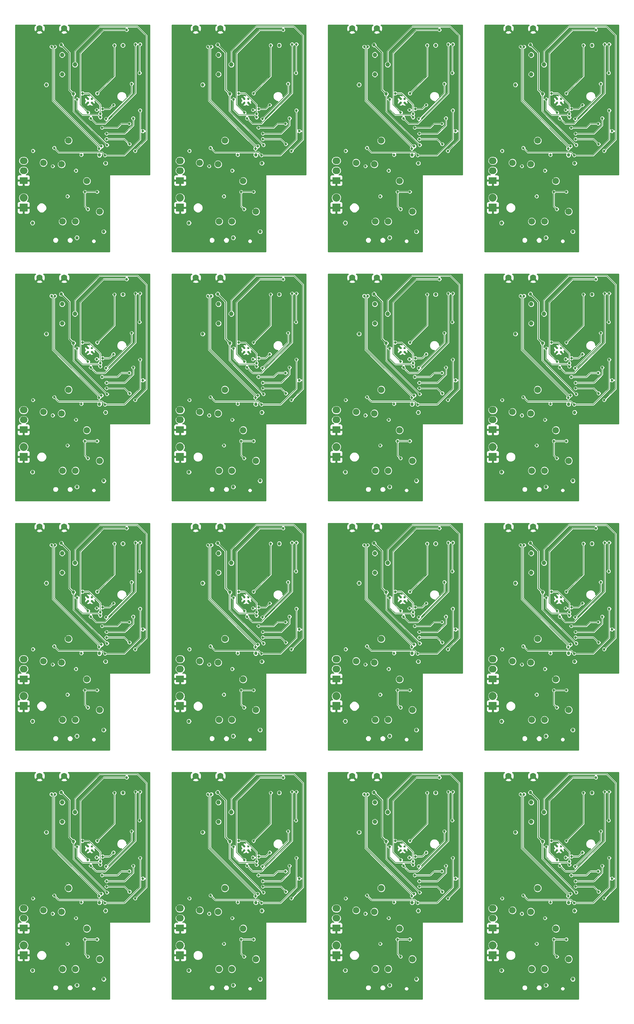
<source format=gbr>
G04 #@! TF.FileFunction,Copper,L4,Bot,Signal*
%FSLAX46Y46*%
G04 Gerber Fmt 4.6, Leading zero omitted, Abs format (unit mm)*
G04 Created by KiCad (PCBNEW 0.201601221447+6507~42~ubuntu15.10.1-product) date Fri 22 Jan 2016 06:42:10 PM EST*
%MOMM*%
G01*
G04 APERTURE LIST*
%ADD10C,0.100000*%
%ADD11C,1.600000*%
%ADD12R,2.032000X2.032000*%
%ADD13O,2.032000X2.032000*%
%ADD14C,0.457000*%
%ADD15C,1.150000*%
%ADD16C,1.680000*%
%ADD17R,2.032000X1.727200*%
%ADD18O,2.032000X1.727200*%
%ADD19C,0.685800*%
%ADD20C,0.863600*%
%ADD21C,0.254000*%
%ADD22C,0.152400*%
G04 APERTURE END LIST*
D10*
D11*
X146304000Y-206367000D03*
X139954000Y-206367000D03*
D12*
X135890000Y-252476000D03*
D13*
X135890000Y-249936000D03*
D14*
X153427400Y-225462800D03*
X152427400Y-225462800D03*
X153427400Y-224462800D03*
X152427400Y-224462800D03*
D15*
X149097000Y-215646000D03*
X145797000Y-218146000D03*
X145797000Y-213146000D03*
D16*
X152146000Y-245618000D03*
X149225000Y-256032000D03*
X145923000Y-256032000D03*
X145669000Y-241300000D03*
X147447000Y-235204000D03*
X140970000Y-240919000D03*
X155448000Y-253492000D03*
D17*
X135890000Y-245491000D03*
D18*
X135890000Y-242951000D03*
X135890000Y-240411000D03*
D11*
X146304000Y-142232000D03*
X139954000Y-142232000D03*
D12*
X135890000Y-188341000D03*
D13*
X135890000Y-185801000D03*
D14*
X153427400Y-161327800D03*
X152427400Y-161327800D03*
X153427400Y-160327800D03*
X152427400Y-160327800D03*
D15*
X149097000Y-151511000D03*
X145797000Y-154011000D03*
X145797000Y-149011000D03*
D16*
X152146000Y-181483000D03*
X149225000Y-191897000D03*
X145923000Y-191897000D03*
X145669000Y-177165000D03*
X147447000Y-171069000D03*
X140970000Y-176784000D03*
X155448000Y-189357000D03*
D17*
X135890000Y-181356000D03*
D18*
X135890000Y-178816000D03*
X135890000Y-176276000D03*
D11*
X146304000Y-78097000D03*
X139954000Y-78097000D03*
D12*
X135890000Y-124206000D03*
D13*
X135890000Y-121666000D03*
D14*
X153427400Y-97192800D03*
X152427400Y-97192800D03*
X153427400Y-96192800D03*
X152427400Y-96192800D03*
D15*
X149097000Y-87376000D03*
X145797000Y-89876000D03*
X145797000Y-84876000D03*
D16*
X152146000Y-117348000D03*
X149225000Y-127762000D03*
X145923000Y-127762000D03*
X145669000Y-113030000D03*
X147447000Y-106934000D03*
X140970000Y-112649000D03*
X155448000Y-125222000D03*
D17*
X135890000Y-117221000D03*
D18*
X135890000Y-114681000D03*
X135890000Y-112141000D03*
D11*
X146304000Y-13962000D03*
X139954000Y-13962000D03*
D12*
X135890000Y-60071000D03*
D13*
X135890000Y-57531000D03*
D14*
X153427400Y-33057800D03*
X152427400Y-33057800D03*
X153427400Y-32057800D03*
X152427400Y-32057800D03*
D15*
X149097000Y-23241000D03*
X145797000Y-25741000D03*
X145797000Y-20741000D03*
D16*
X152146000Y-53213000D03*
X149225000Y-63627000D03*
X145923000Y-63627000D03*
X145669000Y-48895000D03*
X147447000Y-42799000D03*
X140970000Y-48514000D03*
X155448000Y-61087000D03*
D17*
X135890000Y-53086000D03*
D18*
X135890000Y-50546000D03*
X135890000Y-48006000D03*
D11*
X106045000Y-206367000D03*
X99695000Y-206367000D03*
D12*
X95631000Y-252476000D03*
D13*
X95631000Y-249936000D03*
D14*
X113168400Y-225462800D03*
X112168400Y-225462800D03*
X113168400Y-224462800D03*
X112168400Y-224462800D03*
D15*
X108838000Y-215646000D03*
X105538000Y-218146000D03*
X105538000Y-213146000D03*
D16*
X111887000Y-245618000D03*
X108966000Y-256032000D03*
X105664000Y-256032000D03*
X105410000Y-241300000D03*
X107188000Y-235204000D03*
X100711000Y-240919000D03*
X115189000Y-253492000D03*
D17*
X95631000Y-245491000D03*
D18*
X95631000Y-242951000D03*
X95631000Y-240411000D03*
D11*
X106045000Y-142232000D03*
X99695000Y-142232000D03*
D12*
X95631000Y-188341000D03*
D13*
X95631000Y-185801000D03*
D14*
X113168400Y-161327800D03*
X112168400Y-161327800D03*
X113168400Y-160327800D03*
X112168400Y-160327800D03*
D15*
X108838000Y-151511000D03*
X105538000Y-154011000D03*
X105538000Y-149011000D03*
D16*
X111887000Y-181483000D03*
X108966000Y-191897000D03*
X105664000Y-191897000D03*
X105410000Y-177165000D03*
X107188000Y-171069000D03*
X100711000Y-176784000D03*
X115189000Y-189357000D03*
D17*
X95631000Y-181356000D03*
D18*
X95631000Y-178816000D03*
X95631000Y-176276000D03*
D11*
X106045000Y-78097000D03*
X99695000Y-78097000D03*
D12*
X95631000Y-124206000D03*
D13*
X95631000Y-121666000D03*
D14*
X113168400Y-97192800D03*
X112168400Y-97192800D03*
X113168400Y-96192800D03*
X112168400Y-96192800D03*
D15*
X108838000Y-87376000D03*
X105538000Y-89876000D03*
X105538000Y-84876000D03*
D16*
X111887000Y-117348000D03*
X108966000Y-127762000D03*
X105664000Y-127762000D03*
X105410000Y-113030000D03*
X107188000Y-106934000D03*
X100711000Y-112649000D03*
X115189000Y-125222000D03*
D17*
X95631000Y-117221000D03*
D18*
X95631000Y-114681000D03*
X95631000Y-112141000D03*
D11*
X106045000Y-13962000D03*
X99695000Y-13962000D03*
D12*
X95631000Y-60071000D03*
D13*
X95631000Y-57531000D03*
D14*
X113168400Y-33057800D03*
X112168400Y-33057800D03*
X113168400Y-32057800D03*
X112168400Y-32057800D03*
D15*
X108838000Y-23241000D03*
X105538000Y-25741000D03*
X105538000Y-20741000D03*
D16*
X111887000Y-53213000D03*
X108966000Y-63627000D03*
X105664000Y-63627000D03*
X105410000Y-48895000D03*
X107188000Y-42799000D03*
X100711000Y-48514000D03*
X115189000Y-61087000D03*
D17*
X95631000Y-53086000D03*
D18*
X95631000Y-50546000D03*
X95631000Y-48006000D03*
D11*
X65786000Y-206367000D03*
X59436000Y-206367000D03*
D12*
X55372000Y-252476000D03*
D13*
X55372000Y-249936000D03*
D14*
X72909400Y-225462800D03*
X71909400Y-225462800D03*
X72909400Y-224462800D03*
X71909400Y-224462800D03*
D15*
X68579000Y-215646000D03*
X65279000Y-218146000D03*
X65279000Y-213146000D03*
D16*
X71628000Y-245618000D03*
X68707000Y-256032000D03*
X65405000Y-256032000D03*
X65151000Y-241300000D03*
X66929000Y-235204000D03*
X60452000Y-240919000D03*
X74930000Y-253492000D03*
D17*
X55372000Y-245491000D03*
D18*
X55372000Y-242951000D03*
X55372000Y-240411000D03*
D11*
X65786000Y-142232000D03*
X59436000Y-142232000D03*
D12*
X55372000Y-188341000D03*
D13*
X55372000Y-185801000D03*
D14*
X72909400Y-161327800D03*
X71909400Y-161327800D03*
X72909400Y-160327800D03*
X71909400Y-160327800D03*
D15*
X68579000Y-151511000D03*
X65279000Y-154011000D03*
X65279000Y-149011000D03*
D16*
X71628000Y-181483000D03*
X68707000Y-191897000D03*
X65405000Y-191897000D03*
X65151000Y-177165000D03*
X66929000Y-171069000D03*
X60452000Y-176784000D03*
X74930000Y-189357000D03*
D17*
X55372000Y-181356000D03*
D18*
X55372000Y-178816000D03*
X55372000Y-176276000D03*
D11*
X65786000Y-78097000D03*
X59436000Y-78097000D03*
D12*
X55372000Y-124206000D03*
D13*
X55372000Y-121666000D03*
D14*
X72909400Y-97192800D03*
X71909400Y-97192800D03*
X72909400Y-96192800D03*
X71909400Y-96192800D03*
D15*
X68579000Y-87376000D03*
X65279000Y-89876000D03*
X65279000Y-84876000D03*
D16*
X71628000Y-117348000D03*
X68707000Y-127762000D03*
X65405000Y-127762000D03*
X65151000Y-113030000D03*
X66929000Y-106934000D03*
X60452000Y-112649000D03*
X74930000Y-125222000D03*
D17*
X55372000Y-117221000D03*
D18*
X55372000Y-114681000D03*
X55372000Y-112141000D03*
D11*
X65786000Y-13962000D03*
X59436000Y-13962000D03*
D12*
X55372000Y-60071000D03*
D13*
X55372000Y-57531000D03*
D14*
X72909400Y-33057800D03*
X71909400Y-33057800D03*
X72909400Y-32057800D03*
X71909400Y-32057800D03*
D15*
X68579000Y-23241000D03*
X65279000Y-25741000D03*
X65279000Y-20741000D03*
D16*
X71628000Y-53213000D03*
X68707000Y-63627000D03*
X65405000Y-63627000D03*
X65151000Y-48895000D03*
X66929000Y-42799000D03*
X60452000Y-48514000D03*
X74930000Y-61087000D03*
D17*
X55372000Y-53086000D03*
D18*
X55372000Y-50546000D03*
X55372000Y-48006000D03*
D11*
X25527000Y-206367000D03*
X19177000Y-206367000D03*
D12*
X15113000Y-252476000D03*
D13*
X15113000Y-249936000D03*
D14*
X32650400Y-225462800D03*
X31650400Y-225462800D03*
X32650400Y-224462800D03*
X31650400Y-224462800D03*
D15*
X28320000Y-215646000D03*
X25020000Y-218146000D03*
X25020000Y-213146000D03*
D16*
X31369000Y-245618000D03*
X28448000Y-256032000D03*
X25146000Y-256032000D03*
X24892000Y-241300000D03*
X26670000Y-235204000D03*
X20193000Y-240919000D03*
X34671000Y-253492000D03*
D17*
X15113000Y-245491000D03*
D18*
X15113000Y-242951000D03*
X15113000Y-240411000D03*
D11*
X25527000Y-142232000D03*
X19177000Y-142232000D03*
D12*
X15113000Y-188341000D03*
D13*
X15113000Y-185801000D03*
D14*
X32650400Y-161327800D03*
X31650400Y-161327800D03*
X32650400Y-160327800D03*
X31650400Y-160327800D03*
D15*
X28320000Y-151511000D03*
X25020000Y-154011000D03*
X25020000Y-149011000D03*
D16*
X31369000Y-181483000D03*
X28448000Y-191897000D03*
X25146000Y-191897000D03*
X24892000Y-177165000D03*
X26670000Y-171069000D03*
X20193000Y-176784000D03*
X34671000Y-189357000D03*
D17*
X15113000Y-181356000D03*
D18*
X15113000Y-178816000D03*
X15113000Y-176276000D03*
D11*
X25527000Y-78097000D03*
X19177000Y-78097000D03*
D12*
X15113000Y-124206000D03*
D13*
X15113000Y-121666000D03*
D14*
X32650400Y-97192800D03*
X31650400Y-97192800D03*
X32650400Y-96192800D03*
X31650400Y-96192800D03*
D15*
X28320000Y-87376000D03*
X25020000Y-89876000D03*
X25020000Y-84876000D03*
D16*
X31369000Y-117348000D03*
X28448000Y-127762000D03*
X25146000Y-127762000D03*
X24892000Y-113030000D03*
X26670000Y-106934000D03*
X20193000Y-112649000D03*
X34671000Y-125222000D03*
D17*
X15113000Y-117221000D03*
D18*
X15113000Y-114681000D03*
X15113000Y-112141000D03*
D17*
X15113000Y-53086000D03*
D18*
X15113000Y-50546000D03*
X15113000Y-48006000D03*
D16*
X34671000Y-61087000D03*
X20193000Y-48514000D03*
X26670000Y-42799000D03*
X24892000Y-48895000D03*
X25146000Y-63627000D03*
X28448000Y-63627000D03*
X31369000Y-53213000D03*
D15*
X28320000Y-23241000D03*
X25020000Y-25741000D03*
X25020000Y-20741000D03*
D14*
X32650400Y-33057800D03*
X31650400Y-33057800D03*
X32650400Y-32057800D03*
X31650400Y-32057800D03*
D12*
X15113000Y-60071000D03*
D13*
X15113000Y-57531000D03*
D11*
X25527000Y-13962000D03*
X19177000Y-13962000D03*
D19*
X157353000Y-236347000D03*
D20*
X145592800Y-210591400D03*
X148711000Y-223209200D03*
D19*
X157353000Y-172212000D03*
D20*
X145592800Y-146456400D03*
X148711000Y-159074200D03*
D19*
X157353000Y-108077000D03*
D20*
X145592800Y-82321400D03*
X148711000Y-94939200D03*
D19*
X157353000Y-43942000D03*
D20*
X145592800Y-18186400D03*
X148711000Y-30804200D03*
D19*
X117094000Y-236347000D03*
D20*
X105333800Y-210591400D03*
X108452000Y-223209200D03*
D19*
X117094000Y-172212000D03*
D20*
X105333800Y-146456400D03*
X108452000Y-159074200D03*
D19*
X117094000Y-108077000D03*
D20*
X105333800Y-82321400D03*
X108452000Y-94939200D03*
D19*
X117094000Y-43942000D03*
D20*
X105333800Y-18186400D03*
X108452000Y-30804200D03*
D19*
X76835000Y-236347000D03*
D20*
X65074800Y-210591400D03*
X68193000Y-223209200D03*
D19*
X76835000Y-172212000D03*
D20*
X65074800Y-146456400D03*
X68193000Y-159074200D03*
D19*
X76835000Y-108077000D03*
D20*
X65074800Y-82321400D03*
X68193000Y-94939200D03*
D19*
X76835000Y-43942000D03*
D20*
X65074800Y-18186400D03*
X68193000Y-30804200D03*
D19*
X36576000Y-236347000D03*
D20*
X24815800Y-210591400D03*
X27934000Y-223209200D03*
D19*
X36576000Y-172212000D03*
D20*
X24815800Y-146456400D03*
X27934000Y-159074200D03*
D19*
X36576000Y-108077000D03*
D20*
X24815800Y-82321400D03*
X27934000Y-94939200D03*
X27934000Y-30804200D03*
X24815800Y-18186400D03*
D19*
X36576000Y-43942000D03*
D20*
X164160200Y-206857600D03*
D19*
X150495000Y-252476000D03*
X146177000Y-219837000D03*
D20*
X141681200Y-263067800D03*
X153822400Y-257454400D03*
X137972800Y-216509600D03*
X150749000Y-263144000D03*
X163042600Y-242392200D03*
D19*
X153111200Y-218287600D03*
X151155400Y-218338400D03*
X138379200Y-257784600D03*
X144907000Y-248412000D03*
X153924000Y-242189000D03*
X149352000Y-241427000D03*
X146304000Y-239268000D03*
X155575000Y-230124000D03*
X142621000Y-250825000D03*
X140208000Y-249174000D03*
X152527000Y-235458000D03*
X145542000Y-243713000D03*
X139573000Y-243713000D03*
X139065000Y-241554000D03*
X144780000Y-227965000D03*
X139954000Y-229489000D03*
X138303000Y-227457000D03*
X156718000Y-261112000D03*
X152781000Y-263271000D03*
X156083000Y-263271000D03*
X146050000Y-262890000D03*
X148463000Y-263017000D03*
D20*
X164160200Y-142722600D03*
D19*
X150495000Y-188341000D03*
X146177000Y-155702000D03*
D20*
X141681200Y-198932800D03*
X153822400Y-193319400D03*
X137972800Y-152374600D03*
X150749000Y-199009000D03*
X163042600Y-178257200D03*
D19*
X153111200Y-154152600D03*
X151155400Y-154203400D03*
X138379200Y-193649600D03*
X144907000Y-184277000D03*
X153924000Y-178054000D03*
X149352000Y-177292000D03*
X146304000Y-175133000D03*
X155575000Y-165989000D03*
X142621000Y-186690000D03*
X140208000Y-185039000D03*
X152527000Y-171323000D03*
X145542000Y-179578000D03*
X139573000Y-179578000D03*
X139065000Y-177419000D03*
X144780000Y-163830000D03*
X139954000Y-165354000D03*
X138303000Y-163322000D03*
X156718000Y-196977000D03*
X152781000Y-199136000D03*
X156083000Y-199136000D03*
X146050000Y-198755000D03*
X148463000Y-198882000D03*
D20*
X164160200Y-78587600D03*
D19*
X150495000Y-124206000D03*
X146177000Y-91567000D03*
D20*
X141681200Y-134797800D03*
X153822400Y-129184400D03*
X137972800Y-88239600D03*
X150749000Y-134874000D03*
X163042600Y-114122200D03*
D19*
X153111200Y-90017600D03*
X151155400Y-90068400D03*
X138379200Y-129514600D03*
X144907000Y-120142000D03*
X153924000Y-113919000D03*
X149352000Y-113157000D03*
X146304000Y-110998000D03*
X155575000Y-101854000D03*
X142621000Y-122555000D03*
X140208000Y-120904000D03*
X152527000Y-107188000D03*
X145542000Y-115443000D03*
X139573000Y-115443000D03*
X139065000Y-113284000D03*
X144780000Y-99695000D03*
X139954000Y-101219000D03*
X138303000Y-99187000D03*
X156718000Y-132842000D03*
X152781000Y-135001000D03*
X156083000Y-135001000D03*
X146050000Y-134620000D03*
X148463000Y-134747000D03*
D20*
X164160200Y-14452600D03*
D19*
X150495000Y-60071000D03*
X146177000Y-27432000D03*
D20*
X141681200Y-70662800D03*
X153822400Y-65049400D03*
X137972800Y-24104600D03*
X150749000Y-70739000D03*
X163042600Y-49987200D03*
D19*
X153111200Y-25882600D03*
X151155400Y-25933400D03*
X138379200Y-65379600D03*
X144907000Y-56007000D03*
X153924000Y-49784000D03*
X149352000Y-49022000D03*
X146304000Y-46863000D03*
X155575000Y-37719000D03*
X142621000Y-58420000D03*
X140208000Y-56769000D03*
X152527000Y-43053000D03*
X145542000Y-51308000D03*
X139573000Y-51308000D03*
X139065000Y-49149000D03*
X144780000Y-35560000D03*
X139954000Y-37084000D03*
X138303000Y-35052000D03*
X156718000Y-68707000D03*
X152781000Y-70866000D03*
X156083000Y-70866000D03*
X146050000Y-70485000D03*
X148463000Y-70612000D03*
D20*
X123901200Y-206857600D03*
D19*
X110236000Y-252476000D03*
X105918000Y-219837000D03*
D20*
X101422200Y-263067800D03*
X113563400Y-257454400D03*
X97713800Y-216509600D03*
X110490000Y-263144000D03*
X122783600Y-242392200D03*
D19*
X112852200Y-218287600D03*
X110896400Y-218338400D03*
X98120200Y-257784600D03*
X104648000Y-248412000D03*
X113665000Y-242189000D03*
X109093000Y-241427000D03*
X106045000Y-239268000D03*
X115316000Y-230124000D03*
X102362000Y-250825000D03*
X99949000Y-249174000D03*
X112268000Y-235458000D03*
X105283000Y-243713000D03*
X99314000Y-243713000D03*
X98806000Y-241554000D03*
X104521000Y-227965000D03*
X99695000Y-229489000D03*
X98044000Y-227457000D03*
X116459000Y-261112000D03*
X112522000Y-263271000D03*
X115824000Y-263271000D03*
X105791000Y-262890000D03*
X108204000Y-263017000D03*
D20*
X123901200Y-142722600D03*
D19*
X110236000Y-188341000D03*
X105918000Y-155702000D03*
D20*
X101422200Y-198932800D03*
X113563400Y-193319400D03*
X97713800Y-152374600D03*
X110490000Y-199009000D03*
X122783600Y-178257200D03*
D19*
X112852200Y-154152600D03*
X110896400Y-154203400D03*
X98120200Y-193649600D03*
X104648000Y-184277000D03*
X113665000Y-178054000D03*
X109093000Y-177292000D03*
X106045000Y-175133000D03*
X115316000Y-165989000D03*
X102362000Y-186690000D03*
X99949000Y-185039000D03*
X112268000Y-171323000D03*
X105283000Y-179578000D03*
X99314000Y-179578000D03*
X98806000Y-177419000D03*
X104521000Y-163830000D03*
X99695000Y-165354000D03*
X98044000Y-163322000D03*
X116459000Y-196977000D03*
X112522000Y-199136000D03*
X115824000Y-199136000D03*
X105791000Y-198755000D03*
X108204000Y-198882000D03*
D20*
X123901200Y-78587600D03*
D19*
X110236000Y-124206000D03*
X105918000Y-91567000D03*
D20*
X101422200Y-134797800D03*
X113563400Y-129184400D03*
X97713800Y-88239600D03*
X110490000Y-134874000D03*
X122783600Y-114122200D03*
D19*
X112852200Y-90017600D03*
X110896400Y-90068400D03*
X98120200Y-129514600D03*
X104648000Y-120142000D03*
X113665000Y-113919000D03*
X109093000Y-113157000D03*
X106045000Y-110998000D03*
X115316000Y-101854000D03*
X102362000Y-122555000D03*
X99949000Y-120904000D03*
X112268000Y-107188000D03*
X105283000Y-115443000D03*
X99314000Y-115443000D03*
X98806000Y-113284000D03*
X104521000Y-99695000D03*
X99695000Y-101219000D03*
X98044000Y-99187000D03*
X116459000Y-132842000D03*
X112522000Y-135001000D03*
X115824000Y-135001000D03*
X105791000Y-134620000D03*
X108204000Y-134747000D03*
D20*
X123901200Y-14452600D03*
D19*
X110236000Y-60071000D03*
X105918000Y-27432000D03*
D20*
X101422200Y-70662800D03*
X113563400Y-65049400D03*
X97713800Y-24104600D03*
X110490000Y-70739000D03*
X122783600Y-49987200D03*
D19*
X112852200Y-25882600D03*
X110896400Y-25933400D03*
X98120200Y-65379600D03*
X104648000Y-56007000D03*
X113665000Y-49784000D03*
X109093000Y-49022000D03*
X106045000Y-46863000D03*
X115316000Y-37719000D03*
X102362000Y-58420000D03*
X99949000Y-56769000D03*
X112268000Y-43053000D03*
X105283000Y-51308000D03*
X99314000Y-51308000D03*
X98806000Y-49149000D03*
X104521000Y-35560000D03*
X99695000Y-37084000D03*
X98044000Y-35052000D03*
X116459000Y-68707000D03*
X112522000Y-70866000D03*
X115824000Y-70866000D03*
X105791000Y-70485000D03*
X108204000Y-70612000D03*
D20*
X83642200Y-206857600D03*
D19*
X69977000Y-252476000D03*
X65659000Y-219837000D03*
D20*
X61163200Y-263067800D03*
X73304400Y-257454400D03*
X57454800Y-216509600D03*
X70231000Y-263144000D03*
X82524600Y-242392200D03*
D19*
X72593200Y-218287600D03*
X70637400Y-218338400D03*
X57861200Y-257784600D03*
X64389000Y-248412000D03*
X73406000Y-242189000D03*
X68834000Y-241427000D03*
X65786000Y-239268000D03*
X75057000Y-230124000D03*
X62103000Y-250825000D03*
X59690000Y-249174000D03*
X72009000Y-235458000D03*
X65024000Y-243713000D03*
X59055000Y-243713000D03*
X58547000Y-241554000D03*
X64262000Y-227965000D03*
X59436000Y-229489000D03*
X57785000Y-227457000D03*
X76200000Y-261112000D03*
X72263000Y-263271000D03*
X75565000Y-263271000D03*
X65532000Y-262890000D03*
X67945000Y-263017000D03*
D20*
X83642200Y-142722600D03*
D19*
X69977000Y-188341000D03*
X65659000Y-155702000D03*
D20*
X61163200Y-198932800D03*
X73304400Y-193319400D03*
X57454800Y-152374600D03*
X70231000Y-199009000D03*
X82524600Y-178257200D03*
D19*
X72593200Y-154152600D03*
X70637400Y-154203400D03*
X57861200Y-193649600D03*
X64389000Y-184277000D03*
X73406000Y-178054000D03*
X68834000Y-177292000D03*
X65786000Y-175133000D03*
X75057000Y-165989000D03*
X62103000Y-186690000D03*
X59690000Y-185039000D03*
X72009000Y-171323000D03*
X65024000Y-179578000D03*
X59055000Y-179578000D03*
X58547000Y-177419000D03*
X64262000Y-163830000D03*
X59436000Y-165354000D03*
X57785000Y-163322000D03*
X76200000Y-196977000D03*
X72263000Y-199136000D03*
X75565000Y-199136000D03*
X65532000Y-198755000D03*
X67945000Y-198882000D03*
D20*
X83642200Y-78587600D03*
D19*
X69977000Y-124206000D03*
X65659000Y-91567000D03*
D20*
X61163200Y-134797800D03*
X73304400Y-129184400D03*
X57454800Y-88239600D03*
X70231000Y-134874000D03*
X82524600Y-114122200D03*
D19*
X72593200Y-90017600D03*
X70637400Y-90068400D03*
X57861200Y-129514600D03*
X64389000Y-120142000D03*
X73406000Y-113919000D03*
X68834000Y-113157000D03*
X65786000Y-110998000D03*
X75057000Y-101854000D03*
X62103000Y-122555000D03*
X59690000Y-120904000D03*
X72009000Y-107188000D03*
X65024000Y-115443000D03*
X59055000Y-115443000D03*
X58547000Y-113284000D03*
X64262000Y-99695000D03*
X59436000Y-101219000D03*
X57785000Y-99187000D03*
X76200000Y-132842000D03*
X72263000Y-135001000D03*
X75565000Y-135001000D03*
X65532000Y-134620000D03*
X67945000Y-134747000D03*
D20*
X83642200Y-14452600D03*
D19*
X69977000Y-60071000D03*
X65659000Y-27432000D03*
D20*
X61163200Y-70662800D03*
X73304400Y-65049400D03*
X57454800Y-24104600D03*
X70231000Y-70739000D03*
X82524600Y-49987200D03*
D19*
X72593200Y-25882600D03*
X70637400Y-25933400D03*
X57861200Y-65379600D03*
X64389000Y-56007000D03*
X73406000Y-49784000D03*
X68834000Y-49022000D03*
X65786000Y-46863000D03*
X75057000Y-37719000D03*
X62103000Y-58420000D03*
X59690000Y-56769000D03*
X72009000Y-43053000D03*
X65024000Y-51308000D03*
X59055000Y-51308000D03*
X58547000Y-49149000D03*
X64262000Y-35560000D03*
X59436000Y-37084000D03*
X57785000Y-35052000D03*
X76200000Y-68707000D03*
X72263000Y-70866000D03*
X75565000Y-70866000D03*
X65532000Y-70485000D03*
X67945000Y-70612000D03*
D20*
X43383200Y-206857600D03*
D19*
X29718000Y-252476000D03*
X25400000Y-219837000D03*
D20*
X20904200Y-263067800D03*
X33045400Y-257454400D03*
X17195800Y-216509600D03*
X29972000Y-263144000D03*
X42265600Y-242392200D03*
D19*
X32334200Y-218287600D03*
X30378400Y-218338400D03*
X17602200Y-257784600D03*
X24130000Y-248412000D03*
X33147000Y-242189000D03*
X28575000Y-241427000D03*
X25527000Y-239268000D03*
X34798000Y-230124000D03*
X21844000Y-250825000D03*
X19431000Y-249174000D03*
X31750000Y-235458000D03*
X24765000Y-243713000D03*
X18796000Y-243713000D03*
X18288000Y-241554000D03*
X24003000Y-227965000D03*
X19177000Y-229489000D03*
X17526000Y-227457000D03*
X35941000Y-261112000D03*
X32004000Y-263271000D03*
X35306000Y-263271000D03*
X25273000Y-262890000D03*
X27686000Y-263017000D03*
D20*
X43383200Y-142722600D03*
D19*
X29718000Y-188341000D03*
X25400000Y-155702000D03*
D20*
X20904200Y-198932800D03*
X33045400Y-193319400D03*
X17195800Y-152374600D03*
X29972000Y-199009000D03*
X42265600Y-178257200D03*
D19*
X32334200Y-154152600D03*
X30378400Y-154203400D03*
X17602200Y-193649600D03*
X24130000Y-184277000D03*
X33147000Y-178054000D03*
X28575000Y-177292000D03*
X25527000Y-175133000D03*
X34798000Y-165989000D03*
X21844000Y-186690000D03*
X19431000Y-185039000D03*
X31750000Y-171323000D03*
X24765000Y-179578000D03*
X18796000Y-179578000D03*
X18288000Y-177419000D03*
X24003000Y-163830000D03*
X19177000Y-165354000D03*
X17526000Y-163322000D03*
X35941000Y-196977000D03*
X32004000Y-199136000D03*
X35306000Y-199136000D03*
X25273000Y-198755000D03*
X27686000Y-198882000D03*
D20*
X43383200Y-78587600D03*
D19*
X29718000Y-124206000D03*
X25400000Y-91567000D03*
D20*
X20904200Y-134797800D03*
X33045400Y-129184400D03*
X17195800Y-88239600D03*
X29972000Y-134874000D03*
X42265600Y-114122200D03*
D19*
X32334200Y-90017600D03*
X30378400Y-90068400D03*
X17602200Y-129514600D03*
X24130000Y-120142000D03*
X33147000Y-113919000D03*
X28575000Y-113157000D03*
X25527000Y-110998000D03*
X34798000Y-101854000D03*
X21844000Y-122555000D03*
X19431000Y-120904000D03*
X31750000Y-107188000D03*
X24765000Y-115443000D03*
X18796000Y-115443000D03*
X18288000Y-113284000D03*
X24003000Y-99695000D03*
X19177000Y-101219000D03*
X17526000Y-99187000D03*
X35941000Y-132842000D03*
X32004000Y-135001000D03*
X35306000Y-135001000D03*
X25273000Y-134620000D03*
X27686000Y-134747000D03*
X27686000Y-70612000D03*
X25273000Y-70485000D03*
X35306000Y-70866000D03*
X32004000Y-70866000D03*
X35941000Y-68707000D03*
X17526000Y-35052000D03*
X19177000Y-37084000D03*
X24003000Y-35560000D03*
X18288000Y-49149000D03*
X18796000Y-51308000D03*
X24765000Y-51308000D03*
X31750000Y-43053000D03*
X19431000Y-56769000D03*
X21844000Y-58420000D03*
X34798000Y-37719000D03*
X25527000Y-46863000D03*
X28575000Y-49022000D03*
X33147000Y-49784000D03*
X24130000Y-56007000D03*
X17602200Y-65379600D03*
X30378400Y-25933400D03*
X32334200Y-25882600D03*
D20*
X42265600Y-49987200D03*
X29972000Y-70739000D03*
X17195800Y-24104600D03*
X33045400Y-65049400D03*
X20904200Y-70662800D03*
D19*
X25400000Y-27432000D03*
X29718000Y-60071000D03*
D20*
X43383200Y-14452600D03*
X156972000Y-241046000D03*
X141732000Y-220853000D03*
X156972000Y-176911000D03*
X141732000Y-156718000D03*
X156972000Y-112776000D03*
X141732000Y-92583000D03*
X156972000Y-48641000D03*
X141732000Y-28448000D03*
X116713000Y-241046000D03*
X101473000Y-220853000D03*
X116713000Y-176911000D03*
X101473000Y-156718000D03*
X116713000Y-112776000D03*
X101473000Y-92583000D03*
X116713000Y-48641000D03*
X101473000Y-28448000D03*
X76454000Y-241046000D03*
X61214000Y-220853000D03*
X76454000Y-176911000D03*
X61214000Y-156718000D03*
X76454000Y-112776000D03*
X61214000Y-92583000D03*
X76454000Y-48641000D03*
X61214000Y-28448000D03*
X36195000Y-241046000D03*
X20955000Y-220853000D03*
X36195000Y-176911000D03*
X20955000Y-156718000D03*
X36195000Y-112776000D03*
X20955000Y-92583000D03*
X20955000Y-28448000D03*
X36195000Y-48641000D03*
D19*
X147193000Y-249555000D03*
D20*
X138176000Y-256413000D03*
X155397200Y-238963200D03*
X161442400Y-210693000D03*
X156514800Y-258648200D03*
X149606000Y-260223000D03*
D19*
X166598600Y-232765600D03*
X149352000Y-242951000D03*
X154686000Y-227330000D03*
X150749000Y-238887000D03*
X143383000Y-241808000D03*
X138303000Y-237871000D03*
X147193000Y-185420000D03*
D20*
X138176000Y-192278000D03*
X155397200Y-174828200D03*
X161442400Y-146558000D03*
X156514800Y-194513200D03*
X149606000Y-196088000D03*
D19*
X166598600Y-168630600D03*
X149352000Y-178816000D03*
X154686000Y-163195000D03*
X150749000Y-174752000D03*
X143383000Y-177673000D03*
X138303000Y-173736000D03*
X147193000Y-121285000D03*
D20*
X138176000Y-128143000D03*
X155397200Y-110693200D03*
X161442400Y-82423000D03*
X156514800Y-130378200D03*
X149606000Y-131953000D03*
D19*
X166598600Y-104495600D03*
X149352000Y-114681000D03*
X154686000Y-99060000D03*
X150749000Y-110617000D03*
X143383000Y-113538000D03*
X138303000Y-109601000D03*
X147193000Y-57150000D03*
D20*
X138176000Y-64008000D03*
X155397200Y-46558200D03*
X161442400Y-18288000D03*
X156514800Y-66243200D03*
X149606000Y-67818000D03*
D19*
X166598600Y-40360600D03*
X149352000Y-50546000D03*
X154686000Y-34925000D03*
X150749000Y-46482000D03*
X143383000Y-49403000D03*
X138303000Y-45466000D03*
X106934000Y-249555000D03*
D20*
X97917000Y-256413000D03*
X115138200Y-238963200D03*
X121183400Y-210693000D03*
X116255800Y-258648200D03*
X109347000Y-260223000D03*
D19*
X126339600Y-232765600D03*
X109093000Y-242951000D03*
X114427000Y-227330000D03*
X110490000Y-238887000D03*
X103124000Y-241808000D03*
X98044000Y-237871000D03*
X106934000Y-185420000D03*
D20*
X97917000Y-192278000D03*
X115138200Y-174828200D03*
X121183400Y-146558000D03*
X116255800Y-194513200D03*
X109347000Y-196088000D03*
D19*
X126339600Y-168630600D03*
X109093000Y-178816000D03*
X114427000Y-163195000D03*
X110490000Y-174752000D03*
X103124000Y-177673000D03*
X98044000Y-173736000D03*
X106934000Y-121285000D03*
D20*
X97917000Y-128143000D03*
X115138200Y-110693200D03*
X121183400Y-82423000D03*
X116255800Y-130378200D03*
X109347000Y-131953000D03*
D19*
X126339600Y-104495600D03*
X109093000Y-114681000D03*
X114427000Y-99060000D03*
X110490000Y-110617000D03*
X103124000Y-113538000D03*
X98044000Y-109601000D03*
X106934000Y-57150000D03*
D20*
X97917000Y-64008000D03*
X115138200Y-46558200D03*
X121183400Y-18288000D03*
X116255800Y-66243200D03*
X109347000Y-67818000D03*
D19*
X126339600Y-40360600D03*
X109093000Y-50546000D03*
X114427000Y-34925000D03*
X110490000Y-46482000D03*
X103124000Y-49403000D03*
X98044000Y-45466000D03*
X66675000Y-249555000D03*
D20*
X57658000Y-256413000D03*
X74879200Y-238963200D03*
X80924400Y-210693000D03*
X75996800Y-258648200D03*
X69088000Y-260223000D03*
D19*
X86080600Y-232765600D03*
X68834000Y-242951000D03*
X74168000Y-227330000D03*
X70231000Y-238887000D03*
X62865000Y-241808000D03*
X57785000Y-237871000D03*
X66675000Y-185420000D03*
D20*
X57658000Y-192278000D03*
X74879200Y-174828200D03*
X80924400Y-146558000D03*
X75996800Y-194513200D03*
X69088000Y-196088000D03*
D19*
X86080600Y-168630600D03*
X68834000Y-178816000D03*
X74168000Y-163195000D03*
X70231000Y-174752000D03*
X62865000Y-177673000D03*
X57785000Y-173736000D03*
X66675000Y-121285000D03*
D20*
X57658000Y-128143000D03*
X74879200Y-110693200D03*
X80924400Y-82423000D03*
X75996800Y-130378200D03*
X69088000Y-131953000D03*
D19*
X86080600Y-104495600D03*
X68834000Y-114681000D03*
X74168000Y-99060000D03*
X70231000Y-110617000D03*
X62865000Y-113538000D03*
X57785000Y-109601000D03*
X66675000Y-57150000D03*
D20*
X57658000Y-64008000D03*
X74879200Y-46558200D03*
X80924400Y-18288000D03*
X75996800Y-66243200D03*
X69088000Y-67818000D03*
D19*
X86080600Y-40360600D03*
X68834000Y-50546000D03*
X74168000Y-34925000D03*
X70231000Y-46482000D03*
X62865000Y-49403000D03*
X57785000Y-45466000D03*
X26416000Y-249555000D03*
D20*
X17399000Y-256413000D03*
X34620200Y-238963200D03*
X40665400Y-210693000D03*
X35737800Y-258648200D03*
X28829000Y-260223000D03*
D19*
X45821600Y-232765600D03*
X28575000Y-242951000D03*
X33909000Y-227330000D03*
X29972000Y-238887000D03*
X22606000Y-241808000D03*
X17526000Y-237871000D03*
X26416000Y-185420000D03*
D20*
X17399000Y-192278000D03*
X34620200Y-174828200D03*
X40665400Y-146558000D03*
X35737800Y-194513200D03*
X28829000Y-196088000D03*
D19*
X45821600Y-168630600D03*
X28575000Y-178816000D03*
X33909000Y-163195000D03*
X29972000Y-174752000D03*
X22606000Y-177673000D03*
X17526000Y-173736000D03*
X26416000Y-121285000D03*
D20*
X17399000Y-128143000D03*
X34620200Y-110693200D03*
X40665400Y-82423000D03*
X35737800Y-130378200D03*
X28829000Y-131953000D03*
D19*
X45821600Y-104495600D03*
X28575000Y-114681000D03*
X33909000Y-99060000D03*
X29972000Y-110617000D03*
X22606000Y-113538000D03*
X17526000Y-109601000D03*
X17526000Y-45466000D03*
X22606000Y-49403000D03*
X29972000Y-46482000D03*
X33909000Y-34925000D03*
X28575000Y-50546000D03*
X45821600Y-40360600D03*
D20*
X28829000Y-67818000D03*
X35737800Y-66243200D03*
X40665400Y-18288000D03*
X34620200Y-46558200D03*
X17399000Y-64008000D03*
D19*
X26416000Y-57150000D03*
X152400000Y-252857000D03*
X151638000Y-248412000D03*
X154813000Y-248412000D03*
X152400000Y-188722000D03*
X151638000Y-184277000D03*
X154813000Y-184277000D03*
X152400000Y-124587000D03*
X151638000Y-120142000D03*
X154813000Y-120142000D03*
X152400000Y-60452000D03*
X151638000Y-56007000D03*
X154813000Y-56007000D03*
X112141000Y-252857000D03*
X111379000Y-248412000D03*
X114554000Y-248412000D03*
X112141000Y-188722000D03*
X111379000Y-184277000D03*
X114554000Y-184277000D03*
X112141000Y-124587000D03*
X111379000Y-120142000D03*
X114554000Y-120142000D03*
X112141000Y-60452000D03*
X111379000Y-56007000D03*
X114554000Y-56007000D03*
X71882000Y-252857000D03*
X71120000Y-248412000D03*
X74295000Y-248412000D03*
X71882000Y-188722000D03*
X71120000Y-184277000D03*
X74295000Y-184277000D03*
X71882000Y-124587000D03*
X71120000Y-120142000D03*
X74295000Y-120142000D03*
X71882000Y-60452000D03*
X71120000Y-56007000D03*
X74295000Y-56007000D03*
X31623000Y-252857000D03*
X30861000Y-248412000D03*
X34036000Y-248412000D03*
X31623000Y-188722000D03*
X30861000Y-184277000D03*
X34036000Y-184277000D03*
X31623000Y-124587000D03*
X30861000Y-120142000D03*
X34036000Y-120142000D03*
X34036000Y-56007000D03*
X30861000Y-56007000D03*
X31623000Y-60452000D03*
X155930335Y-236671162D03*
X143941800Y-211074000D03*
X155930335Y-172536162D03*
X143941800Y-146939000D03*
X155930335Y-108401162D03*
X143941800Y-82804000D03*
X155930335Y-44266162D03*
X143941800Y-18669000D03*
X115671335Y-236671162D03*
X103682800Y-211074000D03*
X115671335Y-172536162D03*
X103682800Y-146939000D03*
X115671335Y-108401162D03*
X103682800Y-82804000D03*
X115671335Y-44266162D03*
X103682800Y-18669000D03*
X75412335Y-236671162D03*
X63423800Y-211074000D03*
X75412335Y-172536162D03*
X63423800Y-146939000D03*
X75412335Y-108401162D03*
X63423800Y-82804000D03*
X75412335Y-44266162D03*
X63423800Y-18669000D03*
X35153335Y-236671162D03*
X23164800Y-211074000D03*
X35153335Y-172536162D03*
X23164800Y-146939000D03*
X35153335Y-108401162D03*
X23164800Y-82804000D03*
X23164800Y-18669000D03*
X35153335Y-44266162D03*
X155319679Y-237281818D03*
X143078200Y-211074000D03*
X155319679Y-173146818D03*
X143078200Y-146939000D03*
X155319679Y-109011818D03*
X143078200Y-82804000D03*
X155319679Y-44876818D03*
X143078200Y-18669000D03*
X115060679Y-237281818D03*
X102819200Y-211074000D03*
X115060679Y-173146818D03*
X102819200Y-146939000D03*
X115060679Y-109011818D03*
X102819200Y-82804000D03*
X115060679Y-44876818D03*
X102819200Y-18669000D03*
X74801679Y-237281818D03*
X62560200Y-211074000D03*
X74801679Y-173146818D03*
X62560200Y-146939000D03*
X74801679Y-109011818D03*
X62560200Y-82804000D03*
X74801679Y-44876818D03*
X62560200Y-18669000D03*
X34542679Y-237281818D03*
X22301200Y-211074000D03*
X34542679Y-173146818D03*
X22301200Y-146939000D03*
X34542679Y-109011818D03*
X22301200Y-82804000D03*
X22301200Y-18669000D03*
X34542679Y-44876818D03*
X159258000Y-210693000D03*
X154838400Y-223062800D03*
X159258000Y-146558000D03*
X154838400Y-158927800D03*
X159258000Y-82423000D03*
X154838400Y-94792800D03*
X159258000Y-18288000D03*
X154838400Y-30657800D03*
X118999000Y-210693000D03*
X114579400Y-223062800D03*
X118999000Y-146558000D03*
X114579400Y-158927800D03*
X118999000Y-82423000D03*
X114579400Y-94792800D03*
X118999000Y-18288000D03*
X114579400Y-30657800D03*
X78740000Y-210693000D03*
X74320400Y-223062800D03*
X78740000Y-146558000D03*
X74320400Y-158927800D03*
X78740000Y-82423000D03*
X74320400Y-94792800D03*
X78740000Y-18288000D03*
X74320400Y-30657800D03*
X38481000Y-210693000D03*
X34061400Y-223062800D03*
X38481000Y-146558000D03*
X34061400Y-158927800D03*
X38481000Y-82423000D03*
X34061400Y-94792800D03*
X34061400Y-30657800D03*
X38481000Y-18288000D03*
X162433000Y-206756000D03*
X152448518Y-227992682D03*
X162433000Y-142621000D03*
X152448518Y-163857682D03*
X162433000Y-78486000D03*
X152448518Y-99722682D03*
X162433000Y-14351000D03*
X152448518Y-35587682D03*
X122174000Y-206756000D03*
X112189518Y-227992682D03*
X122174000Y-142621000D03*
X112189518Y-163857682D03*
X122174000Y-78486000D03*
X112189518Y-99722682D03*
X122174000Y-14351000D03*
X112189518Y-35587682D03*
X81915000Y-206756000D03*
X71930518Y-227992682D03*
X81915000Y-142621000D03*
X71930518Y-163857682D03*
X81915000Y-78486000D03*
X71930518Y-99722682D03*
X81915000Y-14351000D03*
X71930518Y-35587682D03*
X41656000Y-206756000D03*
X31671518Y-227992682D03*
X41656000Y-142621000D03*
X31671518Y-163857682D03*
X41656000Y-78486000D03*
X31671518Y-99722682D03*
X31671518Y-35587682D03*
X41656000Y-14351000D03*
X164719000Y-210439000D03*
X153162000Y-229489000D03*
X164719000Y-146304000D03*
X153162000Y-165354000D03*
X164719000Y-82169000D03*
X153162000Y-101219000D03*
X164719000Y-18034000D03*
X153162000Y-37084000D03*
X124460000Y-210439000D03*
X112903000Y-229489000D03*
X124460000Y-146304000D03*
X112903000Y-165354000D03*
X124460000Y-82169000D03*
X112903000Y-101219000D03*
X124460000Y-18034000D03*
X112903000Y-37084000D03*
X84201000Y-210439000D03*
X72644000Y-229489000D03*
X84201000Y-146304000D03*
X72644000Y-165354000D03*
X84201000Y-82169000D03*
X72644000Y-101219000D03*
X84201000Y-18034000D03*
X72644000Y-37084000D03*
X43942000Y-210439000D03*
X32385000Y-229489000D03*
X43942000Y-146304000D03*
X32385000Y-165354000D03*
X43942000Y-82169000D03*
X32385000Y-101219000D03*
X32385000Y-37084000D03*
X43942000Y-18034000D03*
X165862000Y-210439000D03*
X165735000Y-217805000D03*
X165862000Y-146304000D03*
X165735000Y-153670000D03*
X165862000Y-82169000D03*
X165735000Y-89535000D03*
X165862000Y-18034000D03*
X165735000Y-25400000D03*
X125603000Y-210439000D03*
X125476000Y-217805000D03*
X125603000Y-146304000D03*
X125476000Y-153670000D03*
X125603000Y-82169000D03*
X125476000Y-89535000D03*
X125603000Y-18034000D03*
X125476000Y-25400000D03*
X85344000Y-210439000D03*
X85217000Y-217805000D03*
X85344000Y-146304000D03*
X85217000Y-153670000D03*
X85344000Y-82169000D03*
X85217000Y-89535000D03*
X85344000Y-18034000D03*
X85217000Y-25400000D03*
X45085000Y-210439000D03*
X44958000Y-217805000D03*
X45085000Y-146304000D03*
X44958000Y-153670000D03*
X45085000Y-82169000D03*
X44958000Y-89535000D03*
X44958000Y-25400000D03*
X45085000Y-18034000D03*
X163703000Y-220599000D03*
X157099000Y-229616000D03*
X163703000Y-156464000D03*
X157099000Y-165481000D03*
X163703000Y-92329000D03*
X157099000Y-101346000D03*
X163703000Y-28194000D03*
X157099000Y-37211000D03*
X123444000Y-220599000D03*
X116840000Y-229616000D03*
X123444000Y-156464000D03*
X116840000Y-165481000D03*
X123444000Y-92329000D03*
X116840000Y-101346000D03*
X123444000Y-28194000D03*
X116840000Y-37211000D03*
X83185000Y-220599000D03*
X76581000Y-229616000D03*
X83185000Y-156464000D03*
X76581000Y-165481000D03*
X83185000Y-92329000D03*
X76581000Y-101346000D03*
X83185000Y-28194000D03*
X76581000Y-37211000D03*
X42926000Y-220599000D03*
X36322000Y-229616000D03*
X42926000Y-156464000D03*
X36322000Y-165481000D03*
X42926000Y-92329000D03*
X36322000Y-101346000D03*
X36322000Y-37211000D03*
X42926000Y-28194000D03*
X149668520Y-224600673D03*
X155618272Y-229213272D03*
X149668520Y-160465673D03*
X155618272Y-165078272D03*
X149668520Y-96330673D03*
X155618272Y-100943272D03*
X149668520Y-32195673D03*
X155618272Y-36808272D03*
X109409520Y-224600673D03*
X115359272Y-229213272D03*
X109409520Y-160465673D03*
X115359272Y-165078272D03*
X109409520Y-96330673D03*
X115359272Y-100943272D03*
X109409520Y-32195673D03*
X115359272Y-36808272D03*
X69150520Y-224600673D03*
X75100272Y-229213272D03*
X69150520Y-160465673D03*
X75100272Y-165078272D03*
X69150520Y-96330673D03*
X75100272Y-100943272D03*
X69150520Y-32195673D03*
X75100272Y-36808272D03*
X28891520Y-224600673D03*
X34841272Y-229213272D03*
X28891520Y-160465673D03*
X34841272Y-165078272D03*
X28891520Y-96330673D03*
X34841272Y-100943272D03*
X34841272Y-36808272D03*
X28891520Y-32195673D03*
X155600400Y-228346000D03*
X151028400Y-223062800D03*
X155600400Y-164211000D03*
X151028400Y-158927800D03*
X155600400Y-100076000D03*
X151028400Y-94792800D03*
X155600400Y-35941000D03*
X151028400Y-30657800D03*
X115341400Y-228346000D03*
X110769400Y-223062800D03*
X115341400Y-164211000D03*
X110769400Y-158927800D03*
X115341400Y-100076000D03*
X110769400Y-94792800D03*
X115341400Y-35941000D03*
X110769400Y-30657800D03*
X75082400Y-228346000D03*
X70510400Y-223062800D03*
X75082400Y-164211000D03*
X70510400Y-158927800D03*
X75082400Y-100076000D03*
X70510400Y-94792800D03*
X75082400Y-35941000D03*
X70510400Y-30657800D03*
X34823400Y-228346000D03*
X30251400Y-223062800D03*
X34823400Y-164211000D03*
X30251400Y-158927800D03*
X34823400Y-100076000D03*
X30251400Y-94792800D03*
X30251400Y-30657800D03*
X34823400Y-35941000D03*
X156210000Y-227076000D03*
X156845000Y-239014000D03*
X159004000Y-226060000D03*
X143764000Y-237109000D03*
X165862000Y-227457000D03*
X156210000Y-162941000D03*
X156845000Y-174879000D03*
X159004000Y-161925000D03*
X143764000Y-172974000D03*
X165862000Y-163322000D03*
X156210000Y-98806000D03*
X156845000Y-110744000D03*
X159004000Y-97790000D03*
X143764000Y-108839000D03*
X165862000Y-99187000D03*
X156210000Y-34671000D03*
X156845000Y-46609000D03*
X159004000Y-33655000D03*
X143764000Y-44704000D03*
X165862000Y-35052000D03*
X115951000Y-227076000D03*
X116586000Y-239014000D03*
X118745000Y-226060000D03*
X103505000Y-237109000D03*
X125603000Y-227457000D03*
X115951000Y-162941000D03*
X116586000Y-174879000D03*
X118745000Y-161925000D03*
X103505000Y-172974000D03*
X125603000Y-163322000D03*
X115951000Y-98806000D03*
X116586000Y-110744000D03*
X118745000Y-97790000D03*
X103505000Y-108839000D03*
X125603000Y-99187000D03*
X115951000Y-34671000D03*
X116586000Y-46609000D03*
X118745000Y-33655000D03*
X103505000Y-44704000D03*
X125603000Y-35052000D03*
X75692000Y-227076000D03*
X76327000Y-239014000D03*
X78486000Y-226060000D03*
X63246000Y-237109000D03*
X85344000Y-227457000D03*
X75692000Y-162941000D03*
X76327000Y-174879000D03*
X78486000Y-161925000D03*
X63246000Y-172974000D03*
X85344000Y-163322000D03*
X75692000Y-98806000D03*
X76327000Y-110744000D03*
X78486000Y-97790000D03*
X63246000Y-108839000D03*
X85344000Y-99187000D03*
X75692000Y-34671000D03*
X76327000Y-46609000D03*
X78486000Y-33655000D03*
X63246000Y-44704000D03*
X85344000Y-35052000D03*
X35433000Y-227076000D03*
X36068000Y-239014000D03*
X38227000Y-226060000D03*
X22987000Y-237109000D03*
X45085000Y-227457000D03*
X35433000Y-162941000D03*
X36068000Y-174879000D03*
X38227000Y-161925000D03*
X22987000Y-172974000D03*
X45085000Y-163322000D03*
X35433000Y-98806000D03*
X36068000Y-110744000D03*
X38227000Y-97790000D03*
X22987000Y-108839000D03*
X45085000Y-99187000D03*
X45085000Y-35052000D03*
X22987000Y-44704000D03*
X38227000Y-33655000D03*
X36068000Y-46609000D03*
X35433000Y-34671000D03*
X164592000Y-237871000D03*
X164592000Y-173736000D03*
X164592000Y-109601000D03*
X164592000Y-45466000D03*
X124333000Y-237871000D03*
X124333000Y-173736000D03*
X124333000Y-109601000D03*
X124333000Y-45466000D03*
X84074000Y-237871000D03*
X84074000Y-173736000D03*
X84074000Y-109601000D03*
X84074000Y-45466000D03*
X43815000Y-237871000D03*
X43815000Y-173736000D03*
X43815000Y-109601000D03*
X43815000Y-45466000D03*
X163147081Y-236140919D03*
X157226000Y-234823000D03*
X163147081Y-172005919D03*
X157226000Y-170688000D03*
X163147081Y-107870919D03*
X157226000Y-106553000D03*
X163147081Y-43735919D03*
X157226000Y-42418000D03*
X122888081Y-236140919D03*
X116967000Y-234823000D03*
X122888081Y-172005919D03*
X116967000Y-170688000D03*
X122888081Y-107870919D03*
X116967000Y-106553000D03*
X122888081Y-43735919D03*
X116967000Y-42418000D03*
X82629081Y-236140919D03*
X76708000Y-234823000D03*
X82629081Y-172005919D03*
X76708000Y-170688000D03*
X82629081Y-107870919D03*
X76708000Y-106553000D03*
X82629081Y-43735919D03*
X76708000Y-42418000D03*
X42370081Y-236140919D03*
X36449000Y-234823000D03*
X42370081Y-172005919D03*
X36449000Y-170688000D03*
X42370081Y-107870919D03*
X36449000Y-106553000D03*
X36449000Y-42418000D03*
X42370081Y-43735919D03*
X163068000Y-230886000D03*
X156083000Y-231902000D03*
X163068000Y-166751000D03*
X156083000Y-167767000D03*
X163068000Y-102616000D03*
X156083000Y-103632000D03*
X163068000Y-38481000D03*
X156083000Y-39497000D03*
X122809000Y-230886000D03*
X115824000Y-231902000D03*
X122809000Y-166751000D03*
X115824000Y-167767000D03*
X122809000Y-102616000D03*
X115824000Y-103632000D03*
X122809000Y-38481000D03*
X115824000Y-39497000D03*
X82550000Y-230886000D03*
X75565000Y-231902000D03*
X82550000Y-166751000D03*
X75565000Y-167767000D03*
X82550000Y-102616000D03*
X75565000Y-103632000D03*
X82550000Y-38481000D03*
X75565000Y-39497000D03*
X42291000Y-230886000D03*
X35306000Y-231902000D03*
X42291000Y-166751000D03*
X35306000Y-167767000D03*
X42291000Y-102616000D03*
X35306000Y-103632000D03*
X35306000Y-39497000D03*
X42291000Y-38481000D03*
X157226000Y-233426000D03*
X164084000Y-229489000D03*
X157226000Y-169291000D03*
X164084000Y-165354000D03*
X157226000Y-105156000D03*
X164084000Y-101219000D03*
X157226000Y-41021000D03*
X164084000Y-37084000D03*
X116967000Y-233426000D03*
X123825000Y-229489000D03*
X116967000Y-169291000D03*
X123825000Y-165354000D03*
X116967000Y-105156000D03*
X123825000Y-101219000D03*
X116967000Y-41021000D03*
X123825000Y-37084000D03*
X76708000Y-233426000D03*
X83566000Y-229489000D03*
X76708000Y-169291000D03*
X83566000Y-165354000D03*
X76708000Y-105156000D03*
X83566000Y-101219000D03*
X76708000Y-41021000D03*
X83566000Y-37084000D03*
X36449000Y-233426000D03*
X43307000Y-229489000D03*
X36449000Y-169291000D03*
X43307000Y-165354000D03*
X36449000Y-105156000D03*
X43307000Y-101219000D03*
X43307000Y-37084000D03*
X36449000Y-41021000D03*
D21*
X146024599Y-211023199D02*
X145592800Y-210591400D01*
X147624800Y-212623400D02*
X146024599Y-211023199D01*
X147624800Y-222123000D02*
X147624800Y-212623400D01*
X148711000Y-223209200D02*
X147624800Y-222123000D01*
D22*
X148711000Y-227705000D02*
X148711000Y-223209200D01*
X157353000Y-236347000D02*
X148711000Y-227705000D01*
D21*
X146024599Y-146888199D02*
X145592800Y-146456400D01*
X147624800Y-148488400D02*
X146024599Y-146888199D01*
X147624800Y-157988000D02*
X147624800Y-148488400D01*
X148711000Y-159074200D02*
X147624800Y-157988000D01*
D22*
X148711000Y-163570000D02*
X148711000Y-159074200D01*
X157353000Y-172212000D02*
X148711000Y-163570000D01*
D21*
X146024599Y-82753199D02*
X145592800Y-82321400D01*
X147624800Y-84353400D02*
X146024599Y-82753199D01*
X147624800Y-93853000D02*
X147624800Y-84353400D01*
X148711000Y-94939200D02*
X147624800Y-93853000D01*
D22*
X148711000Y-99435000D02*
X148711000Y-94939200D01*
X157353000Y-108077000D02*
X148711000Y-99435000D01*
D21*
X146024599Y-18618199D02*
X145592800Y-18186400D01*
X147624800Y-20218400D02*
X146024599Y-18618199D01*
X147624800Y-29718000D02*
X147624800Y-20218400D01*
X148711000Y-30804200D02*
X147624800Y-29718000D01*
D22*
X148711000Y-35300000D02*
X148711000Y-30804200D01*
X157353000Y-43942000D02*
X148711000Y-35300000D01*
D21*
X105765599Y-211023199D02*
X105333800Y-210591400D01*
X107365800Y-212623400D02*
X105765599Y-211023199D01*
X107365800Y-222123000D02*
X107365800Y-212623400D01*
X108452000Y-223209200D02*
X107365800Y-222123000D01*
D22*
X108452000Y-227705000D02*
X108452000Y-223209200D01*
X117094000Y-236347000D02*
X108452000Y-227705000D01*
D21*
X105765599Y-146888199D02*
X105333800Y-146456400D01*
X107365800Y-148488400D02*
X105765599Y-146888199D01*
X107365800Y-157988000D02*
X107365800Y-148488400D01*
X108452000Y-159074200D02*
X107365800Y-157988000D01*
D22*
X108452000Y-163570000D02*
X108452000Y-159074200D01*
X117094000Y-172212000D02*
X108452000Y-163570000D01*
D21*
X105765599Y-82753199D02*
X105333800Y-82321400D01*
X107365800Y-84353400D02*
X105765599Y-82753199D01*
X107365800Y-93853000D02*
X107365800Y-84353400D01*
X108452000Y-94939200D02*
X107365800Y-93853000D01*
D22*
X108452000Y-99435000D02*
X108452000Y-94939200D01*
X117094000Y-108077000D02*
X108452000Y-99435000D01*
D21*
X105765599Y-18618199D02*
X105333800Y-18186400D01*
X107365800Y-20218400D02*
X105765599Y-18618199D01*
X107365800Y-29718000D02*
X107365800Y-20218400D01*
X108452000Y-30804200D02*
X107365800Y-29718000D01*
D22*
X108452000Y-35300000D02*
X108452000Y-30804200D01*
X117094000Y-43942000D02*
X108452000Y-35300000D01*
D21*
X65506599Y-211023199D02*
X65074800Y-210591400D01*
X67106800Y-212623400D02*
X65506599Y-211023199D01*
X67106800Y-222123000D02*
X67106800Y-212623400D01*
X68193000Y-223209200D02*
X67106800Y-222123000D01*
D22*
X68193000Y-227705000D02*
X68193000Y-223209200D01*
X76835000Y-236347000D02*
X68193000Y-227705000D01*
D21*
X65506599Y-146888199D02*
X65074800Y-146456400D01*
X67106800Y-148488400D02*
X65506599Y-146888199D01*
X67106800Y-157988000D02*
X67106800Y-148488400D01*
X68193000Y-159074200D02*
X67106800Y-157988000D01*
D22*
X68193000Y-163570000D02*
X68193000Y-159074200D01*
X76835000Y-172212000D02*
X68193000Y-163570000D01*
D21*
X65506599Y-82753199D02*
X65074800Y-82321400D01*
X67106800Y-84353400D02*
X65506599Y-82753199D01*
X67106800Y-93853000D02*
X67106800Y-84353400D01*
X68193000Y-94939200D02*
X67106800Y-93853000D01*
D22*
X68193000Y-99435000D02*
X68193000Y-94939200D01*
X76835000Y-108077000D02*
X68193000Y-99435000D01*
D21*
X65506599Y-18618199D02*
X65074800Y-18186400D01*
X67106800Y-20218400D02*
X65506599Y-18618199D01*
X67106800Y-29718000D02*
X67106800Y-20218400D01*
X68193000Y-30804200D02*
X67106800Y-29718000D01*
D22*
X68193000Y-35300000D02*
X68193000Y-30804200D01*
X76835000Y-43942000D02*
X68193000Y-35300000D01*
D21*
X25247599Y-211023199D02*
X24815800Y-210591400D01*
X26847800Y-212623400D02*
X25247599Y-211023199D01*
X26847800Y-222123000D02*
X26847800Y-212623400D01*
X27934000Y-223209200D02*
X26847800Y-222123000D01*
D22*
X27934000Y-227705000D02*
X27934000Y-223209200D01*
X36576000Y-236347000D02*
X27934000Y-227705000D01*
D21*
X25247599Y-146888199D02*
X24815800Y-146456400D01*
X26847800Y-148488400D02*
X25247599Y-146888199D01*
X26847800Y-157988000D02*
X26847800Y-148488400D01*
X27934000Y-159074200D02*
X26847800Y-157988000D01*
D22*
X27934000Y-163570000D02*
X27934000Y-159074200D01*
X36576000Y-172212000D02*
X27934000Y-163570000D01*
D21*
X25247599Y-82753199D02*
X24815800Y-82321400D01*
X26847800Y-84353400D02*
X25247599Y-82753199D01*
X26847800Y-93853000D02*
X26847800Y-84353400D01*
X27934000Y-94939200D02*
X26847800Y-93853000D01*
D22*
X27934000Y-99435000D02*
X27934000Y-94939200D01*
X36576000Y-108077000D02*
X27934000Y-99435000D01*
X36576000Y-43942000D02*
X27934000Y-35300000D01*
X27934000Y-35300000D02*
X27934000Y-30804200D01*
D21*
X27934000Y-30804200D02*
X26847800Y-29718000D01*
X26847800Y-29718000D02*
X26847800Y-20218400D01*
X26847800Y-20218400D02*
X25247599Y-18618199D01*
X25247599Y-18618199D02*
X24815800Y-18186400D01*
D22*
X148336000Y-262890000D02*
X148463000Y-263017000D01*
X146050000Y-262890000D02*
X148336000Y-262890000D01*
X148336000Y-198755000D02*
X148463000Y-198882000D01*
X146050000Y-198755000D02*
X148336000Y-198755000D01*
X148336000Y-134620000D02*
X148463000Y-134747000D01*
X146050000Y-134620000D02*
X148336000Y-134620000D01*
X148336000Y-70485000D02*
X148463000Y-70612000D01*
X146050000Y-70485000D02*
X148336000Y-70485000D01*
X108077000Y-262890000D02*
X108204000Y-263017000D01*
X105791000Y-262890000D02*
X108077000Y-262890000D01*
X108077000Y-198755000D02*
X108204000Y-198882000D01*
X105791000Y-198755000D02*
X108077000Y-198755000D01*
X108077000Y-134620000D02*
X108204000Y-134747000D01*
X105791000Y-134620000D02*
X108077000Y-134620000D01*
X108077000Y-70485000D02*
X108204000Y-70612000D01*
X105791000Y-70485000D02*
X108077000Y-70485000D01*
X67818000Y-262890000D02*
X67945000Y-263017000D01*
X65532000Y-262890000D02*
X67818000Y-262890000D01*
X67818000Y-198755000D02*
X67945000Y-198882000D01*
X65532000Y-198755000D02*
X67818000Y-198755000D01*
X67818000Y-134620000D02*
X67945000Y-134747000D01*
X65532000Y-134620000D02*
X67818000Y-134620000D01*
X67818000Y-70485000D02*
X67945000Y-70612000D01*
X65532000Y-70485000D02*
X67818000Y-70485000D01*
X27559000Y-262890000D02*
X27686000Y-263017000D01*
X25273000Y-262890000D02*
X27559000Y-262890000D01*
X27559000Y-198755000D02*
X27686000Y-198882000D01*
X25273000Y-198755000D02*
X27559000Y-198755000D01*
X27559000Y-134620000D02*
X27686000Y-134747000D01*
X25273000Y-134620000D02*
X27559000Y-134620000D01*
X25273000Y-70485000D02*
X27559000Y-70485000D01*
X27559000Y-70485000D02*
X27686000Y-70612000D01*
X151638000Y-252095000D02*
X152400000Y-252857000D01*
X151638000Y-248412000D02*
X151638000Y-252095000D01*
X151638000Y-248412000D02*
X154813000Y-248412000D01*
X151638000Y-187960000D02*
X152400000Y-188722000D01*
X151638000Y-184277000D02*
X151638000Y-187960000D01*
X151638000Y-184277000D02*
X154813000Y-184277000D01*
X151638000Y-123825000D02*
X152400000Y-124587000D01*
X151638000Y-120142000D02*
X151638000Y-123825000D01*
X151638000Y-120142000D02*
X154813000Y-120142000D01*
X151638000Y-59690000D02*
X152400000Y-60452000D01*
X151638000Y-56007000D02*
X151638000Y-59690000D01*
X151638000Y-56007000D02*
X154813000Y-56007000D01*
X111379000Y-252095000D02*
X112141000Y-252857000D01*
X111379000Y-248412000D02*
X111379000Y-252095000D01*
X111379000Y-248412000D02*
X114554000Y-248412000D01*
X111379000Y-187960000D02*
X112141000Y-188722000D01*
X111379000Y-184277000D02*
X111379000Y-187960000D01*
X111379000Y-184277000D02*
X114554000Y-184277000D01*
X111379000Y-123825000D02*
X112141000Y-124587000D01*
X111379000Y-120142000D02*
X111379000Y-123825000D01*
X111379000Y-120142000D02*
X114554000Y-120142000D01*
X111379000Y-59690000D02*
X112141000Y-60452000D01*
X111379000Y-56007000D02*
X111379000Y-59690000D01*
X111379000Y-56007000D02*
X114554000Y-56007000D01*
X71120000Y-252095000D02*
X71882000Y-252857000D01*
X71120000Y-248412000D02*
X71120000Y-252095000D01*
X71120000Y-248412000D02*
X74295000Y-248412000D01*
X71120000Y-187960000D02*
X71882000Y-188722000D01*
X71120000Y-184277000D02*
X71120000Y-187960000D01*
X71120000Y-184277000D02*
X74295000Y-184277000D01*
X71120000Y-123825000D02*
X71882000Y-124587000D01*
X71120000Y-120142000D02*
X71120000Y-123825000D01*
X71120000Y-120142000D02*
X74295000Y-120142000D01*
X71120000Y-59690000D02*
X71882000Y-60452000D01*
X71120000Y-56007000D02*
X71120000Y-59690000D01*
X71120000Y-56007000D02*
X74295000Y-56007000D01*
X30861000Y-252095000D02*
X31623000Y-252857000D01*
X30861000Y-248412000D02*
X30861000Y-252095000D01*
X30861000Y-248412000D02*
X34036000Y-248412000D01*
X30861000Y-187960000D02*
X31623000Y-188722000D01*
X30861000Y-184277000D02*
X30861000Y-187960000D01*
X30861000Y-184277000D02*
X34036000Y-184277000D01*
X30861000Y-123825000D02*
X31623000Y-124587000D01*
X30861000Y-120142000D02*
X30861000Y-123825000D01*
X30861000Y-120142000D02*
X34036000Y-120142000D01*
X30861000Y-56007000D02*
X34036000Y-56007000D01*
X30861000Y-56007000D02*
X30861000Y-59690000D01*
X30861000Y-59690000D02*
X31623000Y-60452000D01*
X143675099Y-224793096D02*
X143675099Y-211340701D01*
X155553165Y-236671162D02*
X143675099Y-224793096D01*
X155930335Y-236671162D02*
X155553165Y-236671162D01*
X143675099Y-211340701D02*
X143941800Y-211074000D01*
X143675099Y-160658096D02*
X143675099Y-147205701D01*
X155553165Y-172536162D02*
X143675099Y-160658096D01*
X155930335Y-172536162D02*
X155553165Y-172536162D01*
X143675099Y-147205701D02*
X143941800Y-146939000D01*
X143675099Y-96523096D02*
X143675099Y-83070701D01*
X155553165Y-108401162D02*
X143675099Y-96523096D01*
X155930335Y-108401162D02*
X155553165Y-108401162D01*
X143675099Y-83070701D02*
X143941800Y-82804000D01*
X143675099Y-32388096D02*
X143675099Y-18935701D01*
X155553165Y-44266162D02*
X143675099Y-32388096D01*
X155930335Y-44266162D02*
X155553165Y-44266162D01*
X143675099Y-18935701D02*
X143941800Y-18669000D01*
X103416099Y-224793096D02*
X103416099Y-211340701D01*
X115294165Y-236671162D02*
X103416099Y-224793096D01*
X115671335Y-236671162D02*
X115294165Y-236671162D01*
X103416099Y-211340701D02*
X103682800Y-211074000D01*
X103416099Y-160658096D02*
X103416099Y-147205701D01*
X115294165Y-172536162D02*
X103416099Y-160658096D01*
X115671335Y-172536162D02*
X115294165Y-172536162D01*
X103416099Y-147205701D02*
X103682800Y-146939000D01*
X103416099Y-96523096D02*
X103416099Y-83070701D01*
X115294165Y-108401162D02*
X103416099Y-96523096D01*
X115671335Y-108401162D02*
X115294165Y-108401162D01*
X103416099Y-83070701D02*
X103682800Y-82804000D01*
X103416099Y-32388096D02*
X103416099Y-18935701D01*
X115294165Y-44266162D02*
X103416099Y-32388096D01*
X115671335Y-44266162D02*
X115294165Y-44266162D01*
X103416099Y-18935701D02*
X103682800Y-18669000D01*
X63157099Y-224793096D02*
X63157099Y-211340701D01*
X75035165Y-236671162D02*
X63157099Y-224793096D01*
X75412335Y-236671162D02*
X75035165Y-236671162D01*
X63157099Y-211340701D02*
X63423800Y-211074000D01*
X63157099Y-160658096D02*
X63157099Y-147205701D01*
X75035165Y-172536162D02*
X63157099Y-160658096D01*
X75412335Y-172536162D02*
X75035165Y-172536162D01*
X63157099Y-147205701D02*
X63423800Y-146939000D01*
X63157099Y-96523096D02*
X63157099Y-83070701D01*
X75035165Y-108401162D02*
X63157099Y-96523096D01*
X75412335Y-108401162D02*
X75035165Y-108401162D01*
X63157099Y-83070701D02*
X63423800Y-82804000D01*
X63157099Y-32388096D02*
X63157099Y-18935701D01*
X75035165Y-44266162D02*
X63157099Y-32388096D01*
X75412335Y-44266162D02*
X75035165Y-44266162D01*
X63157099Y-18935701D02*
X63423800Y-18669000D01*
X22898099Y-224793096D02*
X22898099Y-211340701D01*
X34776165Y-236671162D02*
X22898099Y-224793096D01*
X35153335Y-236671162D02*
X34776165Y-236671162D01*
X22898099Y-211340701D02*
X23164800Y-211074000D01*
X22898099Y-160658096D02*
X22898099Y-147205701D01*
X34776165Y-172536162D02*
X22898099Y-160658096D01*
X35153335Y-172536162D02*
X34776165Y-172536162D01*
X22898099Y-147205701D02*
X23164800Y-146939000D01*
X22898099Y-96523096D02*
X22898099Y-83070701D01*
X34776165Y-108401162D02*
X22898099Y-96523096D01*
X35153335Y-108401162D02*
X34776165Y-108401162D01*
X22898099Y-83070701D02*
X23164800Y-82804000D01*
X22898099Y-18935701D02*
X23164800Y-18669000D01*
X35153335Y-44266162D02*
X34776165Y-44266162D01*
X34776165Y-44266162D02*
X22898099Y-32388096D01*
X22898099Y-32388096D02*
X22898099Y-18935701D01*
X143344901Y-224929870D02*
X143344901Y-211340701D01*
X143344901Y-211340701D02*
X143078200Y-211074000D01*
X155319679Y-236904648D02*
X143344901Y-224929870D01*
X155319679Y-237281818D02*
X155319679Y-236904648D01*
X143344901Y-160794870D02*
X143344901Y-147205701D01*
X143344901Y-147205701D02*
X143078200Y-146939000D01*
X155319679Y-172769648D02*
X143344901Y-160794870D01*
X155319679Y-173146818D02*
X155319679Y-172769648D01*
X143344901Y-96659870D02*
X143344901Y-83070701D01*
X143344901Y-83070701D02*
X143078200Y-82804000D01*
X155319679Y-108634648D02*
X143344901Y-96659870D01*
X155319679Y-109011818D02*
X155319679Y-108634648D01*
X143344901Y-32524870D02*
X143344901Y-18935701D01*
X143344901Y-18935701D02*
X143078200Y-18669000D01*
X155319679Y-44499648D02*
X143344901Y-32524870D01*
X155319679Y-44876818D02*
X155319679Y-44499648D01*
X103085901Y-224929870D02*
X103085901Y-211340701D01*
X103085901Y-211340701D02*
X102819200Y-211074000D01*
X115060679Y-236904648D02*
X103085901Y-224929870D01*
X115060679Y-237281818D02*
X115060679Y-236904648D01*
X103085901Y-160794870D02*
X103085901Y-147205701D01*
X103085901Y-147205701D02*
X102819200Y-146939000D01*
X115060679Y-172769648D02*
X103085901Y-160794870D01*
X115060679Y-173146818D02*
X115060679Y-172769648D01*
X103085901Y-96659870D02*
X103085901Y-83070701D01*
X103085901Y-83070701D02*
X102819200Y-82804000D01*
X115060679Y-108634648D02*
X103085901Y-96659870D01*
X115060679Y-109011818D02*
X115060679Y-108634648D01*
X103085901Y-32524870D02*
X103085901Y-18935701D01*
X103085901Y-18935701D02*
X102819200Y-18669000D01*
X115060679Y-44499648D02*
X103085901Y-32524870D01*
X115060679Y-44876818D02*
X115060679Y-44499648D01*
X62826901Y-224929870D02*
X62826901Y-211340701D01*
X62826901Y-211340701D02*
X62560200Y-211074000D01*
X74801679Y-236904648D02*
X62826901Y-224929870D01*
X74801679Y-237281818D02*
X74801679Y-236904648D01*
X62826901Y-160794870D02*
X62826901Y-147205701D01*
X62826901Y-147205701D02*
X62560200Y-146939000D01*
X74801679Y-172769648D02*
X62826901Y-160794870D01*
X74801679Y-173146818D02*
X74801679Y-172769648D01*
X62826901Y-96659870D02*
X62826901Y-83070701D01*
X62826901Y-83070701D02*
X62560200Y-82804000D01*
X74801679Y-108634648D02*
X62826901Y-96659870D01*
X74801679Y-109011818D02*
X74801679Y-108634648D01*
X62826901Y-32524870D02*
X62826901Y-18935701D01*
X62826901Y-18935701D02*
X62560200Y-18669000D01*
X74801679Y-44499648D02*
X62826901Y-32524870D01*
X74801679Y-44876818D02*
X74801679Y-44499648D01*
X22567901Y-224929870D02*
X22567901Y-211340701D01*
X22567901Y-211340701D02*
X22301200Y-211074000D01*
X34542679Y-236904648D02*
X22567901Y-224929870D01*
X34542679Y-237281818D02*
X34542679Y-236904648D01*
X22567901Y-160794870D02*
X22567901Y-147205701D01*
X22567901Y-147205701D02*
X22301200Y-146939000D01*
X34542679Y-172769648D02*
X22567901Y-160794870D01*
X34542679Y-173146818D02*
X34542679Y-172769648D01*
X22567901Y-96659870D02*
X22567901Y-83070701D01*
X22567901Y-83070701D02*
X22301200Y-82804000D01*
X34542679Y-108634648D02*
X22567901Y-96659870D01*
X34542679Y-109011818D02*
X34542679Y-108634648D01*
X34542679Y-44876818D02*
X34542679Y-44499648D01*
X34542679Y-44499648D02*
X22567901Y-32524870D01*
X22567901Y-18935701D02*
X22301200Y-18669000D01*
X22567901Y-32524870D02*
X22567901Y-18935701D01*
X159258000Y-218643200D02*
X159258000Y-210693000D01*
X154838400Y-223062800D02*
X159258000Y-218643200D01*
X159258000Y-154508200D02*
X159258000Y-146558000D01*
X154838400Y-158927800D02*
X159258000Y-154508200D01*
X159258000Y-90373200D02*
X159258000Y-82423000D01*
X154838400Y-94792800D02*
X159258000Y-90373200D01*
X159258000Y-26238200D02*
X159258000Y-18288000D01*
X154838400Y-30657800D02*
X159258000Y-26238200D01*
X118999000Y-218643200D02*
X118999000Y-210693000D01*
X114579400Y-223062800D02*
X118999000Y-218643200D01*
X118999000Y-154508200D02*
X118999000Y-146558000D01*
X114579400Y-158927800D02*
X118999000Y-154508200D01*
X118999000Y-90373200D02*
X118999000Y-82423000D01*
X114579400Y-94792800D02*
X118999000Y-90373200D01*
X118999000Y-26238200D02*
X118999000Y-18288000D01*
X114579400Y-30657800D02*
X118999000Y-26238200D01*
X78740000Y-218643200D02*
X78740000Y-210693000D01*
X74320400Y-223062800D02*
X78740000Y-218643200D01*
X78740000Y-154508200D02*
X78740000Y-146558000D01*
X74320400Y-158927800D02*
X78740000Y-154508200D01*
X78740000Y-90373200D02*
X78740000Y-82423000D01*
X74320400Y-94792800D02*
X78740000Y-90373200D01*
X78740000Y-26238200D02*
X78740000Y-18288000D01*
X74320400Y-30657800D02*
X78740000Y-26238200D01*
X38481000Y-218643200D02*
X38481000Y-210693000D01*
X34061400Y-223062800D02*
X38481000Y-218643200D01*
X38481000Y-154508200D02*
X38481000Y-146558000D01*
X34061400Y-158927800D02*
X38481000Y-154508200D01*
X38481000Y-90373200D02*
X38481000Y-82423000D01*
X34061400Y-94792800D02*
X38481000Y-90373200D01*
X34061400Y-30657800D02*
X38481000Y-26238200D01*
X38481000Y-26238200D02*
X38481000Y-18288000D01*
X150456899Y-226001063D02*
X150456899Y-212763101D01*
X152448518Y-227992682D02*
X150456899Y-226001063D01*
X156464000Y-206756000D02*
X162433000Y-206756000D01*
X150456899Y-212763101D02*
X156464000Y-206756000D01*
X150456899Y-161866063D02*
X150456899Y-148628101D01*
X152448518Y-163857682D02*
X150456899Y-161866063D01*
X156464000Y-142621000D02*
X162433000Y-142621000D01*
X150456899Y-148628101D02*
X156464000Y-142621000D01*
X150456899Y-97731063D02*
X150456899Y-84493101D01*
X152448518Y-99722682D02*
X150456899Y-97731063D01*
X156464000Y-78486000D02*
X162433000Y-78486000D01*
X150456899Y-84493101D02*
X156464000Y-78486000D01*
X150456899Y-33596063D02*
X150456899Y-20358101D01*
X152448518Y-35587682D02*
X150456899Y-33596063D01*
X156464000Y-14351000D02*
X162433000Y-14351000D01*
X150456899Y-20358101D02*
X156464000Y-14351000D01*
X110197899Y-226001063D02*
X110197899Y-212763101D01*
X112189518Y-227992682D02*
X110197899Y-226001063D01*
X116205000Y-206756000D02*
X122174000Y-206756000D01*
X110197899Y-212763101D02*
X116205000Y-206756000D01*
X110197899Y-161866063D02*
X110197899Y-148628101D01*
X112189518Y-163857682D02*
X110197899Y-161866063D01*
X116205000Y-142621000D02*
X122174000Y-142621000D01*
X110197899Y-148628101D02*
X116205000Y-142621000D01*
X110197899Y-97731063D02*
X110197899Y-84493101D01*
X112189518Y-99722682D02*
X110197899Y-97731063D01*
X116205000Y-78486000D02*
X122174000Y-78486000D01*
X110197899Y-84493101D02*
X116205000Y-78486000D01*
X110197899Y-33596063D02*
X110197899Y-20358101D01*
X112189518Y-35587682D02*
X110197899Y-33596063D01*
X116205000Y-14351000D02*
X122174000Y-14351000D01*
X110197899Y-20358101D02*
X116205000Y-14351000D01*
X69938899Y-226001063D02*
X69938899Y-212763101D01*
X71930518Y-227992682D02*
X69938899Y-226001063D01*
X75946000Y-206756000D02*
X81915000Y-206756000D01*
X69938899Y-212763101D02*
X75946000Y-206756000D01*
X69938899Y-161866063D02*
X69938899Y-148628101D01*
X71930518Y-163857682D02*
X69938899Y-161866063D01*
X75946000Y-142621000D02*
X81915000Y-142621000D01*
X69938899Y-148628101D02*
X75946000Y-142621000D01*
X69938899Y-97731063D02*
X69938899Y-84493101D01*
X71930518Y-99722682D02*
X69938899Y-97731063D01*
X75946000Y-78486000D02*
X81915000Y-78486000D01*
X69938899Y-84493101D02*
X75946000Y-78486000D01*
X69938899Y-33596063D02*
X69938899Y-20358101D01*
X71930518Y-35587682D02*
X69938899Y-33596063D01*
X75946000Y-14351000D02*
X81915000Y-14351000D01*
X69938899Y-20358101D02*
X75946000Y-14351000D01*
X29679899Y-226001063D02*
X29679899Y-212763101D01*
X31671518Y-227992682D02*
X29679899Y-226001063D01*
X35687000Y-206756000D02*
X41656000Y-206756000D01*
X29679899Y-212763101D02*
X35687000Y-206756000D01*
X29679899Y-161866063D02*
X29679899Y-148628101D01*
X31671518Y-163857682D02*
X29679899Y-161866063D01*
X35687000Y-142621000D02*
X41656000Y-142621000D01*
X29679899Y-148628101D02*
X35687000Y-142621000D01*
X29679899Y-97731063D02*
X29679899Y-84493101D01*
X31671518Y-99722682D02*
X29679899Y-97731063D01*
X35687000Y-78486000D02*
X41656000Y-78486000D01*
X29679899Y-84493101D02*
X35687000Y-78486000D01*
X29679899Y-20358101D02*
X35687000Y-14351000D01*
X35687000Y-14351000D02*
X41656000Y-14351000D01*
X31671518Y-35587682D02*
X29679899Y-33596063D01*
X29679899Y-33596063D02*
X29679899Y-20358101D01*
X164719000Y-223012000D02*
X164719000Y-210923933D01*
X157416501Y-230314499D02*
X164719000Y-223012000D01*
X164719000Y-210923933D02*
X164719000Y-210439000D01*
X157416501Y-230314499D02*
X156845000Y-230886000D01*
X154559000Y-230886000D02*
X154940000Y-230886000D01*
X153162000Y-229489000D02*
X154559000Y-230886000D01*
X156845000Y-230886000D02*
X154940000Y-230886000D01*
X164719000Y-158877000D02*
X164719000Y-146788933D01*
X157416501Y-166179499D02*
X164719000Y-158877000D01*
X164719000Y-146788933D02*
X164719000Y-146304000D01*
X157416501Y-166179499D02*
X156845000Y-166751000D01*
X154559000Y-166751000D02*
X154940000Y-166751000D01*
X153162000Y-165354000D02*
X154559000Y-166751000D01*
X156845000Y-166751000D02*
X154940000Y-166751000D01*
X164719000Y-94742000D02*
X164719000Y-82653933D01*
X157416501Y-102044499D02*
X164719000Y-94742000D01*
X164719000Y-82653933D02*
X164719000Y-82169000D01*
X157416501Y-102044499D02*
X156845000Y-102616000D01*
X154559000Y-102616000D02*
X154940000Y-102616000D01*
X153162000Y-101219000D02*
X154559000Y-102616000D01*
X156845000Y-102616000D02*
X154940000Y-102616000D01*
X164719000Y-30607000D02*
X164719000Y-18518933D01*
X157416501Y-37909499D02*
X164719000Y-30607000D01*
X164719000Y-18518933D02*
X164719000Y-18034000D01*
X157416501Y-37909499D02*
X156845000Y-38481000D01*
X154559000Y-38481000D02*
X154940000Y-38481000D01*
X153162000Y-37084000D02*
X154559000Y-38481000D01*
X156845000Y-38481000D02*
X154940000Y-38481000D01*
X124460000Y-223012000D02*
X124460000Y-210923933D01*
X117157501Y-230314499D02*
X124460000Y-223012000D01*
X124460000Y-210923933D02*
X124460000Y-210439000D01*
X117157501Y-230314499D02*
X116586000Y-230886000D01*
X114300000Y-230886000D02*
X114681000Y-230886000D01*
X112903000Y-229489000D02*
X114300000Y-230886000D01*
X116586000Y-230886000D02*
X114681000Y-230886000D01*
X124460000Y-158877000D02*
X124460000Y-146788933D01*
X117157501Y-166179499D02*
X124460000Y-158877000D01*
X124460000Y-146788933D02*
X124460000Y-146304000D01*
X117157501Y-166179499D02*
X116586000Y-166751000D01*
X114300000Y-166751000D02*
X114681000Y-166751000D01*
X112903000Y-165354000D02*
X114300000Y-166751000D01*
X116586000Y-166751000D02*
X114681000Y-166751000D01*
X124460000Y-94742000D02*
X124460000Y-82653933D01*
X117157501Y-102044499D02*
X124460000Y-94742000D01*
X124460000Y-82653933D02*
X124460000Y-82169000D01*
X117157501Y-102044499D02*
X116586000Y-102616000D01*
X114300000Y-102616000D02*
X114681000Y-102616000D01*
X112903000Y-101219000D02*
X114300000Y-102616000D01*
X116586000Y-102616000D02*
X114681000Y-102616000D01*
X124460000Y-30607000D02*
X124460000Y-18518933D01*
X117157501Y-37909499D02*
X124460000Y-30607000D01*
X124460000Y-18518933D02*
X124460000Y-18034000D01*
X117157501Y-37909499D02*
X116586000Y-38481000D01*
X114300000Y-38481000D02*
X114681000Y-38481000D01*
X112903000Y-37084000D02*
X114300000Y-38481000D01*
X116586000Y-38481000D02*
X114681000Y-38481000D01*
X84201000Y-223012000D02*
X84201000Y-210923933D01*
X76898501Y-230314499D02*
X84201000Y-223012000D01*
X84201000Y-210923933D02*
X84201000Y-210439000D01*
X76898501Y-230314499D02*
X76327000Y-230886000D01*
X74041000Y-230886000D02*
X74422000Y-230886000D01*
X72644000Y-229489000D02*
X74041000Y-230886000D01*
X76327000Y-230886000D02*
X74422000Y-230886000D01*
X84201000Y-158877000D02*
X84201000Y-146788933D01*
X76898501Y-166179499D02*
X84201000Y-158877000D01*
X84201000Y-146788933D02*
X84201000Y-146304000D01*
X76898501Y-166179499D02*
X76327000Y-166751000D01*
X74041000Y-166751000D02*
X74422000Y-166751000D01*
X72644000Y-165354000D02*
X74041000Y-166751000D01*
X76327000Y-166751000D02*
X74422000Y-166751000D01*
X84201000Y-94742000D02*
X84201000Y-82653933D01*
X76898501Y-102044499D02*
X84201000Y-94742000D01*
X84201000Y-82653933D02*
X84201000Y-82169000D01*
X76898501Y-102044499D02*
X76327000Y-102616000D01*
X74041000Y-102616000D02*
X74422000Y-102616000D01*
X72644000Y-101219000D02*
X74041000Y-102616000D01*
X76327000Y-102616000D02*
X74422000Y-102616000D01*
X84201000Y-30607000D02*
X84201000Y-18518933D01*
X76898501Y-37909499D02*
X84201000Y-30607000D01*
X84201000Y-18518933D02*
X84201000Y-18034000D01*
X76898501Y-37909499D02*
X76327000Y-38481000D01*
X74041000Y-38481000D02*
X74422000Y-38481000D01*
X72644000Y-37084000D02*
X74041000Y-38481000D01*
X76327000Y-38481000D02*
X74422000Y-38481000D01*
X43942000Y-223012000D02*
X43942000Y-210923933D01*
X36639501Y-230314499D02*
X43942000Y-223012000D01*
X43942000Y-210923933D02*
X43942000Y-210439000D01*
X36639501Y-230314499D02*
X36068000Y-230886000D01*
X33782000Y-230886000D02*
X34163000Y-230886000D01*
X32385000Y-229489000D02*
X33782000Y-230886000D01*
X36068000Y-230886000D02*
X34163000Y-230886000D01*
X43942000Y-158877000D02*
X43942000Y-146788933D01*
X36639501Y-166179499D02*
X43942000Y-158877000D01*
X43942000Y-146788933D02*
X43942000Y-146304000D01*
X36639501Y-166179499D02*
X36068000Y-166751000D01*
X33782000Y-166751000D02*
X34163000Y-166751000D01*
X32385000Y-165354000D02*
X33782000Y-166751000D01*
X36068000Y-166751000D02*
X34163000Y-166751000D01*
X43942000Y-94742000D02*
X43942000Y-82653933D01*
X36639501Y-102044499D02*
X43942000Y-94742000D01*
X43942000Y-82653933D02*
X43942000Y-82169000D01*
X36639501Y-102044499D02*
X36068000Y-102616000D01*
X33782000Y-102616000D02*
X34163000Y-102616000D01*
X32385000Y-101219000D02*
X33782000Y-102616000D01*
X36068000Y-102616000D02*
X34163000Y-102616000D01*
X36068000Y-38481000D02*
X34163000Y-38481000D01*
X32385000Y-37084000D02*
X33782000Y-38481000D01*
X33782000Y-38481000D02*
X34163000Y-38481000D01*
X36639501Y-37909499D02*
X36068000Y-38481000D01*
X43942000Y-18518933D02*
X43942000Y-18034000D01*
X36639501Y-37909499D02*
X43942000Y-30607000D01*
X43942000Y-30607000D02*
X43942000Y-18518933D01*
X165735000Y-210566000D02*
X165862000Y-210439000D01*
X165735000Y-217805000D02*
X165735000Y-210566000D01*
X165735000Y-146431000D02*
X165862000Y-146304000D01*
X165735000Y-153670000D02*
X165735000Y-146431000D01*
X165735000Y-82296000D02*
X165862000Y-82169000D01*
X165735000Y-89535000D02*
X165735000Y-82296000D01*
X165735000Y-18161000D02*
X165862000Y-18034000D01*
X165735000Y-25400000D02*
X165735000Y-18161000D01*
X125476000Y-210566000D02*
X125603000Y-210439000D01*
X125476000Y-217805000D02*
X125476000Y-210566000D01*
X125476000Y-146431000D02*
X125603000Y-146304000D01*
X125476000Y-153670000D02*
X125476000Y-146431000D01*
X125476000Y-82296000D02*
X125603000Y-82169000D01*
X125476000Y-89535000D02*
X125476000Y-82296000D01*
X125476000Y-18161000D02*
X125603000Y-18034000D01*
X125476000Y-25400000D02*
X125476000Y-18161000D01*
X85217000Y-210566000D02*
X85344000Y-210439000D01*
X85217000Y-217805000D02*
X85217000Y-210566000D01*
X85217000Y-146431000D02*
X85344000Y-146304000D01*
X85217000Y-153670000D02*
X85217000Y-146431000D01*
X85217000Y-82296000D02*
X85344000Y-82169000D01*
X85217000Y-89535000D02*
X85217000Y-82296000D01*
X85217000Y-18161000D02*
X85344000Y-18034000D01*
X85217000Y-25400000D02*
X85217000Y-18161000D01*
X44958000Y-210566000D02*
X45085000Y-210439000D01*
X44958000Y-217805000D02*
X44958000Y-210566000D01*
X44958000Y-146431000D02*
X45085000Y-146304000D01*
X44958000Y-153670000D02*
X44958000Y-146431000D01*
X44958000Y-82296000D02*
X45085000Y-82169000D01*
X44958000Y-89535000D02*
X44958000Y-82296000D01*
X44958000Y-25400000D02*
X44958000Y-18161000D01*
X44958000Y-18161000D02*
X45085000Y-18034000D01*
X163703000Y-223012000D02*
X163703000Y-220599000D01*
X157099000Y-229616000D02*
X163703000Y-223012000D01*
X163703000Y-158877000D02*
X163703000Y-156464000D01*
X157099000Y-165481000D02*
X163703000Y-158877000D01*
X163703000Y-94742000D02*
X163703000Y-92329000D01*
X157099000Y-101346000D02*
X163703000Y-94742000D01*
X163703000Y-30607000D02*
X163703000Y-28194000D01*
X157099000Y-37211000D02*
X163703000Y-30607000D01*
X123444000Y-223012000D02*
X123444000Y-220599000D01*
X116840000Y-229616000D02*
X123444000Y-223012000D01*
X123444000Y-158877000D02*
X123444000Y-156464000D01*
X116840000Y-165481000D02*
X123444000Y-158877000D01*
X123444000Y-94742000D02*
X123444000Y-92329000D01*
X116840000Y-101346000D02*
X123444000Y-94742000D01*
X123444000Y-30607000D02*
X123444000Y-28194000D01*
X116840000Y-37211000D02*
X123444000Y-30607000D01*
X83185000Y-223012000D02*
X83185000Y-220599000D01*
X76581000Y-229616000D02*
X83185000Y-223012000D01*
X83185000Y-158877000D02*
X83185000Y-156464000D01*
X76581000Y-165481000D02*
X83185000Y-158877000D01*
X83185000Y-94742000D02*
X83185000Y-92329000D01*
X76581000Y-101346000D02*
X83185000Y-94742000D01*
X83185000Y-30607000D02*
X83185000Y-28194000D01*
X76581000Y-37211000D02*
X83185000Y-30607000D01*
X42926000Y-223012000D02*
X42926000Y-220599000D01*
X36322000Y-229616000D02*
X42926000Y-223012000D01*
X42926000Y-158877000D02*
X42926000Y-156464000D01*
X36322000Y-165481000D02*
X42926000Y-158877000D01*
X42926000Y-94742000D02*
X42926000Y-92329000D01*
X36322000Y-101346000D02*
X42926000Y-94742000D01*
X36322000Y-37211000D02*
X42926000Y-30607000D01*
X42926000Y-30607000D02*
X42926000Y-28194000D01*
X149668520Y-225085606D02*
X149668520Y-224600673D01*
X151065520Y-228600000D02*
X149668520Y-227203000D01*
X155618272Y-229213272D02*
X155005000Y-228600000D01*
X149668520Y-227203000D02*
X149668520Y-225085606D01*
X155005000Y-228600000D02*
X151065520Y-228600000D01*
X149668520Y-160950606D02*
X149668520Y-160465673D01*
X151065520Y-164465000D02*
X149668520Y-163068000D01*
X155618272Y-165078272D02*
X155005000Y-164465000D01*
X149668520Y-163068000D02*
X149668520Y-160950606D01*
X155005000Y-164465000D02*
X151065520Y-164465000D01*
X149668520Y-96815606D02*
X149668520Y-96330673D01*
X151065520Y-100330000D02*
X149668520Y-98933000D01*
X155618272Y-100943272D02*
X155005000Y-100330000D01*
X149668520Y-98933000D02*
X149668520Y-96815606D01*
X155005000Y-100330000D02*
X151065520Y-100330000D01*
X149668520Y-32680606D02*
X149668520Y-32195673D01*
X151065520Y-36195000D02*
X149668520Y-34798000D01*
X155618272Y-36808272D02*
X155005000Y-36195000D01*
X149668520Y-34798000D02*
X149668520Y-32680606D01*
X155005000Y-36195000D02*
X151065520Y-36195000D01*
X109409520Y-225085606D02*
X109409520Y-224600673D01*
X110806520Y-228600000D02*
X109409520Y-227203000D01*
X115359272Y-229213272D02*
X114746000Y-228600000D01*
X109409520Y-227203000D02*
X109409520Y-225085606D01*
X114746000Y-228600000D02*
X110806520Y-228600000D01*
X109409520Y-160950606D02*
X109409520Y-160465673D01*
X110806520Y-164465000D02*
X109409520Y-163068000D01*
X115359272Y-165078272D02*
X114746000Y-164465000D01*
X109409520Y-163068000D02*
X109409520Y-160950606D01*
X114746000Y-164465000D02*
X110806520Y-164465000D01*
X109409520Y-96815606D02*
X109409520Y-96330673D01*
X110806520Y-100330000D02*
X109409520Y-98933000D01*
X115359272Y-100943272D02*
X114746000Y-100330000D01*
X109409520Y-98933000D02*
X109409520Y-96815606D01*
X114746000Y-100330000D02*
X110806520Y-100330000D01*
X109409520Y-32680606D02*
X109409520Y-32195673D01*
X110806520Y-36195000D02*
X109409520Y-34798000D01*
X115359272Y-36808272D02*
X114746000Y-36195000D01*
X109409520Y-34798000D02*
X109409520Y-32680606D01*
X114746000Y-36195000D02*
X110806520Y-36195000D01*
X69150520Y-225085606D02*
X69150520Y-224600673D01*
X70547520Y-228600000D02*
X69150520Y-227203000D01*
X75100272Y-229213272D02*
X74487000Y-228600000D01*
X69150520Y-227203000D02*
X69150520Y-225085606D01*
X74487000Y-228600000D02*
X70547520Y-228600000D01*
X69150520Y-160950606D02*
X69150520Y-160465673D01*
X70547520Y-164465000D02*
X69150520Y-163068000D01*
X75100272Y-165078272D02*
X74487000Y-164465000D01*
X69150520Y-163068000D02*
X69150520Y-160950606D01*
X74487000Y-164465000D02*
X70547520Y-164465000D01*
X69150520Y-96815606D02*
X69150520Y-96330673D01*
X70547520Y-100330000D02*
X69150520Y-98933000D01*
X75100272Y-100943272D02*
X74487000Y-100330000D01*
X69150520Y-98933000D02*
X69150520Y-96815606D01*
X74487000Y-100330000D02*
X70547520Y-100330000D01*
X69150520Y-32680606D02*
X69150520Y-32195673D01*
X70547520Y-36195000D02*
X69150520Y-34798000D01*
X75100272Y-36808272D02*
X74487000Y-36195000D01*
X69150520Y-34798000D02*
X69150520Y-32680606D01*
X74487000Y-36195000D02*
X70547520Y-36195000D01*
X28891520Y-225085606D02*
X28891520Y-224600673D01*
X30288520Y-228600000D02*
X28891520Y-227203000D01*
X34841272Y-229213272D02*
X34228000Y-228600000D01*
X28891520Y-227203000D02*
X28891520Y-225085606D01*
X34228000Y-228600000D02*
X30288520Y-228600000D01*
X28891520Y-160950606D02*
X28891520Y-160465673D01*
X30288520Y-164465000D02*
X28891520Y-163068000D01*
X34841272Y-165078272D02*
X34228000Y-164465000D01*
X28891520Y-163068000D02*
X28891520Y-160950606D01*
X34228000Y-164465000D02*
X30288520Y-164465000D01*
X28891520Y-96815606D02*
X28891520Y-96330673D01*
X30288520Y-100330000D02*
X28891520Y-98933000D01*
X34841272Y-100943272D02*
X34228000Y-100330000D01*
X28891520Y-98933000D02*
X28891520Y-96815606D01*
X34228000Y-100330000D02*
X30288520Y-100330000D01*
X34228000Y-36195000D02*
X30288520Y-36195000D01*
X28891520Y-34798000D02*
X28891520Y-32680606D01*
X34841272Y-36808272D02*
X34228000Y-36195000D01*
X30288520Y-36195000D02*
X28891520Y-34798000D01*
X28891520Y-32680606D02*
X28891520Y-32195673D01*
X151513333Y-223062800D02*
X151028400Y-223062800D01*
X155600400Y-225959290D02*
X152703910Y-223062800D01*
X152703910Y-223062800D02*
X151513333Y-223062800D01*
X155600400Y-228346000D02*
X155600400Y-225959290D01*
X151513333Y-158927800D02*
X151028400Y-158927800D01*
X155600400Y-161824290D02*
X152703910Y-158927800D01*
X152703910Y-158927800D02*
X151513333Y-158927800D01*
X155600400Y-164211000D02*
X155600400Y-161824290D01*
X151513333Y-94792800D02*
X151028400Y-94792800D01*
X155600400Y-97689290D02*
X152703910Y-94792800D01*
X152703910Y-94792800D02*
X151513333Y-94792800D01*
X155600400Y-100076000D02*
X155600400Y-97689290D01*
X151513333Y-30657800D02*
X151028400Y-30657800D01*
X155600400Y-33554290D02*
X152703910Y-30657800D01*
X152703910Y-30657800D02*
X151513333Y-30657800D01*
X155600400Y-35941000D02*
X155600400Y-33554290D01*
X111254333Y-223062800D02*
X110769400Y-223062800D01*
X115341400Y-225959290D02*
X112444910Y-223062800D01*
X112444910Y-223062800D02*
X111254333Y-223062800D01*
X115341400Y-228346000D02*
X115341400Y-225959290D01*
X111254333Y-158927800D02*
X110769400Y-158927800D01*
X115341400Y-161824290D02*
X112444910Y-158927800D01*
X112444910Y-158927800D02*
X111254333Y-158927800D01*
X115341400Y-164211000D02*
X115341400Y-161824290D01*
X111254333Y-94792800D02*
X110769400Y-94792800D01*
X115341400Y-97689290D02*
X112444910Y-94792800D01*
X112444910Y-94792800D02*
X111254333Y-94792800D01*
X115341400Y-100076000D02*
X115341400Y-97689290D01*
X111254333Y-30657800D02*
X110769400Y-30657800D01*
X115341400Y-33554290D02*
X112444910Y-30657800D01*
X112444910Y-30657800D02*
X111254333Y-30657800D01*
X115341400Y-35941000D02*
X115341400Y-33554290D01*
X70995333Y-223062800D02*
X70510400Y-223062800D01*
X75082400Y-225959290D02*
X72185910Y-223062800D01*
X72185910Y-223062800D02*
X70995333Y-223062800D01*
X75082400Y-228346000D02*
X75082400Y-225959290D01*
X70995333Y-158927800D02*
X70510400Y-158927800D01*
X75082400Y-161824290D02*
X72185910Y-158927800D01*
X72185910Y-158927800D02*
X70995333Y-158927800D01*
X75082400Y-164211000D02*
X75082400Y-161824290D01*
X70995333Y-94792800D02*
X70510400Y-94792800D01*
X75082400Y-97689290D02*
X72185910Y-94792800D01*
X72185910Y-94792800D02*
X70995333Y-94792800D01*
X75082400Y-100076000D02*
X75082400Y-97689290D01*
X70995333Y-30657800D02*
X70510400Y-30657800D01*
X75082400Y-33554290D02*
X72185910Y-30657800D01*
X72185910Y-30657800D02*
X70995333Y-30657800D01*
X75082400Y-35941000D02*
X75082400Y-33554290D01*
X30736333Y-223062800D02*
X30251400Y-223062800D01*
X34823400Y-225959290D02*
X31926910Y-223062800D01*
X31926910Y-223062800D02*
X30736333Y-223062800D01*
X34823400Y-228346000D02*
X34823400Y-225959290D01*
X30736333Y-158927800D02*
X30251400Y-158927800D01*
X34823400Y-161824290D02*
X31926910Y-158927800D01*
X31926910Y-158927800D02*
X30736333Y-158927800D01*
X34823400Y-164211000D02*
X34823400Y-161824290D01*
X30736333Y-94792800D02*
X30251400Y-94792800D01*
X34823400Y-97689290D02*
X31926910Y-94792800D01*
X31926910Y-94792800D02*
X30736333Y-94792800D01*
X34823400Y-100076000D02*
X34823400Y-97689290D01*
X34823400Y-35941000D02*
X34823400Y-33554290D01*
X31926910Y-30657800D02*
X30736333Y-30657800D01*
X34823400Y-33554290D02*
X31926910Y-30657800D01*
X30736333Y-30657800D02*
X30251400Y-30657800D01*
X157988000Y-227076000D02*
X159004000Y-226060000D01*
X156210000Y-227076000D02*
X157988000Y-227076000D01*
X156083000Y-238252000D02*
X156845000Y-239014000D01*
X144907000Y-238252000D02*
X143764000Y-237109000D01*
X156083000Y-238252000D02*
X144907000Y-238252000D01*
X156845000Y-239014000D02*
X161798000Y-239014000D01*
X161798000Y-239014000D02*
X165862000Y-234950000D01*
X165862000Y-234950000D02*
X165862000Y-227457000D01*
X157988000Y-162941000D02*
X159004000Y-161925000D01*
X156210000Y-162941000D02*
X157988000Y-162941000D01*
X156083000Y-174117000D02*
X156845000Y-174879000D01*
X144907000Y-174117000D02*
X143764000Y-172974000D01*
X156083000Y-174117000D02*
X144907000Y-174117000D01*
X156845000Y-174879000D02*
X161798000Y-174879000D01*
X161798000Y-174879000D02*
X165862000Y-170815000D01*
X165862000Y-170815000D02*
X165862000Y-163322000D01*
X157988000Y-98806000D02*
X159004000Y-97790000D01*
X156210000Y-98806000D02*
X157988000Y-98806000D01*
X156083000Y-109982000D02*
X156845000Y-110744000D01*
X144907000Y-109982000D02*
X143764000Y-108839000D01*
X156083000Y-109982000D02*
X144907000Y-109982000D01*
X156845000Y-110744000D02*
X161798000Y-110744000D01*
X161798000Y-110744000D02*
X165862000Y-106680000D01*
X165862000Y-106680000D02*
X165862000Y-99187000D01*
X157988000Y-34671000D02*
X159004000Y-33655000D01*
X156210000Y-34671000D02*
X157988000Y-34671000D01*
X156083000Y-45847000D02*
X156845000Y-46609000D01*
X144907000Y-45847000D02*
X143764000Y-44704000D01*
X156083000Y-45847000D02*
X144907000Y-45847000D01*
X156845000Y-46609000D02*
X161798000Y-46609000D01*
X161798000Y-46609000D02*
X165862000Y-42545000D01*
X165862000Y-42545000D02*
X165862000Y-35052000D01*
X117729000Y-227076000D02*
X118745000Y-226060000D01*
X115951000Y-227076000D02*
X117729000Y-227076000D01*
X115824000Y-238252000D02*
X116586000Y-239014000D01*
X104648000Y-238252000D02*
X103505000Y-237109000D01*
X115824000Y-238252000D02*
X104648000Y-238252000D01*
X116586000Y-239014000D02*
X121539000Y-239014000D01*
X121539000Y-239014000D02*
X125603000Y-234950000D01*
X125603000Y-234950000D02*
X125603000Y-227457000D01*
X117729000Y-162941000D02*
X118745000Y-161925000D01*
X115951000Y-162941000D02*
X117729000Y-162941000D01*
X115824000Y-174117000D02*
X116586000Y-174879000D01*
X104648000Y-174117000D02*
X103505000Y-172974000D01*
X115824000Y-174117000D02*
X104648000Y-174117000D01*
X116586000Y-174879000D02*
X121539000Y-174879000D01*
X121539000Y-174879000D02*
X125603000Y-170815000D01*
X125603000Y-170815000D02*
X125603000Y-163322000D01*
X117729000Y-98806000D02*
X118745000Y-97790000D01*
X115951000Y-98806000D02*
X117729000Y-98806000D01*
X115824000Y-109982000D02*
X116586000Y-110744000D01*
X104648000Y-109982000D02*
X103505000Y-108839000D01*
X115824000Y-109982000D02*
X104648000Y-109982000D01*
X116586000Y-110744000D02*
X121539000Y-110744000D01*
X121539000Y-110744000D02*
X125603000Y-106680000D01*
X125603000Y-106680000D02*
X125603000Y-99187000D01*
X117729000Y-34671000D02*
X118745000Y-33655000D01*
X115951000Y-34671000D02*
X117729000Y-34671000D01*
X115824000Y-45847000D02*
X116586000Y-46609000D01*
X104648000Y-45847000D02*
X103505000Y-44704000D01*
X115824000Y-45847000D02*
X104648000Y-45847000D01*
X116586000Y-46609000D02*
X121539000Y-46609000D01*
X121539000Y-46609000D02*
X125603000Y-42545000D01*
X125603000Y-42545000D02*
X125603000Y-35052000D01*
X77470000Y-227076000D02*
X78486000Y-226060000D01*
X75692000Y-227076000D02*
X77470000Y-227076000D01*
X75565000Y-238252000D02*
X76327000Y-239014000D01*
X64389000Y-238252000D02*
X63246000Y-237109000D01*
X75565000Y-238252000D02*
X64389000Y-238252000D01*
X76327000Y-239014000D02*
X81280000Y-239014000D01*
X81280000Y-239014000D02*
X85344000Y-234950000D01*
X85344000Y-234950000D02*
X85344000Y-227457000D01*
X77470000Y-162941000D02*
X78486000Y-161925000D01*
X75692000Y-162941000D02*
X77470000Y-162941000D01*
X75565000Y-174117000D02*
X76327000Y-174879000D01*
X64389000Y-174117000D02*
X63246000Y-172974000D01*
X75565000Y-174117000D02*
X64389000Y-174117000D01*
X76327000Y-174879000D02*
X81280000Y-174879000D01*
X81280000Y-174879000D02*
X85344000Y-170815000D01*
X85344000Y-170815000D02*
X85344000Y-163322000D01*
X77470000Y-98806000D02*
X78486000Y-97790000D01*
X75692000Y-98806000D02*
X77470000Y-98806000D01*
X75565000Y-109982000D02*
X76327000Y-110744000D01*
X64389000Y-109982000D02*
X63246000Y-108839000D01*
X75565000Y-109982000D02*
X64389000Y-109982000D01*
X76327000Y-110744000D02*
X81280000Y-110744000D01*
X81280000Y-110744000D02*
X85344000Y-106680000D01*
X85344000Y-106680000D02*
X85344000Y-99187000D01*
X77470000Y-34671000D02*
X78486000Y-33655000D01*
X75692000Y-34671000D02*
X77470000Y-34671000D01*
X75565000Y-45847000D02*
X76327000Y-46609000D01*
X64389000Y-45847000D02*
X63246000Y-44704000D01*
X75565000Y-45847000D02*
X64389000Y-45847000D01*
X76327000Y-46609000D02*
X81280000Y-46609000D01*
X81280000Y-46609000D02*
X85344000Y-42545000D01*
X85344000Y-42545000D02*
X85344000Y-35052000D01*
X37211000Y-227076000D02*
X38227000Y-226060000D01*
X35433000Y-227076000D02*
X37211000Y-227076000D01*
X35306000Y-238252000D02*
X36068000Y-239014000D01*
X24130000Y-238252000D02*
X22987000Y-237109000D01*
X35306000Y-238252000D02*
X24130000Y-238252000D01*
X36068000Y-239014000D02*
X41021000Y-239014000D01*
X41021000Y-239014000D02*
X45085000Y-234950000D01*
X45085000Y-234950000D02*
X45085000Y-227457000D01*
X37211000Y-162941000D02*
X38227000Y-161925000D01*
X35433000Y-162941000D02*
X37211000Y-162941000D01*
X35306000Y-174117000D02*
X36068000Y-174879000D01*
X24130000Y-174117000D02*
X22987000Y-172974000D01*
X35306000Y-174117000D02*
X24130000Y-174117000D01*
X36068000Y-174879000D02*
X41021000Y-174879000D01*
X41021000Y-174879000D02*
X45085000Y-170815000D01*
X45085000Y-170815000D02*
X45085000Y-163322000D01*
X37211000Y-98806000D02*
X38227000Y-97790000D01*
X35433000Y-98806000D02*
X37211000Y-98806000D01*
X35306000Y-109982000D02*
X36068000Y-110744000D01*
X24130000Y-109982000D02*
X22987000Y-108839000D01*
X35306000Y-109982000D02*
X24130000Y-109982000D01*
X36068000Y-110744000D02*
X41021000Y-110744000D01*
X41021000Y-110744000D02*
X45085000Y-106680000D01*
X45085000Y-106680000D02*
X45085000Y-99187000D01*
X45085000Y-42545000D02*
X45085000Y-35052000D01*
X41021000Y-46609000D02*
X45085000Y-42545000D01*
X36068000Y-46609000D02*
X41021000Y-46609000D01*
X35306000Y-45847000D02*
X24130000Y-45847000D01*
X24130000Y-45847000D02*
X22987000Y-44704000D01*
X35306000Y-45847000D02*
X36068000Y-46609000D01*
X35433000Y-34671000D02*
X37211000Y-34671000D01*
X37211000Y-34671000D02*
X38227000Y-33655000D01*
X149097000Y-214832828D02*
X149097000Y-215646000D01*
X149098000Y-214831828D02*
X149097000Y-214832828D01*
X149098000Y-212217000D02*
X149098000Y-214831828D01*
X155448000Y-205867000D02*
X149098000Y-212217000D01*
X165227000Y-205867000D02*
X155448000Y-205867000D01*
X167513000Y-208153000D02*
X165227000Y-205867000D01*
X167513000Y-234950000D02*
X167513000Y-208153000D01*
X164592000Y-237871000D02*
X167513000Y-234950000D01*
X149097000Y-150697828D02*
X149097000Y-151511000D01*
X149098000Y-150696828D02*
X149097000Y-150697828D01*
X149098000Y-148082000D02*
X149098000Y-150696828D01*
X155448000Y-141732000D02*
X149098000Y-148082000D01*
X165227000Y-141732000D02*
X155448000Y-141732000D01*
X167513000Y-144018000D02*
X165227000Y-141732000D01*
X167513000Y-170815000D02*
X167513000Y-144018000D01*
X164592000Y-173736000D02*
X167513000Y-170815000D01*
X149097000Y-86562828D02*
X149097000Y-87376000D01*
X149098000Y-86561828D02*
X149097000Y-86562828D01*
X149098000Y-83947000D02*
X149098000Y-86561828D01*
X155448000Y-77597000D02*
X149098000Y-83947000D01*
X165227000Y-77597000D02*
X155448000Y-77597000D01*
X167513000Y-79883000D02*
X165227000Y-77597000D01*
X167513000Y-106680000D02*
X167513000Y-79883000D01*
X164592000Y-109601000D02*
X167513000Y-106680000D01*
X149097000Y-22427828D02*
X149097000Y-23241000D01*
X149098000Y-22426828D02*
X149097000Y-22427828D01*
X149098000Y-19812000D02*
X149098000Y-22426828D01*
X155448000Y-13462000D02*
X149098000Y-19812000D01*
X165227000Y-13462000D02*
X155448000Y-13462000D01*
X167513000Y-15748000D02*
X165227000Y-13462000D01*
X167513000Y-42545000D02*
X167513000Y-15748000D01*
X164592000Y-45466000D02*
X167513000Y-42545000D01*
X108838000Y-214832828D02*
X108838000Y-215646000D01*
X108839000Y-214831828D02*
X108838000Y-214832828D01*
X108839000Y-212217000D02*
X108839000Y-214831828D01*
X115189000Y-205867000D02*
X108839000Y-212217000D01*
X124968000Y-205867000D02*
X115189000Y-205867000D01*
X127254000Y-208153000D02*
X124968000Y-205867000D01*
X127254000Y-234950000D02*
X127254000Y-208153000D01*
X124333000Y-237871000D02*
X127254000Y-234950000D01*
X108838000Y-150697828D02*
X108838000Y-151511000D01*
X108839000Y-150696828D02*
X108838000Y-150697828D01*
X108839000Y-148082000D02*
X108839000Y-150696828D01*
X115189000Y-141732000D02*
X108839000Y-148082000D01*
X124968000Y-141732000D02*
X115189000Y-141732000D01*
X127254000Y-144018000D02*
X124968000Y-141732000D01*
X127254000Y-170815000D02*
X127254000Y-144018000D01*
X124333000Y-173736000D02*
X127254000Y-170815000D01*
X108838000Y-86562828D02*
X108838000Y-87376000D01*
X108839000Y-86561828D02*
X108838000Y-86562828D01*
X108839000Y-83947000D02*
X108839000Y-86561828D01*
X115189000Y-77597000D02*
X108839000Y-83947000D01*
X124968000Y-77597000D02*
X115189000Y-77597000D01*
X127254000Y-79883000D02*
X124968000Y-77597000D01*
X127254000Y-106680000D02*
X127254000Y-79883000D01*
X124333000Y-109601000D02*
X127254000Y-106680000D01*
X108838000Y-22427828D02*
X108838000Y-23241000D01*
X108839000Y-22426828D02*
X108838000Y-22427828D01*
X108839000Y-19812000D02*
X108839000Y-22426828D01*
X115189000Y-13462000D02*
X108839000Y-19812000D01*
X124968000Y-13462000D02*
X115189000Y-13462000D01*
X127254000Y-15748000D02*
X124968000Y-13462000D01*
X127254000Y-42545000D02*
X127254000Y-15748000D01*
X124333000Y-45466000D02*
X127254000Y-42545000D01*
X68579000Y-214832828D02*
X68579000Y-215646000D01*
X68580000Y-214831828D02*
X68579000Y-214832828D01*
X68580000Y-212217000D02*
X68580000Y-214831828D01*
X74930000Y-205867000D02*
X68580000Y-212217000D01*
X84709000Y-205867000D02*
X74930000Y-205867000D01*
X86995000Y-208153000D02*
X84709000Y-205867000D01*
X86995000Y-234950000D02*
X86995000Y-208153000D01*
X84074000Y-237871000D02*
X86995000Y-234950000D01*
X68579000Y-150697828D02*
X68579000Y-151511000D01*
X68580000Y-150696828D02*
X68579000Y-150697828D01*
X68580000Y-148082000D02*
X68580000Y-150696828D01*
X74930000Y-141732000D02*
X68580000Y-148082000D01*
X84709000Y-141732000D02*
X74930000Y-141732000D01*
X86995000Y-144018000D02*
X84709000Y-141732000D01*
X86995000Y-170815000D02*
X86995000Y-144018000D01*
X84074000Y-173736000D02*
X86995000Y-170815000D01*
X68579000Y-86562828D02*
X68579000Y-87376000D01*
X68580000Y-86561828D02*
X68579000Y-86562828D01*
X68580000Y-83947000D02*
X68580000Y-86561828D01*
X74930000Y-77597000D02*
X68580000Y-83947000D01*
X84709000Y-77597000D02*
X74930000Y-77597000D01*
X86995000Y-79883000D02*
X84709000Y-77597000D01*
X86995000Y-106680000D02*
X86995000Y-79883000D01*
X84074000Y-109601000D02*
X86995000Y-106680000D01*
X68579000Y-22427828D02*
X68579000Y-23241000D01*
X68580000Y-22426828D02*
X68579000Y-22427828D01*
X68580000Y-19812000D02*
X68580000Y-22426828D01*
X74930000Y-13462000D02*
X68580000Y-19812000D01*
X84709000Y-13462000D02*
X74930000Y-13462000D01*
X86995000Y-15748000D02*
X84709000Y-13462000D01*
X86995000Y-42545000D02*
X86995000Y-15748000D01*
X84074000Y-45466000D02*
X86995000Y-42545000D01*
X28320000Y-214832828D02*
X28320000Y-215646000D01*
X28321000Y-214831828D02*
X28320000Y-214832828D01*
X28321000Y-212217000D02*
X28321000Y-214831828D01*
X34671000Y-205867000D02*
X28321000Y-212217000D01*
X44450000Y-205867000D02*
X34671000Y-205867000D01*
X46736000Y-208153000D02*
X44450000Y-205867000D01*
X46736000Y-234950000D02*
X46736000Y-208153000D01*
X43815000Y-237871000D02*
X46736000Y-234950000D01*
X28320000Y-150697828D02*
X28320000Y-151511000D01*
X28321000Y-150696828D02*
X28320000Y-150697828D01*
X28321000Y-148082000D02*
X28321000Y-150696828D01*
X34671000Y-141732000D02*
X28321000Y-148082000D01*
X44450000Y-141732000D02*
X34671000Y-141732000D01*
X46736000Y-144018000D02*
X44450000Y-141732000D01*
X46736000Y-170815000D02*
X46736000Y-144018000D01*
X43815000Y-173736000D02*
X46736000Y-170815000D01*
X28320000Y-86562828D02*
X28320000Y-87376000D01*
X28321000Y-86561828D02*
X28320000Y-86562828D01*
X28321000Y-83947000D02*
X28321000Y-86561828D01*
X34671000Y-77597000D02*
X28321000Y-83947000D01*
X44450000Y-77597000D02*
X34671000Y-77597000D01*
X46736000Y-79883000D02*
X44450000Y-77597000D01*
X46736000Y-106680000D02*
X46736000Y-79883000D01*
X43815000Y-109601000D02*
X46736000Y-106680000D01*
X43815000Y-45466000D02*
X46736000Y-42545000D01*
X46736000Y-42545000D02*
X46736000Y-15748000D01*
X46736000Y-15748000D02*
X44450000Y-13462000D01*
X44450000Y-13462000D02*
X34671000Y-13462000D01*
X34671000Y-13462000D02*
X28321000Y-19812000D01*
X28321000Y-19812000D02*
X28321000Y-22426828D01*
X28321000Y-22426828D02*
X28320000Y-22427828D01*
X28320000Y-22427828D02*
X28320000Y-23241000D01*
X161829162Y-234823000D02*
X163147081Y-236140919D01*
X157226000Y-234823000D02*
X161829162Y-234823000D01*
X161829162Y-170688000D02*
X163147081Y-172005919D01*
X157226000Y-170688000D02*
X161829162Y-170688000D01*
X161829162Y-106553000D02*
X163147081Y-107870919D01*
X157226000Y-106553000D02*
X161829162Y-106553000D01*
X161829162Y-42418000D02*
X163147081Y-43735919D01*
X157226000Y-42418000D02*
X161829162Y-42418000D01*
X121570162Y-234823000D02*
X122888081Y-236140919D01*
X116967000Y-234823000D02*
X121570162Y-234823000D01*
X121570162Y-170688000D02*
X122888081Y-172005919D01*
X116967000Y-170688000D02*
X121570162Y-170688000D01*
X121570162Y-106553000D02*
X122888081Y-107870919D01*
X116967000Y-106553000D02*
X121570162Y-106553000D01*
X121570162Y-42418000D02*
X122888081Y-43735919D01*
X116967000Y-42418000D02*
X121570162Y-42418000D01*
X81311162Y-234823000D02*
X82629081Y-236140919D01*
X76708000Y-234823000D02*
X81311162Y-234823000D01*
X81311162Y-170688000D02*
X82629081Y-172005919D01*
X76708000Y-170688000D02*
X81311162Y-170688000D01*
X81311162Y-106553000D02*
X82629081Y-107870919D01*
X76708000Y-106553000D02*
X81311162Y-106553000D01*
X81311162Y-42418000D02*
X82629081Y-43735919D01*
X76708000Y-42418000D02*
X81311162Y-42418000D01*
X41052162Y-234823000D02*
X42370081Y-236140919D01*
X36449000Y-234823000D02*
X41052162Y-234823000D01*
X41052162Y-170688000D02*
X42370081Y-172005919D01*
X36449000Y-170688000D02*
X41052162Y-170688000D01*
X41052162Y-106553000D02*
X42370081Y-107870919D01*
X36449000Y-106553000D02*
X41052162Y-106553000D01*
X36449000Y-42418000D02*
X41052162Y-42418000D01*
X41052162Y-42418000D02*
X42370081Y-43735919D01*
X156083000Y-231902000D02*
X160020000Y-231902000D01*
X161036000Y-230886000D02*
X163068000Y-230886000D01*
X160020000Y-231902000D02*
X161036000Y-230886000D01*
X156083000Y-167767000D02*
X160020000Y-167767000D01*
X161036000Y-166751000D02*
X163068000Y-166751000D01*
X160020000Y-167767000D02*
X161036000Y-166751000D01*
X156083000Y-103632000D02*
X160020000Y-103632000D01*
X161036000Y-102616000D02*
X163068000Y-102616000D01*
X160020000Y-103632000D02*
X161036000Y-102616000D01*
X156083000Y-39497000D02*
X160020000Y-39497000D01*
X161036000Y-38481000D02*
X163068000Y-38481000D01*
X160020000Y-39497000D02*
X161036000Y-38481000D01*
X115824000Y-231902000D02*
X119761000Y-231902000D01*
X120777000Y-230886000D02*
X122809000Y-230886000D01*
X119761000Y-231902000D02*
X120777000Y-230886000D01*
X115824000Y-167767000D02*
X119761000Y-167767000D01*
X120777000Y-166751000D02*
X122809000Y-166751000D01*
X119761000Y-167767000D02*
X120777000Y-166751000D01*
X115824000Y-103632000D02*
X119761000Y-103632000D01*
X120777000Y-102616000D02*
X122809000Y-102616000D01*
X119761000Y-103632000D02*
X120777000Y-102616000D01*
X115824000Y-39497000D02*
X119761000Y-39497000D01*
X120777000Y-38481000D02*
X122809000Y-38481000D01*
X119761000Y-39497000D02*
X120777000Y-38481000D01*
X75565000Y-231902000D02*
X79502000Y-231902000D01*
X80518000Y-230886000D02*
X82550000Y-230886000D01*
X79502000Y-231902000D02*
X80518000Y-230886000D01*
X75565000Y-167767000D02*
X79502000Y-167767000D01*
X80518000Y-166751000D02*
X82550000Y-166751000D01*
X79502000Y-167767000D02*
X80518000Y-166751000D01*
X75565000Y-103632000D02*
X79502000Y-103632000D01*
X80518000Y-102616000D02*
X82550000Y-102616000D01*
X79502000Y-103632000D02*
X80518000Y-102616000D01*
X75565000Y-39497000D02*
X79502000Y-39497000D01*
X80518000Y-38481000D02*
X82550000Y-38481000D01*
X79502000Y-39497000D02*
X80518000Y-38481000D01*
X35306000Y-231902000D02*
X39243000Y-231902000D01*
X40259000Y-230886000D02*
X42291000Y-230886000D01*
X39243000Y-231902000D02*
X40259000Y-230886000D01*
X35306000Y-167767000D02*
X39243000Y-167767000D01*
X40259000Y-166751000D02*
X42291000Y-166751000D01*
X39243000Y-167767000D02*
X40259000Y-166751000D01*
X35306000Y-103632000D02*
X39243000Y-103632000D01*
X40259000Y-102616000D02*
X42291000Y-102616000D01*
X39243000Y-103632000D02*
X40259000Y-102616000D01*
X39243000Y-39497000D02*
X40259000Y-38481000D01*
X40259000Y-38481000D02*
X42291000Y-38481000D01*
X35306000Y-39497000D02*
X39243000Y-39497000D01*
X157226000Y-233426000D02*
X161925000Y-233426000D01*
X161925000Y-233426000D02*
X164084000Y-231267000D01*
X164084000Y-231267000D02*
X164084000Y-229489000D01*
X157226000Y-169291000D02*
X161925000Y-169291000D01*
X161925000Y-169291000D02*
X164084000Y-167132000D01*
X164084000Y-167132000D02*
X164084000Y-165354000D01*
X157226000Y-105156000D02*
X161925000Y-105156000D01*
X161925000Y-105156000D02*
X164084000Y-102997000D01*
X164084000Y-102997000D02*
X164084000Y-101219000D01*
X157226000Y-41021000D02*
X161925000Y-41021000D01*
X161925000Y-41021000D02*
X164084000Y-38862000D01*
X164084000Y-38862000D02*
X164084000Y-37084000D01*
X116967000Y-233426000D02*
X121666000Y-233426000D01*
X121666000Y-233426000D02*
X123825000Y-231267000D01*
X123825000Y-231267000D02*
X123825000Y-229489000D01*
X116967000Y-169291000D02*
X121666000Y-169291000D01*
X121666000Y-169291000D02*
X123825000Y-167132000D01*
X123825000Y-167132000D02*
X123825000Y-165354000D01*
X116967000Y-105156000D02*
X121666000Y-105156000D01*
X121666000Y-105156000D02*
X123825000Y-102997000D01*
X123825000Y-102997000D02*
X123825000Y-101219000D01*
X116967000Y-41021000D02*
X121666000Y-41021000D01*
X121666000Y-41021000D02*
X123825000Y-38862000D01*
X123825000Y-38862000D02*
X123825000Y-37084000D01*
X76708000Y-233426000D02*
X81407000Y-233426000D01*
X81407000Y-233426000D02*
X83566000Y-231267000D01*
X83566000Y-231267000D02*
X83566000Y-229489000D01*
X76708000Y-169291000D02*
X81407000Y-169291000D01*
X81407000Y-169291000D02*
X83566000Y-167132000D01*
X83566000Y-167132000D02*
X83566000Y-165354000D01*
X76708000Y-105156000D02*
X81407000Y-105156000D01*
X81407000Y-105156000D02*
X83566000Y-102997000D01*
X83566000Y-102997000D02*
X83566000Y-101219000D01*
X76708000Y-41021000D02*
X81407000Y-41021000D01*
X81407000Y-41021000D02*
X83566000Y-38862000D01*
X83566000Y-38862000D02*
X83566000Y-37084000D01*
X36449000Y-233426000D02*
X41148000Y-233426000D01*
X41148000Y-233426000D02*
X43307000Y-231267000D01*
X43307000Y-231267000D02*
X43307000Y-229489000D01*
X36449000Y-169291000D02*
X41148000Y-169291000D01*
X41148000Y-169291000D02*
X43307000Y-167132000D01*
X43307000Y-167132000D02*
X43307000Y-165354000D01*
X36449000Y-105156000D02*
X41148000Y-105156000D01*
X41148000Y-105156000D02*
X43307000Y-102997000D01*
X43307000Y-102997000D02*
X43307000Y-101219000D01*
X43307000Y-38862000D02*
X43307000Y-37084000D01*
X41148000Y-41021000D02*
X43307000Y-38862000D01*
X36449000Y-41021000D02*
X41148000Y-41021000D01*
D21*
G36*
X18169253Y-13133861D02*
X17923136Y-13207995D01*
X17730035Y-13745223D01*
X17757222Y-14315454D01*
X17923136Y-14716005D01*
X18169255Y-14790139D01*
X18997395Y-13962000D01*
X18983252Y-13947858D01*
X19162858Y-13768252D01*
X19177000Y-13782395D01*
X19191142Y-13768252D01*
X19370748Y-13947858D01*
X19356605Y-13962000D01*
X20184745Y-14790139D01*
X20430864Y-14716005D01*
X20623965Y-14178777D01*
X20596778Y-13608546D01*
X20430864Y-13207995D01*
X20184747Y-13133861D01*
X20264208Y-13054400D01*
X24439792Y-13054400D01*
X24519253Y-13133861D01*
X24273136Y-13207995D01*
X24080035Y-13745223D01*
X24107222Y-14315454D01*
X24273136Y-14716005D01*
X24519255Y-14790139D01*
X25347395Y-13962000D01*
X25333252Y-13947858D01*
X25512858Y-13768252D01*
X25527000Y-13782395D01*
X25541142Y-13768252D01*
X25720748Y-13947858D01*
X25706605Y-13962000D01*
X26534745Y-14790139D01*
X26780864Y-14716005D01*
X26973965Y-14178777D01*
X26946778Y-13608546D01*
X26780864Y-13207995D01*
X26534747Y-13133861D01*
X26614208Y-13054400D01*
X47524600Y-13054400D01*
X47524600Y-51562000D01*
X37338000Y-51562000D01*
X37289399Y-51571667D01*
X37248197Y-51599197D01*
X37220667Y-51640399D01*
X37211000Y-51689000D01*
X37211000Y-71400600D01*
X13054400Y-71400600D01*
X13054400Y-68598401D01*
X22588469Y-68598401D01*
X22703078Y-68875775D01*
X22915109Y-69088177D01*
X23192282Y-69203269D01*
X23492401Y-69203531D01*
X23769775Y-69088922D01*
X23982177Y-68876891D01*
X24096154Y-68602401D01*
X26296469Y-68602401D01*
X26411078Y-68879775D01*
X26623109Y-69092177D01*
X26900282Y-69207269D01*
X27200401Y-69207531D01*
X27477775Y-69092922D01*
X27690177Y-68880891D01*
X27714325Y-68822734D01*
X32562499Y-68822734D01*
X32651281Y-69037603D01*
X32815532Y-69202141D01*
X33030246Y-69291298D01*
X33262734Y-69291501D01*
X33477603Y-69202719D01*
X33642141Y-69038468D01*
X33731298Y-68823754D01*
X33731501Y-68591266D01*
X33642719Y-68376397D01*
X33478468Y-68211859D01*
X33263754Y-68122702D01*
X33031266Y-68122499D01*
X32816397Y-68211281D01*
X32651859Y-68375532D01*
X32562702Y-68590246D01*
X32562499Y-68822734D01*
X27714325Y-68822734D01*
X27805269Y-68603718D01*
X27805531Y-68303599D01*
X27690922Y-68026225D01*
X27623661Y-67958846D01*
X28117677Y-67958846D01*
X28225723Y-68220336D01*
X28425612Y-68420574D01*
X28686913Y-68529076D01*
X28969846Y-68529323D01*
X29231336Y-68421277D01*
X29431574Y-68221388D01*
X29540076Y-67960087D01*
X29540323Y-67677154D01*
X29432277Y-67415664D01*
X29232388Y-67215426D01*
X28971087Y-67106924D01*
X28688154Y-67106677D01*
X28426664Y-67214723D01*
X28226426Y-67414612D01*
X28117924Y-67675913D01*
X28117677Y-67958846D01*
X27623661Y-67958846D01*
X27478891Y-67813823D01*
X27201718Y-67698731D01*
X26901599Y-67698469D01*
X26624225Y-67813078D01*
X26411823Y-68025109D01*
X26296731Y-68302282D01*
X26296469Y-68602401D01*
X24096154Y-68602401D01*
X24097269Y-68599718D01*
X24097531Y-68299599D01*
X23982922Y-68022225D01*
X23770891Y-67809823D01*
X23493718Y-67694731D01*
X23193599Y-67694469D01*
X22916225Y-67809078D01*
X22703823Y-68021109D01*
X22588731Y-68298282D01*
X22588469Y-68598401D01*
X13054400Y-68598401D01*
X13054400Y-66384046D01*
X35026477Y-66384046D01*
X35134523Y-66645536D01*
X35334412Y-66845774D01*
X35595713Y-66954276D01*
X35878646Y-66954523D01*
X36140136Y-66846477D01*
X36340374Y-66646588D01*
X36448876Y-66385287D01*
X36449123Y-66102354D01*
X36341077Y-65840864D01*
X36141188Y-65640626D01*
X35879887Y-65532124D01*
X35596954Y-65531877D01*
X35335464Y-65639923D01*
X35135226Y-65839812D01*
X35026724Y-66101113D01*
X35026477Y-66384046D01*
X13054400Y-66384046D01*
X13054400Y-64148846D01*
X16687677Y-64148846D01*
X16795723Y-64410336D01*
X16995612Y-64610574D01*
X17256913Y-64719076D01*
X17539846Y-64719323D01*
X17801336Y-64611277D01*
X18001574Y-64411388D01*
X18110076Y-64150087D01*
X18110323Y-63867154D01*
X18102692Y-63848685D01*
X24026406Y-63848685D01*
X24196466Y-64260261D01*
X24511083Y-64575428D01*
X24922361Y-64746205D01*
X25367685Y-64746594D01*
X25779261Y-64576534D01*
X26094428Y-64261917D01*
X26265205Y-63850639D01*
X26265206Y-63848685D01*
X27328406Y-63848685D01*
X27498466Y-64260261D01*
X27813083Y-64575428D01*
X28224361Y-64746205D01*
X28669685Y-64746594D01*
X29081261Y-64576534D01*
X29396428Y-64261917D01*
X29567205Y-63850639D01*
X29567594Y-63405315D01*
X29397534Y-62993739D01*
X29082917Y-62678572D01*
X28671639Y-62507795D01*
X28226315Y-62507406D01*
X27814739Y-62677466D01*
X27499572Y-62992083D01*
X27328795Y-63403361D01*
X27328406Y-63848685D01*
X26265206Y-63848685D01*
X26265594Y-63405315D01*
X26095534Y-62993739D01*
X25780917Y-62678572D01*
X25369639Y-62507795D01*
X24924315Y-62507406D01*
X24512739Y-62677466D01*
X24197572Y-62992083D01*
X24026795Y-63403361D01*
X24026406Y-63848685D01*
X18102692Y-63848685D01*
X18002277Y-63605664D01*
X17802388Y-63405426D01*
X17541087Y-63296924D01*
X17258154Y-63296677D01*
X16996664Y-63404723D01*
X16796426Y-63604612D01*
X16687924Y-63865913D01*
X16687677Y-64148846D01*
X13054400Y-64148846D01*
X13054400Y-60356750D01*
X13462000Y-60356750D01*
X13462000Y-61213310D01*
X13558673Y-61446699D01*
X13737302Y-61625327D01*
X13970691Y-61722000D01*
X14827250Y-61722000D01*
X14986000Y-61563250D01*
X14986000Y-60198000D01*
X15240000Y-60198000D01*
X15240000Y-61563250D01*
X15398750Y-61722000D01*
X16255309Y-61722000D01*
X16488698Y-61625327D01*
X16667327Y-61446699D01*
X16764000Y-61213310D01*
X16764000Y-60361372D01*
X18463378Y-60361372D01*
X18657745Y-60831775D01*
X19017332Y-61191990D01*
X19487395Y-61387178D01*
X19996372Y-61387622D01*
X20187413Y-61308685D01*
X33551406Y-61308685D01*
X33721466Y-61720261D01*
X34036083Y-62035428D01*
X34447361Y-62206205D01*
X34892685Y-62206594D01*
X35304261Y-62036534D01*
X35619428Y-61721917D01*
X35790205Y-61310639D01*
X35790594Y-60865315D01*
X35620534Y-60453739D01*
X35305917Y-60138572D01*
X34894639Y-59967795D01*
X34449315Y-59967406D01*
X34037739Y-60137466D01*
X33722572Y-60452083D01*
X33551795Y-60863361D01*
X33551406Y-61308685D01*
X20187413Y-61308685D01*
X20466775Y-61193255D01*
X20826990Y-60833668D01*
X21022178Y-60363605D01*
X21022622Y-59854628D01*
X20828255Y-59384225D01*
X20468668Y-59024010D01*
X19998605Y-58828822D01*
X19489628Y-58828378D01*
X19019225Y-59022745D01*
X18659010Y-59382332D01*
X18463822Y-59852395D01*
X18463378Y-60361372D01*
X16764000Y-60361372D01*
X16764000Y-60356750D01*
X16605250Y-60198000D01*
X15240000Y-60198000D01*
X14986000Y-60198000D01*
X13620750Y-60198000D01*
X13462000Y-60356750D01*
X13054400Y-60356750D01*
X13054400Y-58928690D01*
X13462000Y-58928690D01*
X13462000Y-59785250D01*
X13620750Y-59944000D01*
X14986000Y-59944000D01*
X14986000Y-59924000D01*
X15240000Y-59924000D01*
X15240000Y-59944000D01*
X16605250Y-59944000D01*
X16764000Y-59785250D01*
X16764000Y-58928690D01*
X16667327Y-58695301D01*
X16488698Y-58516673D01*
X16255309Y-58420000D01*
X16072396Y-58420000D01*
X16335172Y-58026728D01*
X16433778Y-57531000D01*
X16382507Y-57273240D01*
X25793592Y-57273240D01*
X25888132Y-57502044D01*
X26063035Y-57677253D01*
X26291674Y-57772192D01*
X26539240Y-57772408D01*
X26768044Y-57677868D01*
X26943253Y-57502965D01*
X27038192Y-57274326D01*
X27038408Y-57026760D01*
X26943868Y-56797956D01*
X26768965Y-56622747D01*
X26540326Y-56527808D01*
X26292760Y-56527592D01*
X26063956Y-56622132D01*
X25888747Y-56797035D01*
X25793808Y-57025674D01*
X25793592Y-57273240D01*
X16382507Y-57273240D01*
X16335172Y-57035272D01*
X16054364Y-56615014D01*
X15634106Y-56334206D01*
X15138378Y-56235600D01*
X15087622Y-56235600D01*
X14591894Y-56334206D01*
X14171636Y-56615014D01*
X13890828Y-57035272D01*
X13792222Y-57531000D01*
X13890828Y-58026728D01*
X14153604Y-58420000D01*
X13970691Y-58420000D01*
X13737302Y-58516673D01*
X13558673Y-58695301D01*
X13462000Y-58928690D01*
X13054400Y-58928690D01*
X13054400Y-56130240D01*
X30238592Y-56130240D01*
X30333132Y-56359044D01*
X30505400Y-56531613D01*
X30505400Y-59690000D01*
X30532468Y-59826083D01*
X30609553Y-59941447D01*
X31000804Y-60332698D01*
X31000592Y-60575240D01*
X31095132Y-60804044D01*
X31270035Y-60979253D01*
X31498674Y-61074192D01*
X31746240Y-61074408D01*
X31975044Y-60979868D01*
X32150253Y-60804965D01*
X32245192Y-60576326D01*
X32245408Y-60328760D01*
X32150868Y-60099956D01*
X31975965Y-59924747D01*
X31747326Y-59829808D01*
X31503489Y-59829595D01*
X31216600Y-59542706D01*
X31216600Y-56531318D01*
X31385613Y-56362600D01*
X33511682Y-56362600D01*
X33683035Y-56534253D01*
X33911674Y-56629192D01*
X34159240Y-56629408D01*
X34388044Y-56534868D01*
X34563253Y-56359965D01*
X34658192Y-56131326D01*
X34658408Y-55883760D01*
X34563868Y-55654956D01*
X34388965Y-55479747D01*
X34160326Y-55384808D01*
X33912760Y-55384592D01*
X33683956Y-55479132D01*
X33511387Y-55651400D01*
X31385318Y-55651400D01*
X31213965Y-55479747D01*
X30985326Y-55384808D01*
X30737760Y-55384592D01*
X30508956Y-55479132D01*
X30333747Y-55654035D01*
X30238808Y-55882674D01*
X30238592Y-56130240D01*
X13054400Y-56130240D01*
X13054400Y-53371750D01*
X13462000Y-53371750D01*
X13462000Y-54075910D01*
X13558673Y-54309299D01*
X13737302Y-54487927D01*
X13970691Y-54584600D01*
X14827250Y-54584600D01*
X14986000Y-54425850D01*
X14986000Y-53213000D01*
X15240000Y-53213000D01*
X15240000Y-54425850D01*
X15398750Y-54584600D01*
X16255309Y-54584600D01*
X16488698Y-54487927D01*
X16667327Y-54309299D01*
X16764000Y-54075910D01*
X16764000Y-53434685D01*
X30249406Y-53434685D01*
X30419466Y-53846261D01*
X30734083Y-54161428D01*
X31145361Y-54332205D01*
X31590685Y-54332594D01*
X32002261Y-54162534D01*
X32317428Y-53847917D01*
X32488205Y-53436639D01*
X32488594Y-52991315D01*
X32318534Y-52579739D01*
X32003917Y-52264572D01*
X31592639Y-52093795D01*
X31147315Y-52093406D01*
X30735739Y-52263466D01*
X30420572Y-52578083D01*
X30249795Y-52989361D01*
X30249406Y-53434685D01*
X16764000Y-53434685D01*
X16764000Y-53371750D01*
X16605250Y-53213000D01*
X15240000Y-53213000D01*
X14986000Y-53213000D01*
X13620750Y-53213000D01*
X13462000Y-53371750D01*
X13054400Y-53371750D01*
X13054400Y-52096090D01*
X13462000Y-52096090D01*
X13462000Y-52800250D01*
X13620750Y-52959000D01*
X14986000Y-52959000D01*
X14986000Y-52939000D01*
X15240000Y-52939000D01*
X15240000Y-52959000D01*
X16605250Y-52959000D01*
X16764000Y-52800250D01*
X16764000Y-52096090D01*
X16667327Y-51862701D01*
X16488698Y-51684073D01*
X16255309Y-51587400D01*
X15750026Y-51587400D01*
X16099001Y-51354223D01*
X16346772Y-50983407D01*
X16409263Y-50669240D01*
X27952592Y-50669240D01*
X28047132Y-50898044D01*
X28222035Y-51073253D01*
X28450674Y-51168192D01*
X28698240Y-51168408D01*
X28927044Y-51073868D01*
X29102253Y-50898965D01*
X29197192Y-50670326D01*
X29197408Y-50422760D01*
X29102868Y-50193956D01*
X28927965Y-50018747D01*
X28699326Y-49923808D01*
X28451760Y-49923592D01*
X28222956Y-50018132D01*
X28047747Y-50193035D01*
X27952808Y-50421674D01*
X27952592Y-50669240D01*
X16409263Y-50669240D01*
X16433778Y-50546000D01*
X16346772Y-50108593D01*
X16099001Y-49737777D01*
X15728185Y-49490006D01*
X15290778Y-49403000D01*
X14935222Y-49403000D01*
X14497815Y-49490006D01*
X14126999Y-49737777D01*
X13879228Y-50108593D01*
X13792222Y-50546000D01*
X13879228Y-50983407D01*
X14126999Y-51354223D01*
X14475974Y-51587400D01*
X13970691Y-51587400D01*
X13737302Y-51684073D01*
X13558673Y-51862701D01*
X13462000Y-52096090D01*
X13054400Y-52096090D01*
X13054400Y-48006000D01*
X13792222Y-48006000D01*
X13879228Y-48443407D01*
X14126999Y-48814223D01*
X14497815Y-49061994D01*
X14935222Y-49149000D01*
X15290778Y-49149000D01*
X15728185Y-49061994D01*
X16099001Y-48814223D01*
X16151478Y-48735685D01*
X19073406Y-48735685D01*
X19243466Y-49147261D01*
X19558083Y-49462428D01*
X19969361Y-49633205D01*
X20414685Y-49633594D01*
X20674501Y-49526240D01*
X21983592Y-49526240D01*
X22078132Y-49755044D01*
X22253035Y-49930253D01*
X22481674Y-50025192D01*
X22729240Y-50025408D01*
X22958044Y-49930868D01*
X23133253Y-49755965D01*
X23228192Y-49527326D01*
X23228408Y-49279760D01*
X23161027Y-49116685D01*
X23772406Y-49116685D01*
X23942466Y-49528261D01*
X24257083Y-49843428D01*
X24668361Y-50014205D01*
X25113685Y-50014594D01*
X25525261Y-49844534D01*
X25840428Y-49529917D01*
X26011205Y-49118639D01*
X26011499Y-48781846D01*
X35483677Y-48781846D01*
X35591723Y-49043336D01*
X35791612Y-49243574D01*
X36052913Y-49352076D01*
X36335846Y-49352323D01*
X36597336Y-49244277D01*
X36797574Y-49044388D01*
X36906076Y-48783087D01*
X36906323Y-48500154D01*
X36798277Y-48238664D01*
X36598388Y-48038426D01*
X36337087Y-47929924D01*
X36054154Y-47929677D01*
X35792664Y-48037723D01*
X35592426Y-48237612D01*
X35483924Y-48498913D01*
X35483677Y-48781846D01*
X26011499Y-48781846D01*
X26011594Y-48673315D01*
X25841534Y-48261739D01*
X25526917Y-47946572D01*
X25115639Y-47775795D01*
X24670315Y-47775406D01*
X24258739Y-47945466D01*
X23943572Y-48260083D01*
X23772795Y-48671361D01*
X23772406Y-49116685D01*
X23161027Y-49116685D01*
X23133868Y-49050956D01*
X22958965Y-48875747D01*
X22730326Y-48780808D01*
X22482760Y-48780592D01*
X22253956Y-48875132D01*
X22078747Y-49050035D01*
X21983808Y-49278674D01*
X21983592Y-49526240D01*
X20674501Y-49526240D01*
X20826261Y-49463534D01*
X21141428Y-49148917D01*
X21312205Y-48737639D01*
X21312594Y-48292315D01*
X21142534Y-47880739D01*
X20827917Y-47565572D01*
X20416639Y-47394795D01*
X19971315Y-47394406D01*
X19559739Y-47564466D01*
X19244572Y-47879083D01*
X19073795Y-48290361D01*
X19073406Y-48735685D01*
X16151478Y-48735685D01*
X16346772Y-48443407D01*
X16433778Y-48006000D01*
X16346772Y-47568593D01*
X16099001Y-47197777D01*
X15728185Y-46950006D01*
X15290778Y-46863000D01*
X14935222Y-46863000D01*
X14497815Y-46950006D01*
X14126999Y-47197777D01*
X13879228Y-47568593D01*
X13792222Y-48006000D01*
X13054400Y-48006000D01*
X13054400Y-45589240D01*
X16903592Y-45589240D01*
X16998132Y-45818044D01*
X17173035Y-45993253D01*
X17401674Y-46088192D01*
X17649240Y-46088408D01*
X17878044Y-45993868D01*
X18053253Y-45818965D01*
X18148192Y-45590326D01*
X18148408Y-45342760D01*
X18053868Y-45113956D01*
X17878965Y-44938747D01*
X17650326Y-44843808D01*
X17402760Y-44843592D01*
X17173956Y-44938132D01*
X16998747Y-45113035D01*
X16903808Y-45341674D01*
X16903592Y-45589240D01*
X13054400Y-45589240D01*
X13054400Y-43020685D01*
X25550406Y-43020685D01*
X25720466Y-43432261D01*
X26035083Y-43747428D01*
X26446361Y-43918205D01*
X26891685Y-43918594D01*
X27303261Y-43748534D01*
X27618428Y-43433917D01*
X27789205Y-43022639D01*
X27789594Y-42577315D01*
X27619534Y-42165739D01*
X27304917Y-41850572D01*
X26893639Y-41679795D01*
X26448315Y-41679406D01*
X26036739Y-41849466D01*
X25721572Y-42164083D01*
X25550795Y-42575361D01*
X25550406Y-43020685D01*
X13054400Y-43020685D01*
X13054400Y-28588846D01*
X20243677Y-28588846D01*
X20351723Y-28850336D01*
X20551612Y-29050574D01*
X20812913Y-29159076D01*
X21095846Y-29159323D01*
X21357336Y-29051277D01*
X21557574Y-28851388D01*
X21666076Y-28590087D01*
X21666323Y-28307154D01*
X21558277Y-28045664D01*
X21358388Y-27845426D01*
X21097087Y-27736924D01*
X20814154Y-27736677D01*
X20552664Y-27844723D01*
X20352426Y-28044612D01*
X20243924Y-28305913D01*
X20243677Y-28588846D01*
X13054400Y-28588846D01*
X13054400Y-18792240D01*
X21678792Y-18792240D01*
X21773332Y-19021044D01*
X21948235Y-19196253D01*
X22176874Y-19291192D01*
X22212301Y-19291223D01*
X22212301Y-32524870D01*
X22239369Y-32660953D01*
X22316454Y-32776317D01*
X34039729Y-44499592D01*
X34015426Y-44523853D01*
X33920487Y-44752492D01*
X33920271Y-45000058D01*
X34014811Y-45228862D01*
X34189714Y-45404071D01*
X34400026Y-45491400D01*
X24277294Y-45491400D01*
X23609196Y-44823302D01*
X23609408Y-44580760D01*
X23514868Y-44351956D01*
X23339965Y-44176747D01*
X23111326Y-44081808D01*
X22863760Y-44081592D01*
X22634956Y-44176132D01*
X22459747Y-44351035D01*
X22364808Y-44579674D01*
X22364592Y-44827240D01*
X22459132Y-45056044D01*
X22634035Y-45231253D01*
X22862674Y-45326192D01*
X23106511Y-45326405D01*
X23878553Y-46098447D01*
X23993917Y-46175532D01*
X24130000Y-46202600D01*
X29414200Y-46202600D01*
X29349808Y-46357674D01*
X29349592Y-46605240D01*
X29444132Y-46834044D01*
X29619035Y-47009253D01*
X29847674Y-47104192D01*
X30095240Y-47104408D01*
X30324044Y-47009868D01*
X30499253Y-46834965D01*
X30594192Y-46606326D01*
X30594408Y-46358760D01*
X30529884Y-46202600D01*
X33997783Y-46202600D01*
X33909124Y-46416113D01*
X33908877Y-46699046D01*
X34016923Y-46960536D01*
X34216812Y-47160774D01*
X34478113Y-47269276D01*
X34761046Y-47269523D01*
X35022536Y-47161477D01*
X35222774Y-46961588D01*
X35331276Y-46700287D01*
X35331523Y-46417354D01*
X35301993Y-46345887D01*
X35445804Y-46489698D01*
X35445592Y-46732240D01*
X35540132Y-46961044D01*
X35715035Y-47136253D01*
X35943674Y-47231192D01*
X36191240Y-47231408D01*
X36420044Y-47136868D01*
X36592613Y-46964600D01*
X41021000Y-46964600D01*
X41157083Y-46937532D01*
X41272447Y-46860447D01*
X45336447Y-42796447D01*
X45413532Y-42681083D01*
X45440600Y-42545000D01*
X45440600Y-40859769D01*
X45468635Y-40887853D01*
X45697274Y-40982792D01*
X45944840Y-40983008D01*
X46173644Y-40888468D01*
X46348853Y-40713565D01*
X46380400Y-40637591D01*
X46380400Y-42397706D01*
X43934302Y-44843804D01*
X43691760Y-44843592D01*
X43462956Y-44938132D01*
X43287747Y-45113035D01*
X43192808Y-45341674D01*
X43192592Y-45589240D01*
X43287132Y-45818044D01*
X43462035Y-45993253D01*
X43690674Y-46088192D01*
X43938240Y-46088408D01*
X44167044Y-45993868D01*
X44342253Y-45818965D01*
X44437192Y-45590326D01*
X44437405Y-45346489D01*
X46987447Y-42796447D01*
X47064532Y-42681083D01*
X47091600Y-42545000D01*
X47091600Y-15748000D01*
X47064532Y-15611918D01*
X47064532Y-15611917D01*
X46987447Y-15496553D01*
X44701447Y-13210553D01*
X44586083Y-13133468D01*
X44450000Y-13106400D01*
X34671000Y-13106400D01*
X34534917Y-13133468D01*
X34419553Y-13210553D01*
X28069553Y-19560553D01*
X27992468Y-19675917D01*
X27992468Y-19675918D01*
X27965400Y-19812000D01*
X27965400Y-22422801D01*
X27964400Y-22427828D01*
X27964400Y-22463468D01*
X27836653Y-22516252D01*
X27596097Y-22756389D01*
X27465748Y-23070304D01*
X27465452Y-23410205D01*
X27595252Y-23724347D01*
X27835389Y-23964903D01*
X28149304Y-24095252D01*
X28489205Y-24095548D01*
X28803347Y-23965748D01*
X29043903Y-23725611D01*
X29174252Y-23411696D01*
X29174548Y-23071795D01*
X29044748Y-22757653D01*
X28804611Y-22517097D01*
X28675600Y-22463527D01*
X28675600Y-22431855D01*
X28676600Y-22426828D01*
X28676600Y-19959294D01*
X34818294Y-13817600D01*
X41317344Y-13817600D01*
X41303956Y-13823132D01*
X41131387Y-13995400D01*
X35687000Y-13995400D01*
X35550918Y-14022468D01*
X35435553Y-14099553D01*
X29428452Y-20106654D01*
X29351367Y-20222018D01*
X29351367Y-20222019D01*
X29324299Y-20358101D01*
X29324299Y-31748374D01*
X29244485Y-31668420D01*
X29015846Y-31573481D01*
X28768280Y-31573265D01*
X28539476Y-31667805D01*
X28364267Y-31842708D01*
X28289600Y-32022526D01*
X28289600Y-31426788D01*
X28336336Y-31407477D01*
X28536574Y-31207588D01*
X28645076Y-30946287D01*
X28645323Y-30663354D01*
X28537277Y-30401864D01*
X28337388Y-30201626D01*
X28076087Y-30093124D01*
X27797417Y-30092881D01*
X27254200Y-29549664D01*
X27254200Y-20218400D01*
X27223265Y-20062877D01*
X27135168Y-19931032D01*
X25526881Y-18322745D01*
X25527123Y-18045554D01*
X25419077Y-17784064D01*
X25219188Y-17583826D01*
X24957887Y-17475324D01*
X24674954Y-17475077D01*
X24413464Y-17583123D01*
X24213226Y-17783012D01*
X24104724Y-18044313D01*
X24104477Y-18327246D01*
X24212523Y-18588736D01*
X24412412Y-18788974D01*
X24673713Y-18897476D01*
X24952383Y-18897719D01*
X26441400Y-20386736D01*
X26441400Y-29718000D01*
X26472335Y-29873523D01*
X26560432Y-30005368D01*
X27222919Y-30667855D01*
X27222677Y-30945046D01*
X27330723Y-31206536D01*
X27530612Y-31406774D01*
X27578400Y-31426617D01*
X27578400Y-35300000D01*
X27605468Y-35436083D01*
X27682553Y-35551447D01*
X35953804Y-43822698D01*
X35953592Y-44065240D01*
X36048132Y-44294044D01*
X36223035Y-44469253D01*
X36451674Y-44564192D01*
X36699240Y-44564408D01*
X36928044Y-44469868D01*
X37103253Y-44294965D01*
X37198192Y-44066326D01*
X37198408Y-43818760D01*
X37103868Y-43589956D01*
X36928965Y-43414747D01*
X36700326Y-43319808D01*
X36456489Y-43319595D01*
X35678134Y-42541240D01*
X35826592Y-42541240D01*
X35921132Y-42770044D01*
X36096035Y-42945253D01*
X36324674Y-43040192D01*
X36572240Y-43040408D01*
X36801044Y-42945868D01*
X36973613Y-42773600D01*
X40904868Y-42773600D01*
X41747885Y-43616617D01*
X41747673Y-43859159D01*
X41842213Y-44087963D01*
X42017116Y-44263172D01*
X42245755Y-44358111D01*
X42493321Y-44358327D01*
X42722125Y-44263787D01*
X42897334Y-44088884D01*
X42992273Y-43860245D01*
X42992489Y-43612679D01*
X42897949Y-43383875D01*
X42723046Y-43208666D01*
X42494407Y-43113727D01*
X42250570Y-43113514D01*
X41303609Y-42166553D01*
X41188245Y-42089468D01*
X41052162Y-42062400D01*
X36973318Y-42062400D01*
X36801965Y-41890747D01*
X36573326Y-41795808D01*
X36325760Y-41795592D01*
X36096956Y-41890132D01*
X35921747Y-42065035D01*
X35826808Y-42293674D01*
X35826592Y-42541240D01*
X35678134Y-42541240D01*
X34281134Y-41144240D01*
X35826592Y-41144240D01*
X35921132Y-41373044D01*
X36096035Y-41548253D01*
X36324674Y-41643192D01*
X36572240Y-41643408D01*
X36801044Y-41548868D01*
X36973613Y-41376600D01*
X41148000Y-41376600D01*
X41284083Y-41349532D01*
X41399447Y-41272447D01*
X43558447Y-39113447D01*
X43635532Y-38998083D01*
X43662600Y-38862000D01*
X43662600Y-37608318D01*
X43834253Y-37436965D01*
X43929192Y-37208326D01*
X43929408Y-36960760D01*
X43834868Y-36731956D01*
X43659965Y-36556747D01*
X43431326Y-36461808D01*
X43183760Y-36461592D01*
X42954956Y-36556132D01*
X42779747Y-36731035D01*
X42684808Y-36959674D01*
X42684592Y-37207240D01*
X42779132Y-37436044D01*
X42951400Y-37608613D01*
X42951400Y-38714706D01*
X41000706Y-40665400D01*
X36973318Y-40665400D01*
X36801965Y-40493747D01*
X36573326Y-40398808D01*
X36325760Y-40398592D01*
X36096956Y-40493132D01*
X35921747Y-40668035D01*
X35826808Y-40896674D01*
X35826592Y-41144240D01*
X34281134Y-41144240D01*
X32757134Y-39620240D01*
X34683592Y-39620240D01*
X34778132Y-39849044D01*
X34953035Y-40024253D01*
X35181674Y-40119192D01*
X35429240Y-40119408D01*
X35658044Y-40024868D01*
X35830613Y-39852600D01*
X39243000Y-39852600D01*
X39379083Y-39825532D01*
X39494447Y-39748447D01*
X40406294Y-38836600D01*
X41766682Y-38836600D01*
X41938035Y-39008253D01*
X42166674Y-39103192D01*
X42414240Y-39103408D01*
X42643044Y-39008868D01*
X42818253Y-38833965D01*
X42913192Y-38605326D01*
X42913408Y-38357760D01*
X42818868Y-38128956D01*
X42643965Y-37953747D01*
X42415326Y-37858808D01*
X42167760Y-37858592D01*
X41938956Y-37953132D01*
X41766387Y-38125400D01*
X40259000Y-38125400D01*
X40122917Y-38152468D01*
X40007553Y-38229553D01*
X39095706Y-39141400D01*
X35830318Y-39141400D01*
X35658965Y-38969747D01*
X35430326Y-38874808D01*
X35182760Y-38874592D01*
X34953956Y-38969132D01*
X34778747Y-39144035D01*
X34683808Y-39372674D01*
X34683592Y-39620240D01*
X32757134Y-39620240D01*
X28289600Y-35152706D01*
X28289600Y-32368498D01*
X28363652Y-32547717D01*
X28535920Y-32720286D01*
X28535920Y-34798000D01*
X28562988Y-34934083D01*
X28640073Y-35049447D01*
X30037073Y-36446447D01*
X30152438Y-36523532D01*
X30288520Y-36550600D01*
X32046344Y-36550600D01*
X32032956Y-36556132D01*
X31857747Y-36731035D01*
X31762808Y-36959674D01*
X31762592Y-37207240D01*
X31857132Y-37436044D01*
X32032035Y-37611253D01*
X32260674Y-37706192D01*
X32504511Y-37706405D01*
X33530553Y-38732447D01*
X33645918Y-38809532D01*
X33782000Y-38836600D01*
X36068000Y-38836600D01*
X36204083Y-38809532D01*
X36319447Y-38732447D01*
X36890948Y-38160947D01*
X36890950Y-38160944D01*
X44193447Y-30858447D01*
X44270532Y-30743083D01*
X44297600Y-30607000D01*
X44297600Y-18558318D01*
X44469253Y-18386965D01*
X44513492Y-18280426D01*
X44557132Y-18386044D01*
X44602400Y-18431391D01*
X44602400Y-24875682D01*
X44430747Y-25047035D01*
X44335808Y-25275674D01*
X44335592Y-25523240D01*
X44430132Y-25752044D01*
X44605035Y-25927253D01*
X44833674Y-26022192D01*
X45081240Y-26022408D01*
X45310044Y-25927868D01*
X45485253Y-25752965D01*
X45580192Y-25524326D01*
X45580408Y-25276760D01*
X45485868Y-25047956D01*
X45313600Y-24875387D01*
X45313600Y-18612874D01*
X45437044Y-18561868D01*
X45612253Y-18386965D01*
X45707192Y-18158326D01*
X45707408Y-17910760D01*
X45612868Y-17681956D01*
X45437965Y-17506747D01*
X45209326Y-17411808D01*
X44961760Y-17411592D01*
X44732956Y-17506132D01*
X44557747Y-17681035D01*
X44513508Y-17787574D01*
X44469868Y-17681956D01*
X44294965Y-17506747D01*
X44066326Y-17411808D01*
X43818760Y-17411592D01*
X43589956Y-17506132D01*
X43414747Y-17681035D01*
X43319808Y-17909674D01*
X43319592Y-18157240D01*
X43414132Y-18386044D01*
X43586400Y-18558613D01*
X43586400Y-30459706D01*
X36944396Y-37101710D01*
X36944405Y-37091489D01*
X43177447Y-30858447D01*
X43213694Y-30804200D01*
X43254532Y-30743082D01*
X43281600Y-30607000D01*
X43281600Y-28718318D01*
X43453253Y-28546965D01*
X43548192Y-28318326D01*
X43548408Y-28070760D01*
X43453868Y-27841956D01*
X43278965Y-27666747D01*
X43050326Y-27571808D01*
X42802760Y-27571592D01*
X42573956Y-27666132D01*
X42398747Y-27841035D01*
X42303808Y-28069674D01*
X42303592Y-28317240D01*
X42398132Y-28546044D01*
X42570400Y-28718613D01*
X42570400Y-30459706D01*
X41622410Y-31407696D01*
X41622622Y-31164628D01*
X41428255Y-30694225D01*
X41068668Y-30334010D01*
X40598605Y-30138822D01*
X40089628Y-30138378D01*
X39619225Y-30332745D01*
X39259010Y-30692332D01*
X39063822Y-31162395D01*
X39063378Y-31671372D01*
X39257745Y-32141775D01*
X39617332Y-32501990D01*
X40087395Y-32697178D01*
X40332714Y-32697392D01*
X36441302Y-36588804D01*
X36198760Y-36588592D01*
X35969956Y-36683132D01*
X35794747Y-36858035D01*
X35699808Y-37086674D01*
X35699592Y-37334240D01*
X35794132Y-37563044D01*
X35969035Y-37738253D01*
X36197674Y-37833192D01*
X36212900Y-37833205D01*
X35920706Y-38125400D01*
X33929294Y-38125400D01*
X33007196Y-37203302D01*
X33007408Y-36960760D01*
X32912868Y-36731956D01*
X32737965Y-36556747D01*
X32723161Y-36550600D01*
X34080706Y-36550600D01*
X34219076Y-36688970D01*
X34218864Y-36931512D01*
X34313404Y-37160316D01*
X34488307Y-37335525D01*
X34716946Y-37430464D01*
X34964512Y-37430680D01*
X35193316Y-37336140D01*
X35368525Y-37161237D01*
X35463464Y-36932598D01*
X35463680Y-36685032D01*
X35369140Y-36456228D01*
X35278781Y-36365711D01*
X35350653Y-36293965D01*
X35445592Y-36065326D01*
X35445808Y-35817760D01*
X35351268Y-35588956D01*
X35179000Y-35416387D01*
X35179000Y-35239347D01*
X35308674Y-35293192D01*
X35556240Y-35293408D01*
X35785044Y-35198868D01*
X35957613Y-35026600D01*
X37211000Y-35026600D01*
X37347083Y-34999532D01*
X37462447Y-34922447D01*
X38107698Y-34277196D01*
X38350240Y-34277408D01*
X38579044Y-34182868D01*
X38754253Y-34007965D01*
X38849192Y-33779326D01*
X38849408Y-33531760D01*
X38754868Y-33302956D01*
X38579965Y-33127747D01*
X38351326Y-33032808D01*
X38103760Y-33032592D01*
X37874956Y-33127132D01*
X37699747Y-33302035D01*
X37604808Y-33530674D01*
X37604595Y-33774511D01*
X37063706Y-34315400D01*
X35957318Y-34315400D01*
X35785965Y-34143747D01*
X35557326Y-34048808D01*
X35309760Y-34048592D01*
X35179000Y-34102621D01*
X35179000Y-33554290D01*
X35151932Y-33418208D01*
X35074847Y-33302843D01*
X33434192Y-31662188D01*
X33423804Y-31637109D01*
X33408925Y-31636921D01*
X33071279Y-31299275D01*
X33071091Y-31284396D01*
X33049758Y-31277754D01*
X32553044Y-30781040D01*
X33438992Y-30781040D01*
X33533532Y-31009844D01*
X33708435Y-31185053D01*
X33937074Y-31279992D01*
X34184640Y-31280208D01*
X34413444Y-31185668D01*
X34588653Y-31010765D01*
X34683592Y-30782126D01*
X34683805Y-30538289D01*
X38732447Y-26489647D01*
X38809532Y-26374283D01*
X38836600Y-26238200D01*
X38836600Y-18812318D01*
X39008253Y-18640965D01*
X39096332Y-18428846D01*
X39954077Y-18428846D01*
X40062123Y-18690336D01*
X40262012Y-18890574D01*
X40523313Y-18999076D01*
X40806246Y-18999323D01*
X41067736Y-18891277D01*
X41267974Y-18691388D01*
X41376476Y-18430087D01*
X41376723Y-18147154D01*
X41268677Y-17885664D01*
X41068788Y-17685426D01*
X40807487Y-17576924D01*
X40524554Y-17576677D01*
X40263064Y-17684723D01*
X40062826Y-17884612D01*
X39954324Y-18145913D01*
X39954077Y-18428846D01*
X39096332Y-18428846D01*
X39103192Y-18412326D01*
X39103408Y-18164760D01*
X39008868Y-17935956D01*
X38833965Y-17760747D01*
X38605326Y-17665808D01*
X38357760Y-17665592D01*
X38128956Y-17760132D01*
X37953747Y-17935035D01*
X37858808Y-18163674D01*
X37858592Y-18411240D01*
X37953132Y-18640044D01*
X38125400Y-18812613D01*
X38125400Y-26090906D01*
X34180702Y-30035604D01*
X33938160Y-30035392D01*
X33709356Y-30129932D01*
X33534147Y-30304835D01*
X33439208Y-30533474D01*
X33438992Y-30781040D01*
X32553044Y-30781040D01*
X32178357Y-30406353D01*
X32062993Y-30329268D01*
X31926910Y-30302200D01*
X30775718Y-30302200D01*
X30604365Y-30130547D01*
X30375726Y-30035608D01*
X30128160Y-30035392D01*
X30035499Y-30073679D01*
X30035499Y-20505395D01*
X35834294Y-14706600D01*
X41131682Y-14706600D01*
X41303035Y-14878253D01*
X41531674Y-14973192D01*
X41779240Y-14973408D01*
X42008044Y-14878868D01*
X42183253Y-14703965D01*
X42278192Y-14475326D01*
X42278408Y-14227760D01*
X42183868Y-13998956D01*
X42008965Y-13823747D01*
X41994161Y-13817600D01*
X44302706Y-13817600D01*
X46380400Y-15895294D01*
X46380400Y-40083417D01*
X46349468Y-40008556D01*
X46174565Y-39833347D01*
X45945926Y-39738408D01*
X45698360Y-39738192D01*
X45469556Y-39832732D01*
X45440600Y-39861637D01*
X45440600Y-35576318D01*
X45612253Y-35404965D01*
X45707192Y-35176326D01*
X45707408Y-34928760D01*
X45612868Y-34699956D01*
X45437965Y-34524747D01*
X45209326Y-34429808D01*
X44961760Y-34429592D01*
X44732956Y-34524132D01*
X44557747Y-34699035D01*
X44462808Y-34927674D01*
X44462592Y-35175240D01*
X44557132Y-35404044D01*
X44729400Y-35576613D01*
X44729400Y-42397706D01*
X40873706Y-46253400D01*
X36592318Y-46253400D01*
X36420965Y-46081747D01*
X36192326Y-45986808D01*
X35948489Y-45986595D01*
X35557447Y-45595553D01*
X35442083Y-45518468D01*
X35306000Y-45491400D01*
X34684859Y-45491400D01*
X34894723Y-45404686D01*
X35069932Y-45229783D01*
X35164871Y-45001144D01*
X35164969Y-44888473D01*
X35276575Y-44888570D01*
X35505379Y-44794030D01*
X35680588Y-44619127D01*
X35775527Y-44390488D01*
X35775743Y-44142922D01*
X35681203Y-43914118D01*
X35506300Y-43738909D01*
X35277661Y-43643970D01*
X35030095Y-43643754D01*
X34801291Y-43738294D01*
X34776219Y-43763322D01*
X23253699Y-32240802D01*
X23253699Y-25910205D01*
X24165452Y-25910205D01*
X24295252Y-26224347D01*
X24535389Y-26464903D01*
X24849304Y-26595252D01*
X25189205Y-26595548D01*
X25503347Y-26465748D01*
X25743903Y-26225611D01*
X25874252Y-25911696D01*
X25874548Y-25571795D01*
X25744748Y-25257653D01*
X25504611Y-25017097D01*
X25190696Y-24886748D01*
X24850795Y-24886452D01*
X24536653Y-25016252D01*
X24296097Y-25256389D01*
X24165748Y-25570304D01*
X24165452Y-25910205D01*
X23253699Y-25910205D01*
X23253699Y-20910205D01*
X24165452Y-20910205D01*
X24295252Y-21224347D01*
X24535389Y-21464903D01*
X24849304Y-21595252D01*
X25189205Y-21595548D01*
X25503347Y-21465748D01*
X25743903Y-21225611D01*
X25874252Y-20911696D01*
X25874548Y-20571795D01*
X25744748Y-20257653D01*
X25504611Y-20017097D01*
X25190696Y-19886748D01*
X24850795Y-19886452D01*
X24536653Y-20016252D01*
X24296097Y-20256389D01*
X24165748Y-20570304D01*
X24165452Y-20910205D01*
X23253699Y-20910205D01*
X23253699Y-19291378D01*
X23288040Y-19291408D01*
X23516844Y-19196868D01*
X23692053Y-19021965D01*
X23786992Y-18793326D01*
X23787208Y-18545760D01*
X23692668Y-18316956D01*
X23517765Y-18141747D01*
X23289126Y-18046808D01*
X23041560Y-18046592D01*
X22812756Y-18141132D01*
X22733014Y-18220734D01*
X22654165Y-18141747D01*
X22425526Y-18046808D01*
X22177960Y-18046592D01*
X21949156Y-18141132D01*
X21773947Y-18316035D01*
X21679008Y-18544674D01*
X21678792Y-18792240D01*
X13054400Y-18792240D01*
X13054400Y-14969745D01*
X18348861Y-14969745D01*
X18422995Y-15215864D01*
X18960223Y-15408965D01*
X19530454Y-15381778D01*
X19931005Y-15215864D01*
X20005139Y-14969745D01*
X24698861Y-14969745D01*
X24772995Y-15215864D01*
X25310223Y-15408965D01*
X25880454Y-15381778D01*
X26281005Y-15215864D01*
X26355139Y-14969745D01*
X25527000Y-14141605D01*
X24698861Y-14969745D01*
X20005139Y-14969745D01*
X19177000Y-14141605D01*
X18348861Y-14969745D01*
X13054400Y-14969745D01*
X13054400Y-13054400D01*
X18089792Y-13054400D01*
X18169253Y-13133861D01*
X18169253Y-13133861D01*
G37*
X18169253Y-13133861D02*
X17923136Y-13207995D01*
X17730035Y-13745223D01*
X17757222Y-14315454D01*
X17923136Y-14716005D01*
X18169255Y-14790139D01*
X18997395Y-13962000D01*
X18983252Y-13947858D01*
X19162858Y-13768252D01*
X19177000Y-13782395D01*
X19191142Y-13768252D01*
X19370748Y-13947858D01*
X19356605Y-13962000D01*
X20184745Y-14790139D01*
X20430864Y-14716005D01*
X20623965Y-14178777D01*
X20596778Y-13608546D01*
X20430864Y-13207995D01*
X20184747Y-13133861D01*
X20264208Y-13054400D01*
X24439792Y-13054400D01*
X24519253Y-13133861D01*
X24273136Y-13207995D01*
X24080035Y-13745223D01*
X24107222Y-14315454D01*
X24273136Y-14716005D01*
X24519255Y-14790139D01*
X25347395Y-13962000D01*
X25333252Y-13947858D01*
X25512858Y-13768252D01*
X25527000Y-13782395D01*
X25541142Y-13768252D01*
X25720748Y-13947858D01*
X25706605Y-13962000D01*
X26534745Y-14790139D01*
X26780864Y-14716005D01*
X26973965Y-14178777D01*
X26946778Y-13608546D01*
X26780864Y-13207995D01*
X26534747Y-13133861D01*
X26614208Y-13054400D01*
X47524600Y-13054400D01*
X47524600Y-51562000D01*
X37338000Y-51562000D01*
X37289399Y-51571667D01*
X37248197Y-51599197D01*
X37220667Y-51640399D01*
X37211000Y-51689000D01*
X37211000Y-71400600D01*
X13054400Y-71400600D01*
X13054400Y-68598401D01*
X22588469Y-68598401D01*
X22703078Y-68875775D01*
X22915109Y-69088177D01*
X23192282Y-69203269D01*
X23492401Y-69203531D01*
X23769775Y-69088922D01*
X23982177Y-68876891D01*
X24096154Y-68602401D01*
X26296469Y-68602401D01*
X26411078Y-68879775D01*
X26623109Y-69092177D01*
X26900282Y-69207269D01*
X27200401Y-69207531D01*
X27477775Y-69092922D01*
X27690177Y-68880891D01*
X27714325Y-68822734D01*
X32562499Y-68822734D01*
X32651281Y-69037603D01*
X32815532Y-69202141D01*
X33030246Y-69291298D01*
X33262734Y-69291501D01*
X33477603Y-69202719D01*
X33642141Y-69038468D01*
X33731298Y-68823754D01*
X33731501Y-68591266D01*
X33642719Y-68376397D01*
X33478468Y-68211859D01*
X33263754Y-68122702D01*
X33031266Y-68122499D01*
X32816397Y-68211281D01*
X32651859Y-68375532D01*
X32562702Y-68590246D01*
X32562499Y-68822734D01*
X27714325Y-68822734D01*
X27805269Y-68603718D01*
X27805531Y-68303599D01*
X27690922Y-68026225D01*
X27623661Y-67958846D01*
X28117677Y-67958846D01*
X28225723Y-68220336D01*
X28425612Y-68420574D01*
X28686913Y-68529076D01*
X28969846Y-68529323D01*
X29231336Y-68421277D01*
X29431574Y-68221388D01*
X29540076Y-67960087D01*
X29540323Y-67677154D01*
X29432277Y-67415664D01*
X29232388Y-67215426D01*
X28971087Y-67106924D01*
X28688154Y-67106677D01*
X28426664Y-67214723D01*
X28226426Y-67414612D01*
X28117924Y-67675913D01*
X28117677Y-67958846D01*
X27623661Y-67958846D01*
X27478891Y-67813823D01*
X27201718Y-67698731D01*
X26901599Y-67698469D01*
X26624225Y-67813078D01*
X26411823Y-68025109D01*
X26296731Y-68302282D01*
X26296469Y-68602401D01*
X24096154Y-68602401D01*
X24097269Y-68599718D01*
X24097531Y-68299599D01*
X23982922Y-68022225D01*
X23770891Y-67809823D01*
X23493718Y-67694731D01*
X23193599Y-67694469D01*
X22916225Y-67809078D01*
X22703823Y-68021109D01*
X22588731Y-68298282D01*
X22588469Y-68598401D01*
X13054400Y-68598401D01*
X13054400Y-66384046D01*
X35026477Y-66384046D01*
X35134523Y-66645536D01*
X35334412Y-66845774D01*
X35595713Y-66954276D01*
X35878646Y-66954523D01*
X36140136Y-66846477D01*
X36340374Y-66646588D01*
X36448876Y-66385287D01*
X36449123Y-66102354D01*
X36341077Y-65840864D01*
X36141188Y-65640626D01*
X35879887Y-65532124D01*
X35596954Y-65531877D01*
X35335464Y-65639923D01*
X35135226Y-65839812D01*
X35026724Y-66101113D01*
X35026477Y-66384046D01*
X13054400Y-66384046D01*
X13054400Y-64148846D01*
X16687677Y-64148846D01*
X16795723Y-64410336D01*
X16995612Y-64610574D01*
X17256913Y-64719076D01*
X17539846Y-64719323D01*
X17801336Y-64611277D01*
X18001574Y-64411388D01*
X18110076Y-64150087D01*
X18110323Y-63867154D01*
X18102692Y-63848685D01*
X24026406Y-63848685D01*
X24196466Y-64260261D01*
X24511083Y-64575428D01*
X24922361Y-64746205D01*
X25367685Y-64746594D01*
X25779261Y-64576534D01*
X26094428Y-64261917D01*
X26265205Y-63850639D01*
X26265206Y-63848685D01*
X27328406Y-63848685D01*
X27498466Y-64260261D01*
X27813083Y-64575428D01*
X28224361Y-64746205D01*
X28669685Y-64746594D01*
X29081261Y-64576534D01*
X29396428Y-64261917D01*
X29567205Y-63850639D01*
X29567594Y-63405315D01*
X29397534Y-62993739D01*
X29082917Y-62678572D01*
X28671639Y-62507795D01*
X28226315Y-62507406D01*
X27814739Y-62677466D01*
X27499572Y-62992083D01*
X27328795Y-63403361D01*
X27328406Y-63848685D01*
X26265206Y-63848685D01*
X26265594Y-63405315D01*
X26095534Y-62993739D01*
X25780917Y-62678572D01*
X25369639Y-62507795D01*
X24924315Y-62507406D01*
X24512739Y-62677466D01*
X24197572Y-62992083D01*
X24026795Y-63403361D01*
X24026406Y-63848685D01*
X18102692Y-63848685D01*
X18002277Y-63605664D01*
X17802388Y-63405426D01*
X17541087Y-63296924D01*
X17258154Y-63296677D01*
X16996664Y-63404723D01*
X16796426Y-63604612D01*
X16687924Y-63865913D01*
X16687677Y-64148846D01*
X13054400Y-64148846D01*
X13054400Y-60356750D01*
X13462000Y-60356750D01*
X13462000Y-61213310D01*
X13558673Y-61446699D01*
X13737302Y-61625327D01*
X13970691Y-61722000D01*
X14827250Y-61722000D01*
X14986000Y-61563250D01*
X14986000Y-60198000D01*
X15240000Y-60198000D01*
X15240000Y-61563250D01*
X15398750Y-61722000D01*
X16255309Y-61722000D01*
X16488698Y-61625327D01*
X16667327Y-61446699D01*
X16764000Y-61213310D01*
X16764000Y-60361372D01*
X18463378Y-60361372D01*
X18657745Y-60831775D01*
X19017332Y-61191990D01*
X19487395Y-61387178D01*
X19996372Y-61387622D01*
X20187413Y-61308685D01*
X33551406Y-61308685D01*
X33721466Y-61720261D01*
X34036083Y-62035428D01*
X34447361Y-62206205D01*
X34892685Y-62206594D01*
X35304261Y-62036534D01*
X35619428Y-61721917D01*
X35790205Y-61310639D01*
X35790594Y-60865315D01*
X35620534Y-60453739D01*
X35305917Y-60138572D01*
X34894639Y-59967795D01*
X34449315Y-59967406D01*
X34037739Y-60137466D01*
X33722572Y-60452083D01*
X33551795Y-60863361D01*
X33551406Y-61308685D01*
X20187413Y-61308685D01*
X20466775Y-61193255D01*
X20826990Y-60833668D01*
X21022178Y-60363605D01*
X21022622Y-59854628D01*
X20828255Y-59384225D01*
X20468668Y-59024010D01*
X19998605Y-58828822D01*
X19489628Y-58828378D01*
X19019225Y-59022745D01*
X18659010Y-59382332D01*
X18463822Y-59852395D01*
X18463378Y-60361372D01*
X16764000Y-60361372D01*
X16764000Y-60356750D01*
X16605250Y-60198000D01*
X15240000Y-60198000D01*
X14986000Y-60198000D01*
X13620750Y-60198000D01*
X13462000Y-60356750D01*
X13054400Y-60356750D01*
X13054400Y-58928690D01*
X13462000Y-58928690D01*
X13462000Y-59785250D01*
X13620750Y-59944000D01*
X14986000Y-59944000D01*
X14986000Y-59924000D01*
X15240000Y-59924000D01*
X15240000Y-59944000D01*
X16605250Y-59944000D01*
X16764000Y-59785250D01*
X16764000Y-58928690D01*
X16667327Y-58695301D01*
X16488698Y-58516673D01*
X16255309Y-58420000D01*
X16072396Y-58420000D01*
X16335172Y-58026728D01*
X16433778Y-57531000D01*
X16382507Y-57273240D01*
X25793592Y-57273240D01*
X25888132Y-57502044D01*
X26063035Y-57677253D01*
X26291674Y-57772192D01*
X26539240Y-57772408D01*
X26768044Y-57677868D01*
X26943253Y-57502965D01*
X27038192Y-57274326D01*
X27038408Y-57026760D01*
X26943868Y-56797956D01*
X26768965Y-56622747D01*
X26540326Y-56527808D01*
X26292760Y-56527592D01*
X26063956Y-56622132D01*
X25888747Y-56797035D01*
X25793808Y-57025674D01*
X25793592Y-57273240D01*
X16382507Y-57273240D01*
X16335172Y-57035272D01*
X16054364Y-56615014D01*
X15634106Y-56334206D01*
X15138378Y-56235600D01*
X15087622Y-56235600D01*
X14591894Y-56334206D01*
X14171636Y-56615014D01*
X13890828Y-57035272D01*
X13792222Y-57531000D01*
X13890828Y-58026728D01*
X14153604Y-58420000D01*
X13970691Y-58420000D01*
X13737302Y-58516673D01*
X13558673Y-58695301D01*
X13462000Y-58928690D01*
X13054400Y-58928690D01*
X13054400Y-56130240D01*
X30238592Y-56130240D01*
X30333132Y-56359044D01*
X30505400Y-56531613D01*
X30505400Y-59690000D01*
X30532468Y-59826083D01*
X30609553Y-59941447D01*
X31000804Y-60332698D01*
X31000592Y-60575240D01*
X31095132Y-60804044D01*
X31270035Y-60979253D01*
X31498674Y-61074192D01*
X31746240Y-61074408D01*
X31975044Y-60979868D01*
X32150253Y-60804965D01*
X32245192Y-60576326D01*
X32245408Y-60328760D01*
X32150868Y-60099956D01*
X31975965Y-59924747D01*
X31747326Y-59829808D01*
X31503489Y-59829595D01*
X31216600Y-59542706D01*
X31216600Y-56531318D01*
X31385613Y-56362600D01*
X33511682Y-56362600D01*
X33683035Y-56534253D01*
X33911674Y-56629192D01*
X34159240Y-56629408D01*
X34388044Y-56534868D01*
X34563253Y-56359965D01*
X34658192Y-56131326D01*
X34658408Y-55883760D01*
X34563868Y-55654956D01*
X34388965Y-55479747D01*
X34160326Y-55384808D01*
X33912760Y-55384592D01*
X33683956Y-55479132D01*
X33511387Y-55651400D01*
X31385318Y-55651400D01*
X31213965Y-55479747D01*
X30985326Y-55384808D01*
X30737760Y-55384592D01*
X30508956Y-55479132D01*
X30333747Y-55654035D01*
X30238808Y-55882674D01*
X30238592Y-56130240D01*
X13054400Y-56130240D01*
X13054400Y-53371750D01*
X13462000Y-53371750D01*
X13462000Y-54075910D01*
X13558673Y-54309299D01*
X13737302Y-54487927D01*
X13970691Y-54584600D01*
X14827250Y-54584600D01*
X14986000Y-54425850D01*
X14986000Y-53213000D01*
X15240000Y-53213000D01*
X15240000Y-54425850D01*
X15398750Y-54584600D01*
X16255309Y-54584600D01*
X16488698Y-54487927D01*
X16667327Y-54309299D01*
X16764000Y-54075910D01*
X16764000Y-53434685D01*
X30249406Y-53434685D01*
X30419466Y-53846261D01*
X30734083Y-54161428D01*
X31145361Y-54332205D01*
X31590685Y-54332594D01*
X32002261Y-54162534D01*
X32317428Y-53847917D01*
X32488205Y-53436639D01*
X32488594Y-52991315D01*
X32318534Y-52579739D01*
X32003917Y-52264572D01*
X31592639Y-52093795D01*
X31147315Y-52093406D01*
X30735739Y-52263466D01*
X30420572Y-52578083D01*
X30249795Y-52989361D01*
X30249406Y-53434685D01*
X16764000Y-53434685D01*
X16764000Y-53371750D01*
X16605250Y-53213000D01*
X15240000Y-53213000D01*
X14986000Y-53213000D01*
X13620750Y-53213000D01*
X13462000Y-53371750D01*
X13054400Y-53371750D01*
X13054400Y-52096090D01*
X13462000Y-52096090D01*
X13462000Y-52800250D01*
X13620750Y-52959000D01*
X14986000Y-52959000D01*
X14986000Y-52939000D01*
X15240000Y-52939000D01*
X15240000Y-52959000D01*
X16605250Y-52959000D01*
X16764000Y-52800250D01*
X16764000Y-52096090D01*
X16667327Y-51862701D01*
X16488698Y-51684073D01*
X16255309Y-51587400D01*
X15750026Y-51587400D01*
X16099001Y-51354223D01*
X16346772Y-50983407D01*
X16409263Y-50669240D01*
X27952592Y-50669240D01*
X28047132Y-50898044D01*
X28222035Y-51073253D01*
X28450674Y-51168192D01*
X28698240Y-51168408D01*
X28927044Y-51073868D01*
X29102253Y-50898965D01*
X29197192Y-50670326D01*
X29197408Y-50422760D01*
X29102868Y-50193956D01*
X28927965Y-50018747D01*
X28699326Y-49923808D01*
X28451760Y-49923592D01*
X28222956Y-50018132D01*
X28047747Y-50193035D01*
X27952808Y-50421674D01*
X27952592Y-50669240D01*
X16409263Y-50669240D01*
X16433778Y-50546000D01*
X16346772Y-50108593D01*
X16099001Y-49737777D01*
X15728185Y-49490006D01*
X15290778Y-49403000D01*
X14935222Y-49403000D01*
X14497815Y-49490006D01*
X14126999Y-49737777D01*
X13879228Y-50108593D01*
X13792222Y-50546000D01*
X13879228Y-50983407D01*
X14126999Y-51354223D01*
X14475974Y-51587400D01*
X13970691Y-51587400D01*
X13737302Y-51684073D01*
X13558673Y-51862701D01*
X13462000Y-52096090D01*
X13054400Y-52096090D01*
X13054400Y-48006000D01*
X13792222Y-48006000D01*
X13879228Y-48443407D01*
X14126999Y-48814223D01*
X14497815Y-49061994D01*
X14935222Y-49149000D01*
X15290778Y-49149000D01*
X15728185Y-49061994D01*
X16099001Y-48814223D01*
X16151478Y-48735685D01*
X19073406Y-48735685D01*
X19243466Y-49147261D01*
X19558083Y-49462428D01*
X19969361Y-49633205D01*
X20414685Y-49633594D01*
X20674501Y-49526240D01*
X21983592Y-49526240D01*
X22078132Y-49755044D01*
X22253035Y-49930253D01*
X22481674Y-50025192D01*
X22729240Y-50025408D01*
X22958044Y-49930868D01*
X23133253Y-49755965D01*
X23228192Y-49527326D01*
X23228408Y-49279760D01*
X23161027Y-49116685D01*
X23772406Y-49116685D01*
X23942466Y-49528261D01*
X24257083Y-49843428D01*
X24668361Y-50014205D01*
X25113685Y-50014594D01*
X25525261Y-49844534D01*
X25840428Y-49529917D01*
X26011205Y-49118639D01*
X26011499Y-48781846D01*
X35483677Y-48781846D01*
X35591723Y-49043336D01*
X35791612Y-49243574D01*
X36052913Y-49352076D01*
X36335846Y-49352323D01*
X36597336Y-49244277D01*
X36797574Y-49044388D01*
X36906076Y-48783087D01*
X36906323Y-48500154D01*
X36798277Y-48238664D01*
X36598388Y-48038426D01*
X36337087Y-47929924D01*
X36054154Y-47929677D01*
X35792664Y-48037723D01*
X35592426Y-48237612D01*
X35483924Y-48498913D01*
X35483677Y-48781846D01*
X26011499Y-48781846D01*
X26011594Y-48673315D01*
X25841534Y-48261739D01*
X25526917Y-47946572D01*
X25115639Y-47775795D01*
X24670315Y-47775406D01*
X24258739Y-47945466D01*
X23943572Y-48260083D01*
X23772795Y-48671361D01*
X23772406Y-49116685D01*
X23161027Y-49116685D01*
X23133868Y-49050956D01*
X22958965Y-48875747D01*
X22730326Y-48780808D01*
X22482760Y-48780592D01*
X22253956Y-48875132D01*
X22078747Y-49050035D01*
X21983808Y-49278674D01*
X21983592Y-49526240D01*
X20674501Y-49526240D01*
X20826261Y-49463534D01*
X21141428Y-49148917D01*
X21312205Y-48737639D01*
X21312594Y-48292315D01*
X21142534Y-47880739D01*
X20827917Y-47565572D01*
X20416639Y-47394795D01*
X19971315Y-47394406D01*
X19559739Y-47564466D01*
X19244572Y-47879083D01*
X19073795Y-48290361D01*
X19073406Y-48735685D01*
X16151478Y-48735685D01*
X16346772Y-48443407D01*
X16433778Y-48006000D01*
X16346772Y-47568593D01*
X16099001Y-47197777D01*
X15728185Y-46950006D01*
X15290778Y-46863000D01*
X14935222Y-46863000D01*
X14497815Y-46950006D01*
X14126999Y-47197777D01*
X13879228Y-47568593D01*
X13792222Y-48006000D01*
X13054400Y-48006000D01*
X13054400Y-45589240D01*
X16903592Y-45589240D01*
X16998132Y-45818044D01*
X17173035Y-45993253D01*
X17401674Y-46088192D01*
X17649240Y-46088408D01*
X17878044Y-45993868D01*
X18053253Y-45818965D01*
X18148192Y-45590326D01*
X18148408Y-45342760D01*
X18053868Y-45113956D01*
X17878965Y-44938747D01*
X17650326Y-44843808D01*
X17402760Y-44843592D01*
X17173956Y-44938132D01*
X16998747Y-45113035D01*
X16903808Y-45341674D01*
X16903592Y-45589240D01*
X13054400Y-45589240D01*
X13054400Y-43020685D01*
X25550406Y-43020685D01*
X25720466Y-43432261D01*
X26035083Y-43747428D01*
X26446361Y-43918205D01*
X26891685Y-43918594D01*
X27303261Y-43748534D01*
X27618428Y-43433917D01*
X27789205Y-43022639D01*
X27789594Y-42577315D01*
X27619534Y-42165739D01*
X27304917Y-41850572D01*
X26893639Y-41679795D01*
X26448315Y-41679406D01*
X26036739Y-41849466D01*
X25721572Y-42164083D01*
X25550795Y-42575361D01*
X25550406Y-43020685D01*
X13054400Y-43020685D01*
X13054400Y-28588846D01*
X20243677Y-28588846D01*
X20351723Y-28850336D01*
X20551612Y-29050574D01*
X20812913Y-29159076D01*
X21095846Y-29159323D01*
X21357336Y-29051277D01*
X21557574Y-28851388D01*
X21666076Y-28590087D01*
X21666323Y-28307154D01*
X21558277Y-28045664D01*
X21358388Y-27845426D01*
X21097087Y-27736924D01*
X20814154Y-27736677D01*
X20552664Y-27844723D01*
X20352426Y-28044612D01*
X20243924Y-28305913D01*
X20243677Y-28588846D01*
X13054400Y-28588846D01*
X13054400Y-18792240D01*
X21678792Y-18792240D01*
X21773332Y-19021044D01*
X21948235Y-19196253D01*
X22176874Y-19291192D01*
X22212301Y-19291223D01*
X22212301Y-32524870D01*
X22239369Y-32660953D01*
X22316454Y-32776317D01*
X34039729Y-44499592D01*
X34015426Y-44523853D01*
X33920487Y-44752492D01*
X33920271Y-45000058D01*
X34014811Y-45228862D01*
X34189714Y-45404071D01*
X34400026Y-45491400D01*
X24277294Y-45491400D01*
X23609196Y-44823302D01*
X23609408Y-44580760D01*
X23514868Y-44351956D01*
X23339965Y-44176747D01*
X23111326Y-44081808D01*
X22863760Y-44081592D01*
X22634956Y-44176132D01*
X22459747Y-44351035D01*
X22364808Y-44579674D01*
X22364592Y-44827240D01*
X22459132Y-45056044D01*
X22634035Y-45231253D01*
X22862674Y-45326192D01*
X23106511Y-45326405D01*
X23878553Y-46098447D01*
X23993917Y-46175532D01*
X24130000Y-46202600D01*
X29414200Y-46202600D01*
X29349808Y-46357674D01*
X29349592Y-46605240D01*
X29444132Y-46834044D01*
X29619035Y-47009253D01*
X29847674Y-47104192D01*
X30095240Y-47104408D01*
X30324044Y-47009868D01*
X30499253Y-46834965D01*
X30594192Y-46606326D01*
X30594408Y-46358760D01*
X30529884Y-46202600D01*
X33997783Y-46202600D01*
X33909124Y-46416113D01*
X33908877Y-46699046D01*
X34016923Y-46960536D01*
X34216812Y-47160774D01*
X34478113Y-47269276D01*
X34761046Y-47269523D01*
X35022536Y-47161477D01*
X35222774Y-46961588D01*
X35331276Y-46700287D01*
X35331523Y-46417354D01*
X35301993Y-46345887D01*
X35445804Y-46489698D01*
X35445592Y-46732240D01*
X35540132Y-46961044D01*
X35715035Y-47136253D01*
X35943674Y-47231192D01*
X36191240Y-47231408D01*
X36420044Y-47136868D01*
X36592613Y-46964600D01*
X41021000Y-46964600D01*
X41157083Y-46937532D01*
X41272447Y-46860447D01*
X45336447Y-42796447D01*
X45413532Y-42681083D01*
X45440600Y-42545000D01*
X45440600Y-40859769D01*
X45468635Y-40887853D01*
X45697274Y-40982792D01*
X45944840Y-40983008D01*
X46173644Y-40888468D01*
X46348853Y-40713565D01*
X46380400Y-40637591D01*
X46380400Y-42397706D01*
X43934302Y-44843804D01*
X43691760Y-44843592D01*
X43462956Y-44938132D01*
X43287747Y-45113035D01*
X43192808Y-45341674D01*
X43192592Y-45589240D01*
X43287132Y-45818044D01*
X43462035Y-45993253D01*
X43690674Y-46088192D01*
X43938240Y-46088408D01*
X44167044Y-45993868D01*
X44342253Y-45818965D01*
X44437192Y-45590326D01*
X44437405Y-45346489D01*
X46987447Y-42796447D01*
X47064532Y-42681083D01*
X47091600Y-42545000D01*
X47091600Y-15748000D01*
X47064532Y-15611918D01*
X47064532Y-15611917D01*
X46987447Y-15496553D01*
X44701447Y-13210553D01*
X44586083Y-13133468D01*
X44450000Y-13106400D01*
X34671000Y-13106400D01*
X34534917Y-13133468D01*
X34419553Y-13210553D01*
X28069553Y-19560553D01*
X27992468Y-19675917D01*
X27992468Y-19675918D01*
X27965400Y-19812000D01*
X27965400Y-22422801D01*
X27964400Y-22427828D01*
X27964400Y-22463468D01*
X27836653Y-22516252D01*
X27596097Y-22756389D01*
X27465748Y-23070304D01*
X27465452Y-23410205D01*
X27595252Y-23724347D01*
X27835389Y-23964903D01*
X28149304Y-24095252D01*
X28489205Y-24095548D01*
X28803347Y-23965748D01*
X29043903Y-23725611D01*
X29174252Y-23411696D01*
X29174548Y-23071795D01*
X29044748Y-22757653D01*
X28804611Y-22517097D01*
X28675600Y-22463527D01*
X28675600Y-22431855D01*
X28676600Y-22426828D01*
X28676600Y-19959294D01*
X34818294Y-13817600D01*
X41317344Y-13817600D01*
X41303956Y-13823132D01*
X41131387Y-13995400D01*
X35687000Y-13995400D01*
X35550918Y-14022468D01*
X35435553Y-14099553D01*
X29428452Y-20106654D01*
X29351367Y-20222018D01*
X29351367Y-20222019D01*
X29324299Y-20358101D01*
X29324299Y-31748374D01*
X29244485Y-31668420D01*
X29015846Y-31573481D01*
X28768280Y-31573265D01*
X28539476Y-31667805D01*
X28364267Y-31842708D01*
X28289600Y-32022526D01*
X28289600Y-31426788D01*
X28336336Y-31407477D01*
X28536574Y-31207588D01*
X28645076Y-30946287D01*
X28645323Y-30663354D01*
X28537277Y-30401864D01*
X28337388Y-30201626D01*
X28076087Y-30093124D01*
X27797417Y-30092881D01*
X27254200Y-29549664D01*
X27254200Y-20218400D01*
X27223265Y-20062877D01*
X27135168Y-19931032D01*
X25526881Y-18322745D01*
X25527123Y-18045554D01*
X25419077Y-17784064D01*
X25219188Y-17583826D01*
X24957887Y-17475324D01*
X24674954Y-17475077D01*
X24413464Y-17583123D01*
X24213226Y-17783012D01*
X24104724Y-18044313D01*
X24104477Y-18327246D01*
X24212523Y-18588736D01*
X24412412Y-18788974D01*
X24673713Y-18897476D01*
X24952383Y-18897719D01*
X26441400Y-20386736D01*
X26441400Y-29718000D01*
X26472335Y-29873523D01*
X26560432Y-30005368D01*
X27222919Y-30667855D01*
X27222677Y-30945046D01*
X27330723Y-31206536D01*
X27530612Y-31406774D01*
X27578400Y-31426617D01*
X27578400Y-35300000D01*
X27605468Y-35436083D01*
X27682553Y-35551447D01*
X35953804Y-43822698D01*
X35953592Y-44065240D01*
X36048132Y-44294044D01*
X36223035Y-44469253D01*
X36451674Y-44564192D01*
X36699240Y-44564408D01*
X36928044Y-44469868D01*
X37103253Y-44294965D01*
X37198192Y-44066326D01*
X37198408Y-43818760D01*
X37103868Y-43589956D01*
X36928965Y-43414747D01*
X36700326Y-43319808D01*
X36456489Y-43319595D01*
X35678134Y-42541240D01*
X35826592Y-42541240D01*
X35921132Y-42770044D01*
X36096035Y-42945253D01*
X36324674Y-43040192D01*
X36572240Y-43040408D01*
X36801044Y-42945868D01*
X36973613Y-42773600D01*
X40904868Y-42773600D01*
X41747885Y-43616617D01*
X41747673Y-43859159D01*
X41842213Y-44087963D01*
X42017116Y-44263172D01*
X42245755Y-44358111D01*
X42493321Y-44358327D01*
X42722125Y-44263787D01*
X42897334Y-44088884D01*
X42992273Y-43860245D01*
X42992489Y-43612679D01*
X42897949Y-43383875D01*
X42723046Y-43208666D01*
X42494407Y-43113727D01*
X42250570Y-43113514D01*
X41303609Y-42166553D01*
X41188245Y-42089468D01*
X41052162Y-42062400D01*
X36973318Y-42062400D01*
X36801965Y-41890747D01*
X36573326Y-41795808D01*
X36325760Y-41795592D01*
X36096956Y-41890132D01*
X35921747Y-42065035D01*
X35826808Y-42293674D01*
X35826592Y-42541240D01*
X35678134Y-42541240D01*
X34281134Y-41144240D01*
X35826592Y-41144240D01*
X35921132Y-41373044D01*
X36096035Y-41548253D01*
X36324674Y-41643192D01*
X36572240Y-41643408D01*
X36801044Y-41548868D01*
X36973613Y-41376600D01*
X41148000Y-41376600D01*
X41284083Y-41349532D01*
X41399447Y-41272447D01*
X43558447Y-39113447D01*
X43635532Y-38998083D01*
X43662600Y-38862000D01*
X43662600Y-37608318D01*
X43834253Y-37436965D01*
X43929192Y-37208326D01*
X43929408Y-36960760D01*
X43834868Y-36731956D01*
X43659965Y-36556747D01*
X43431326Y-36461808D01*
X43183760Y-36461592D01*
X42954956Y-36556132D01*
X42779747Y-36731035D01*
X42684808Y-36959674D01*
X42684592Y-37207240D01*
X42779132Y-37436044D01*
X42951400Y-37608613D01*
X42951400Y-38714706D01*
X41000706Y-40665400D01*
X36973318Y-40665400D01*
X36801965Y-40493747D01*
X36573326Y-40398808D01*
X36325760Y-40398592D01*
X36096956Y-40493132D01*
X35921747Y-40668035D01*
X35826808Y-40896674D01*
X35826592Y-41144240D01*
X34281134Y-41144240D01*
X32757134Y-39620240D01*
X34683592Y-39620240D01*
X34778132Y-39849044D01*
X34953035Y-40024253D01*
X35181674Y-40119192D01*
X35429240Y-40119408D01*
X35658044Y-40024868D01*
X35830613Y-39852600D01*
X39243000Y-39852600D01*
X39379083Y-39825532D01*
X39494447Y-39748447D01*
X40406294Y-38836600D01*
X41766682Y-38836600D01*
X41938035Y-39008253D01*
X42166674Y-39103192D01*
X42414240Y-39103408D01*
X42643044Y-39008868D01*
X42818253Y-38833965D01*
X42913192Y-38605326D01*
X42913408Y-38357760D01*
X42818868Y-38128956D01*
X42643965Y-37953747D01*
X42415326Y-37858808D01*
X42167760Y-37858592D01*
X41938956Y-37953132D01*
X41766387Y-38125400D01*
X40259000Y-38125400D01*
X40122917Y-38152468D01*
X40007553Y-38229553D01*
X39095706Y-39141400D01*
X35830318Y-39141400D01*
X35658965Y-38969747D01*
X35430326Y-38874808D01*
X35182760Y-38874592D01*
X34953956Y-38969132D01*
X34778747Y-39144035D01*
X34683808Y-39372674D01*
X34683592Y-39620240D01*
X32757134Y-39620240D01*
X28289600Y-35152706D01*
X28289600Y-32368498D01*
X28363652Y-32547717D01*
X28535920Y-32720286D01*
X28535920Y-34798000D01*
X28562988Y-34934083D01*
X28640073Y-35049447D01*
X30037073Y-36446447D01*
X30152438Y-36523532D01*
X30288520Y-36550600D01*
X32046344Y-36550600D01*
X32032956Y-36556132D01*
X31857747Y-36731035D01*
X31762808Y-36959674D01*
X31762592Y-37207240D01*
X31857132Y-37436044D01*
X32032035Y-37611253D01*
X32260674Y-37706192D01*
X32504511Y-37706405D01*
X33530553Y-38732447D01*
X33645918Y-38809532D01*
X33782000Y-38836600D01*
X36068000Y-38836600D01*
X36204083Y-38809532D01*
X36319447Y-38732447D01*
X36890948Y-38160947D01*
X36890950Y-38160944D01*
X44193447Y-30858447D01*
X44270532Y-30743083D01*
X44297600Y-30607000D01*
X44297600Y-18558318D01*
X44469253Y-18386965D01*
X44513492Y-18280426D01*
X44557132Y-18386044D01*
X44602400Y-18431391D01*
X44602400Y-24875682D01*
X44430747Y-25047035D01*
X44335808Y-25275674D01*
X44335592Y-25523240D01*
X44430132Y-25752044D01*
X44605035Y-25927253D01*
X44833674Y-26022192D01*
X45081240Y-26022408D01*
X45310044Y-25927868D01*
X45485253Y-25752965D01*
X45580192Y-25524326D01*
X45580408Y-25276760D01*
X45485868Y-25047956D01*
X45313600Y-24875387D01*
X45313600Y-18612874D01*
X45437044Y-18561868D01*
X45612253Y-18386965D01*
X45707192Y-18158326D01*
X45707408Y-17910760D01*
X45612868Y-17681956D01*
X45437965Y-17506747D01*
X45209326Y-17411808D01*
X44961760Y-17411592D01*
X44732956Y-17506132D01*
X44557747Y-17681035D01*
X44513508Y-17787574D01*
X44469868Y-17681956D01*
X44294965Y-17506747D01*
X44066326Y-17411808D01*
X43818760Y-17411592D01*
X43589956Y-17506132D01*
X43414747Y-17681035D01*
X43319808Y-17909674D01*
X43319592Y-18157240D01*
X43414132Y-18386044D01*
X43586400Y-18558613D01*
X43586400Y-30459706D01*
X36944396Y-37101710D01*
X36944405Y-37091489D01*
X43177447Y-30858447D01*
X43213694Y-30804200D01*
X43254532Y-30743082D01*
X43281600Y-30607000D01*
X43281600Y-28718318D01*
X43453253Y-28546965D01*
X43548192Y-28318326D01*
X43548408Y-28070760D01*
X43453868Y-27841956D01*
X43278965Y-27666747D01*
X43050326Y-27571808D01*
X42802760Y-27571592D01*
X42573956Y-27666132D01*
X42398747Y-27841035D01*
X42303808Y-28069674D01*
X42303592Y-28317240D01*
X42398132Y-28546044D01*
X42570400Y-28718613D01*
X42570400Y-30459706D01*
X41622410Y-31407696D01*
X41622622Y-31164628D01*
X41428255Y-30694225D01*
X41068668Y-30334010D01*
X40598605Y-30138822D01*
X40089628Y-30138378D01*
X39619225Y-30332745D01*
X39259010Y-30692332D01*
X39063822Y-31162395D01*
X39063378Y-31671372D01*
X39257745Y-32141775D01*
X39617332Y-32501990D01*
X40087395Y-32697178D01*
X40332714Y-32697392D01*
X36441302Y-36588804D01*
X36198760Y-36588592D01*
X35969956Y-36683132D01*
X35794747Y-36858035D01*
X35699808Y-37086674D01*
X35699592Y-37334240D01*
X35794132Y-37563044D01*
X35969035Y-37738253D01*
X36197674Y-37833192D01*
X36212900Y-37833205D01*
X35920706Y-38125400D01*
X33929294Y-38125400D01*
X33007196Y-37203302D01*
X33007408Y-36960760D01*
X32912868Y-36731956D01*
X32737965Y-36556747D01*
X32723161Y-36550600D01*
X34080706Y-36550600D01*
X34219076Y-36688970D01*
X34218864Y-36931512D01*
X34313404Y-37160316D01*
X34488307Y-37335525D01*
X34716946Y-37430464D01*
X34964512Y-37430680D01*
X35193316Y-37336140D01*
X35368525Y-37161237D01*
X35463464Y-36932598D01*
X35463680Y-36685032D01*
X35369140Y-36456228D01*
X35278781Y-36365711D01*
X35350653Y-36293965D01*
X35445592Y-36065326D01*
X35445808Y-35817760D01*
X35351268Y-35588956D01*
X35179000Y-35416387D01*
X35179000Y-35239347D01*
X35308674Y-35293192D01*
X35556240Y-35293408D01*
X35785044Y-35198868D01*
X35957613Y-35026600D01*
X37211000Y-35026600D01*
X37347083Y-34999532D01*
X37462447Y-34922447D01*
X38107698Y-34277196D01*
X38350240Y-34277408D01*
X38579044Y-34182868D01*
X38754253Y-34007965D01*
X38849192Y-33779326D01*
X38849408Y-33531760D01*
X38754868Y-33302956D01*
X38579965Y-33127747D01*
X38351326Y-33032808D01*
X38103760Y-33032592D01*
X37874956Y-33127132D01*
X37699747Y-33302035D01*
X37604808Y-33530674D01*
X37604595Y-33774511D01*
X37063706Y-34315400D01*
X35957318Y-34315400D01*
X35785965Y-34143747D01*
X35557326Y-34048808D01*
X35309760Y-34048592D01*
X35179000Y-34102621D01*
X35179000Y-33554290D01*
X35151932Y-33418208D01*
X35074847Y-33302843D01*
X33434192Y-31662188D01*
X33423804Y-31637109D01*
X33408925Y-31636921D01*
X33071279Y-31299275D01*
X33071091Y-31284396D01*
X33049758Y-31277754D01*
X32553044Y-30781040D01*
X33438992Y-30781040D01*
X33533532Y-31009844D01*
X33708435Y-31185053D01*
X33937074Y-31279992D01*
X34184640Y-31280208D01*
X34413444Y-31185668D01*
X34588653Y-31010765D01*
X34683592Y-30782126D01*
X34683805Y-30538289D01*
X38732447Y-26489647D01*
X38809532Y-26374283D01*
X38836600Y-26238200D01*
X38836600Y-18812318D01*
X39008253Y-18640965D01*
X39096332Y-18428846D01*
X39954077Y-18428846D01*
X40062123Y-18690336D01*
X40262012Y-18890574D01*
X40523313Y-18999076D01*
X40806246Y-18999323D01*
X41067736Y-18891277D01*
X41267974Y-18691388D01*
X41376476Y-18430087D01*
X41376723Y-18147154D01*
X41268677Y-17885664D01*
X41068788Y-17685426D01*
X40807487Y-17576924D01*
X40524554Y-17576677D01*
X40263064Y-17684723D01*
X40062826Y-17884612D01*
X39954324Y-18145913D01*
X39954077Y-18428846D01*
X39096332Y-18428846D01*
X39103192Y-18412326D01*
X39103408Y-18164760D01*
X39008868Y-17935956D01*
X38833965Y-17760747D01*
X38605326Y-17665808D01*
X38357760Y-17665592D01*
X38128956Y-17760132D01*
X37953747Y-17935035D01*
X37858808Y-18163674D01*
X37858592Y-18411240D01*
X37953132Y-18640044D01*
X38125400Y-18812613D01*
X38125400Y-26090906D01*
X34180702Y-30035604D01*
X33938160Y-30035392D01*
X33709356Y-30129932D01*
X33534147Y-30304835D01*
X33439208Y-30533474D01*
X33438992Y-30781040D01*
X32553044Y-30781040D01*
X32178357Y-30406353D01*
X32062993Y-30329268D01*
X31926910Y-30302200D01*
X30775718Y-30302200D01*
X30604365Y-30130547D01*
X30375726Y-30035608D01*
X30128160Y-30035392D01*
X30035499Y-30073679D01*
X30035499Y-20505395D01*
X35834294Y-14706600D01*
X41131682Y-14706600D01*
X41303035Y-14878253D01*
X41531674Y-14973192D01*
X41779240Y-14973408D01*
X42008044Y-14878868D01*
X42183253Y-14703965D01*
X42278192Y-14475326D01*
X42278408Y-14227760D01*
X42183868Y-13998956D01*
X42008965Y-13823747D01*
X41994161Y-13817600D01*
X44302706Y-13817600D01*
X46380400Y-15895294D01*
X46380400Y-40083417D01*
X46349468Y-40008556D01*
X46174565Y-39833347D01*
X45945926Y-39738408D01*
X45698360Y-39738192D01*
X45469556Y-39832732D01*
X45440600Y-39861637D01*
X45440600Y-35576318D01*
X45612253Y-35404965D01*
X45707192Y-35176326D01*
X45707408Y-34928760D01*
X45612868Y-34699956D01*
X45437965Y-34524747D01*
X45209326Y-34429808D01*
X44961760Y-34429592D01*
X44732956Y-34524132D01*
X44557747Y-34699035D01*
X44462808Y-34927674D01*
X44462592Y-35175240D01*
X44557132Y-35404044D01*
X44729400Y-35576613D01*
X44729400Y-42397706D01*
X40873706Y-46253400D01*
X36592318Y-46253400D01*
X36420965Y-46081747D01*
X36192326Y-45986808D01*
X35948489Y-45986595D01*
X35557447Y-45595553D01*
X35442083Y-45518468D01*
X35306000Y-45491400D01*
X34684859Y-45491400D01*
X34894723Y-45404686D01*
X35069932Y-45229783D01*
X35164871Y-45001144D01*
X35164969Y-44888473D01*
X35276575Y-44888570D01*
X35505379Y-44794030D01*
X35680588Y-44619127D01*
X35775527Y-44390488D01*
X35775743Y-44142922D01*
X35681203Y-43914118D01*
X35506300Y-43738909D01*
X35277661Y-43643970D01*
X35030095Y-43643754D01*
X34801291Y-43738294D01*
X34776219Y-43763322D01*
X23253699Y-32240802D01*
X23253699Y-25910205D01*
X24165452Y-25910205D01*
X24295252Y-26224347D01*
X24535389Y-26464903D01*
X24849304Y-26595252D01*
X25189205Y-26595548D01*
X25503347Y-26465748D01*
X25743903Y-26225611D01*
X25874252Y-25911696D01*
X25874548Y-25571795D01*
X25744748Y-25257653D01*
X25504611Y-25017097D01*
X25190696Y-24886748D01*
X24850795Y-24886452D01*
X24536653Y-25016252D01*
X24296097Y-25256389D01*
X24165748Y-25570304D01*
X24165452Y-25910205D01*
X23253699Y-25910205D01*
X23253699Y-20910205D01*
X24165452Y-20910205D01*
X24295252Y-21224347D01*
X24535389Y-21464903D01*
X24849304Y-21595252D01*
X25189205Y-21595548D01*
X25503347Y-21465748D01*
X25743903Y-21225611D01*
X25874252Y-20911696D01*
X25874548Y-20571795D01*
X25744748Y-20257653D01*
X25504611Y-20017097D01*
X25190696Y-19886748D01*
X24850795Y-19886452D01*
X24536653Y-20016252D01*
X24296097Y-20256389D01*
X24165748Y-20570304D01*
X24165452Y-20910205D01*
X23253699Y-20910205D01*
X23253699Y-19291378D01*
X23288040Y-19291408D01*
X23516844Y-19196868D01*
X23692053Y-19021965D01*
X23786992Y-18793326D01*
X23787208Y-18545760D01*
X23692668Y-18316956D01*
X23517765Y-18141747D01*
X23289126Y-18046808D01*
X23041560Y-18046592D01*
X22812756Y-18141132D01*
X22733014Y-18220734D01*
X22654165Y-18141747D01*
X22425526Y-18046808D01*
X22177960Y-18046592D01*
X21949156Y-18141132D01*
X21773947Y-18316035D01*
X21679008Y-18544674D01*
X21678792Y-18792240D01*
X13054400Y-18792240D01*
X13054400Y-14969745D01*
X18348861Y-14969745D01*
X18422995Y-15215864D01*
X18960223Y-15408965D01*
X19530454Y-15381778D01*
X19931005Y-15215864D01*
X20005139Y-14969745D01*
X24698861Y-14969745D01*
X24772995Y-15215864D01*
X25310223Y-15408965D01*
X25880454Y-15381778D01*
X26281005Y-15215864D01*
X26355139Y-14969745D01*
X25527000Y-14141605D01*
X24698861Y-14969745D01*
X20005139Y-14969745D01*
X19177000Y-14141605D01*
X18348861Y-14969745D01*
X13054400Y-14969745D01*
X13054400Y-13054400D01*
X18089792Y-13054400D01*
X18169253Y-13133861D01*
G36*
X32041353Y-31275137D02*
X31743099Y-31182276D01*
X31400994Y-31213447D01*
X31229709Y-31284396D01*
X31227327Y-31473153D01*
X31650400Y-31896226D01*
X31673558Y-31873068D01*
X31775807Y-31975317D01*
X31789583Y-32126507D01*
X31732883Y-32183207D01*
X31581693Y-32196983D01*
X31465668Y-32080958D01*
X31488826Y-32057800D01*
X31065753Y-31634727D01*
X30876996Y-31637109D01*
X30774876Y-31965101D01*
X30806047Y-32307206D01*
X30876996Y-32478491D01*
X30986744Y-32479876D01*
X30939806Y-32526814D01*
X30970792Y-32557800D01*
X30939806Y-32588786D01*
X30986744Y-32635724D01*
X30876996Y-32637109D01*
X30774876Y-32965101D01*
X30806047Y-33307206D01*
X30876996Y-33478491D01*
X31065753Y-33480873D01*
X31488826Y-33057800D01*
X31465668Y-33034642D01*
X31567917Y-32932393D01*
X31719107Y-32918617D01*
X31775807Y-32975317D01*
X31789583Y-33126507D01*
X31673558Y-33242532D01*
X31650400Y-33219374D01*
X31227327Y-33642447D01*
X31229709Y-33831204D01*
X31557701Y-33933324D01*
X31899806Y-33902153D01*
X32071091Y-33831204D01*
X32072476Y-33721456D01*
X32119414Y-33768394D01*
X32150400Y-33737408D01*
X32181386Y-33768394D01*
X32228324Y-33721456D01*
X32229709Y-33831204D01*
X32557701Y-33933324D01*
X32899806Y-33902153D01*
X33071091Y-33831204D01*
X33073473Y-33642447D01*
X32650400Y-33219374D01*
X32627242Y-33242532D01*
X32524993Y-33140283D01*
X32511217Y-32989093D01*
X32567917Y-32932393D01*
X32719107Y-32918617D01*
X32835132Y-33034642D01*
X32811974Y-33057800D01*
X33235047Y-33480873D01*
X33423804Y-33478491D01*
X33525924Y-33150499D01*
X33494753Y-32808394D01*
X33438285Y-32672069D01*
X34467800Y-33701584D01*
X34467800Y-34647817D01*
X34436868Y-34572956D01*
X34261965Y-34397747D01*
X34033326Y-34302808D01*
X33785760Y-34302592D01*
X33556956Y-34397132D01*
X33381747Y-34572035D01*
X33286808Y-34800674D01*
X33286592Y-35048240D01*
X33381132Y-35277044D01*
X33556035Y-35452253D01*
X33784674Y-35547192D01*
X34032240Y-35547408D01*
X34261044Y-35452868D01*
X34436253Y-35277965D01*
X34467800Y-35201991D01*
X34467800Y-35416682D01*
X34296147Y-35588035D01*
X34201208Y-35816674D01*
X34201188Y-35839400D01*
X32240812Y-35839400D01*
X32293710Y-35712008D01*
X32293926Y-35464442D01*
X32199386Y-35235638D01*
X32024483Y-35060429D01*
X31795844Y-34965490D01*
X31552007Y-34965277D01*
X30035499Y-33448769D01*
X30035499Y-31241967D01*
X30127074Y-31279992D01*
X30374640Y-31280208D01*
X30603444Y-31185668D01*
X30776013Y-31013400D01*
X31779616Y-31013400D01*
X32041353Y-31275137D01*
X32041353Y-31275137D01*
G37*
X32041353Y-31275137D02*
X31743099Y-31182276D01*
X31400994Y-31213447D01*
X31229709Y-31284396D01*
X31227327Y-31473153D01*
X31650400Y-31896226D01*
X31673558Y-31873068D01*
X31775807Y-31975317D01*
X31789583Y-32126507D01*
X31732883Y-32183207D01*
X31581693Y-32196983D01*
X31465668Y-32080958D01*
X31488826Y-32057800D01*
X31065753Y-31634727D01*
X30876996Y-31637109D01*
X30774876Y-31965101D01*
X30806047Y-32307206D01*
X30876996Y-32478491D01*
X30986744Y-32479876D01*
X30939806Y-32526814D01*
X30970792Y-32557800D01*
X30939806Y-32588786D01*
X30986744Y-32635724D01*
X30876996Y-32637109D01*
X30774876Y-32965101D01*
X30806047Y-33307206D01*
X30876996Y-33478491D01*
X31065753Y-33480873D01*
X31488826Y-33057800D01*
X31465668Y-33034642D01*
X31567917Y-32932393D01*
X31719107Y-32918617D01*
X31775807Y-32975317D01*
X31789583Y-33126507D01*
X31673558Y-33242532D01*
X31650400Y-33219374D01*
X31227327Y-33642447D01*
X31229709Y-33831204D01*
X31557701Y-33933324D01*
X31899806Y-33902153D01*
X32071091Y-33831204D01*
X32072476Y-33721456D01*
X32119414Y-33768394D01*
X32150400Y-33737408D01*
X32181386Y-33768394D01*
X32228324Y-33721456D01*
X32229709Y-33831204D01*
X32557701Y-33933324D01*
X32899806Y-33902153D01*
X33071091Y-33831204D01*
X33073473Y-33642447D01*
X32650400Y-33219374D01*
X32627242Y-33242532D01*
X32524993Y-33140283D01*
X32511217Y-32989093D01*
X32567917Y-32932393D01*
X32719107Y-32918617D01*
X32835132Y-33034642D01*
X32811974Y-33057800D01*
X33235047Y-33480873D01*
X33423804Y-33478491D01*
X33525924Y-33150499D01*
X33494753Y-32808394D01*
X33438285Y-32672069D01*
X34467800Y-33701584D01*
X34467800Y-34647817D01*
X34436868Y-34572956D01*
X34261965Y-34397747D01*
X34033326Y-34302808D01*
X33785760Y-34302592D01*
X33556956Y-34397132D01*
X33381747Y-34572035D01*
X33286808Y-34800674D01*
X33286592Y-35048240D01*
X33381132Y-35277044D01*
X33556035Y-35452253D01*
X33784674Y-35547192D01*
X34032240Y-35547408D01*
X34261044Y-35452868D01*
X34436253Y-35277965D01*
X34467800Y-35201991D01*
X34467800Y-35416682D01*
X34296147Y-35588035D01*
X34201208Y-35816674D01*
X34201188Y-35839400D01*
X32240812Y-35839400D01*
X32293710Y-35712008D01*
X32293926Y-35464442D01*
X32199386Y-35235638D01*
X32024483Y-35060429D01*
X31795844Y-34965490D01*
X31552007Y-34965277D01*
X30035499Y-33448769D01*
X30035499Y-31241967D01*
X30127074Y-31279992D01*
X30374640Y-31280208D01*
X30603444Y-31185668D01*
X30776013Y-31013400D01*
X31779616Y-31013400D01*
X32041353Y-31275137D01*
G36*
X32650400Y-31896226D02*
X32656421Y-31890205D01*
X32817995Y-32051779D01*
X32811974Y-32057800D01*
X32835132Y-32080958D01*
X32732883Y-32183207D01*
X32581693Y-32196983D01*
X32524993Y-32140283D01*
X32511217Y-31989093D01*
X32627242Y-31873068D01*
X32650400Y-31896226D01*
X32650400Y-31896226D01*
G37*
X32650400Y-31896226D02*
X32656421Y-31890205D01*
X32817995Y-32051779D01*
X32811974Y-32057800D01*
X32835132Y-32080958D01*
X32732883Y-32183207D01*
X32581693Y-32196983D01*
X32524993Y-32140283D01*
X32511217Y-31989093D01*
X32627242Y-31873068D01*
X32650400Y-31896226D01*
G36*
X18169253Y-77268861D02*
X17923136Y-77342995D01*
X17730035Y-77880223D01*
X17757222Y-78450454D01*
X17923136Y-78851005D01*
X18169255Y-78925139D01*
X18997395Y-78097000D01*
X18983252Y-78082858D01*
X19162858Y-77903252D01*
X19177000Y-77917395D01*
X19191142Y-77903252D01*
X19370748Y-78082858D01*
X19356605Y-78097000D01*
X20184745Y-78925139D01*
X20430864Y-78851005D01*
X20623965Y-78313777D01*
X20596778Y-77743546D01*
X20430864Y-77342995D01*
X20184747Y-77268861D01*
X20264208Y-77189400D01*
X24439792Y-77189400D01*
X24519253Y-77268861D01*
X24273136Y-77342995D01*
X24080035Y-77880223D01*
X24107222Y-78450454D01*
X24273136Y-78851005D01*
X24519255Y-78925139D01*
X25347395Y-78097000D01*
X25333252Y-78082858D01*
X25512858Y-77903252D01*
X25527000Y-77917395D01*
X25541142Y-77903252D01*
X25720748Y-78082858D01*
X25706605Y-78097000D01*
X26534745Y-78925139D01*
X26780864Y-78851005D01*
X26973965Y-78313777D01*
X26946778Y-77743546D01*
X26780864Y-77342995D01*
X26534747Y-77268861D01*
X26614208Y-77189400D01*
X47524600Y-77189400D01*
X47524600Y-115697000D01*
X37338000Y-115697000D01*
X37289399Y-115706667D01*
X37248197Y-115734197D01*
X37220667Y-115775399D01*
X37211000Y-115824000D01*
X37211000Y-135535600D01*
X13054400Y-135535600D01*
X13054400Y-132733401D01*
X22588469Y-132733401D01*
X22703078Y-133010775D01*
X22915109Y-133223177D01*
X23192282Y-133338269D01*
X23492401Y-133338531D01*
X23769775Y-133223922D01*
X23982177Y-133011891D01*
X24096154Y-132737401D01*
X26296469Y-132737401D01*
X26411078Y-133014775D01*
X26623109Y-133227177D01*
X26900282Y-133342269D01*
X27200401Y-133342531D01*
X27477775Y-133227922D01*
X27690177Y-133015891D01*
X27714325Y-132957734D01*
X32562499Y-132957734D01*
X32651281Y-133172603D01*
X32815532Y-133337141D01*
X33030246Y-133426298D01*
X33262734Y-133426501D01*
X33477603Y-133337719D01*
X33642141Y-133173468D01*
X33731298Y-132958754D01*
X33731501Y-132726266D01*
X33642719Y-132511397D01*
X33478468Y-132346859D01*
X33263754Y-132257702D01*
X33031266Y-132257499D01*
X32816397Y-132346281D01*
X32651859Y-132510532D01*
X32562702Y-132725246D01*
X32562499Y-132957734D01*
X27714325Y-132957734D01*
X27805269Y-132738718D01*
X27805531Y-132438599D01*
X27690922Y-132161225D01*
X27623661Y-132093846D01*
X28117677Y-132093846D01*
X28225723Y-132355336D01*
X28425612Y-132555574D01*
X28686913Y-132664076D01*
X28969846Y-132664323D01*
X29231336Y-132556277D01*
X29431574Y-132356388D01*
X29540076Y-132095087D01*
X29540323Y-131812154D01*
X29432277Y-131550664D01*
X29232388Y-131350426D01*
X28971087Y-131241924D01*
X28688154Y-131241677D01*
X28426664Y-131349723D01*
X28226426Y-131549612D01*
X28117924Y-131810913D01*
X28117677Y-132093846D01*
X27623661Y-132093846D01*
X27478891Y-131948823D01*
X27201718Y-131833731D01*
X26901599Y-131833469D01*
X26624225Y-131948078D01*
X26411823Y-132160109D01*
X26296731Y-132437282D01*
X26296469Y-132737401D01*
X24096154Y-132737401D01*
X24097269Y-132734718D01*
X24097531Y-132434599D01*
X23982922Y-132157225D01*
X23770891Y-131944823D01*
X23493718Y-131829731D01*
X23193599Y-131829469D01*
X22916225Y-131944078D01*
X22703823Y-132156109D01*
X22588731Y-132433282D01*
X22588469Y-132733401D01*
X13054400Y-132733401D01*
X13054400Y-130519046D01*
X35026477Y-130519046D01*
X35134523Y-130780536D01*
X35334412Y-130980774D01*
X35595713Y-131089276D01*
X35878646Y-131089523D01*
X36140136Y-130981477D01*
X36340374Y-130781588D01*
X36448876Y-130520287D01*
X36449123Y-130237354D01*
X36341077Y-129975864D01*
X36141188Y-129775626D01*
X35879887Y-129667124D01*
X35596954Y-129666877D01*
X35335464Y-129774923D01*
X35135226Y-129974812D01*
X35026724Y-130236113D01*
X35026477Y-130519046D01*
X13054400Y-130519046D01*
X13054400Y-128283846D01*
X16687677Y-128283846D01*
X16795723Y-128545336D01*
X16995612Y-128745574D01*
X17256913Y-128854076D01*
X17539846Y-128854323D01*
X17801336Y-128746277D01*
X18001574Y-128546388D01*
X18110076Y-128285087D01*
X18110323Y-128002154D01*
X18102692Y-127983685D01*
X24026406Y-127983685D01*
X24196466Y-128395261D01*
X24511083Y-128710428D01*
X24922361Y-128881205D01*
X25367685Y-128881594D01*
X25779261Y-128711534D01*
X26094428Y-128396917D01*
X26265205Y-127985639D01*
X26265206Y-127983685D01*
X27328406Y-127983685D01*
X27498466Y-128395261D01*
X27813083Y-128710428D01*
X28224361Y-128881205D01*
X28669685Y-128881594D01*
X29081261Y-128711534D01*
X29396428Y-128396917D01*
X29567205Y-127985639D01*
X29567594Y-127540315D01*
X29397534Y-127128739D01*
X29082917Y-126813572D01*
X28671639Y-126642795D01*
X28226315Y-126642406D01*
X27814739Y-126812466D01*
X27499572Y-127127083D01*
X27328795Y-127538361D01*
X27328406Y-127983685D01*
X26265206Y-127983685D01*
X26265594Y-127540315D01*
X26095534Y-127128739D01*
X25780917Y-126813572D01*
X25369639Y-126642795D01*
X24924315Y-126642406D01*
X24512739Y-126812466D01*
X24197572Y-127127083D01*
X24026795Y-127538361D01*
X24026406Y-127983685D01*
X18102692Y-127983685D01*
X18002277Y-127740664D01*
X17802388Y-127540426D01*
X17541087Y-127431924D01*
X17258154Y-127431677D01*
X16996664Y-127539723D01*
X16796426Y-127739612D01*
X16687924Y-128000913D01*
X16687677Y-128283846D01*
X13054400Y-128283846D01*
X13054400Y-124491750D01*
X13462000Y-124491750D01*
X13462000Y-125348310D01*
X13558673Y-125581699D01*
X13737302Y-125760327D01*
X13970691Y-125857000D01*
X14827250Y-125857000D01*
X14986000Y-125698250D01*
X14986000Y-124333000D01*
X15240000Y-124333000D01*
X15240000Y-125698250D01*
X15398750Y-125857000D01*
X16255309Y-125857000D01*
X16488698Y-125760327D01*
X16667327Y-125581699D01*
X16764000Y-125348310D01*
X16764000Y-124496372D01*
X18463378Y-124496372D01*
X18657745Y-124966775D01*
X19017332Y-125326990D01*
X19487395Y-125522178D01*
X19996372Y-125522622D01*
X20187413Y-125443685D01*
X33551406Y-125443685D01*
X33721466Y-125855261D01*
X34036083Y-126170428D01*
X34447361Y-126341205D01*
X34892685Y-126341594D01*
X35304261Y-126171534D01*
X35619428Y-125856917D01*
X35790205Y-125445639D01*
X35790594Y-125000315D01*
X35620534Y-124588739D01*
X35305917Y-124273572D01*
X34894639Y-124102795D01*
X34449315Y-124102406D01*
X34037739Y-124272466D01*
X33722572Y-124587083D01*
X33551795Y-124998361D01*
X33551406Y-125443685D01*
X20187413Y-125443685D01*
X20466775Y-125328255D01*
X20826990Y-124968668D01*
X21022178Y-124498605D01*
X21022622Y-123989628D01*
X20828255Y-123519225D01*
X20468668Y-123159010D01*
X19998605Y-122963822D01*
X19489628Y-122963378D01*
X19019225Y-123157745D01*
X18659010Y-123517332D01*
X18463822Y-123987395D01*
X18463378Y-124496372D01*
X16764000Y-124496372D01*
X16764000Y-124491750D01*
X16605250Y-124333000D01*
X15240000Y-124333000D01*
X14986000Y-124333000D01*
X13620750Y-124333000D01*
X13462000Y-124491750D01*
X13054400Y-124491750D01*
X13054400Y-123063690D01*
X13462000Y-123063690D01*
X13462000Y-123920250D01*
X13620750Y-124079000D01*
X14986000Y-124079000D01*
X14986000Y-124059000D01*
X15240000Y-124059000D01*
X15240000Y-124079000D01*
X16605250Y-124079000D01*
X16764000Y-123920250D01*
X16764000Y-123063690D01*
X16667327Y-122830301D01*
X16488698Y-122651673D01*
X16255309Y-122555000D01*
X16072396Y-122555000D01*
X16335172Y-122161728D01*
X16433778Y-121666000D01*
X16382507Y-121408240D01*
X25793592Y-121408240D01*
X25888132Y-121637044D01*
X26063035Y-121812253D01*
X26291674Y-121907192D01*
X26539240Y-121907408D01*
X26768044Y-121812868D01*
X26943253Y-121637965D01*
X27038192Y-121409326D01*
X27038408Y-121161760D01*
X26943868Y-120932956D01*
X26768965Y-120757747D01*
X26540326Y-120662808D01*
X26292760Y-120662592D01*
X26063956Y-120757132D01*
X25888747Y-120932035D01*
X25793808Y-121160674D01*
X25793592Y-121408240D01*
X16382507Y-121408240D01*
X16335172Y-121170272D01*
X16054364Y-120750014D01*
X15634106Y-120469206D01*
X15138378Y-120370600D01*
X15087622Y-120370600D01*
X14591894Y-120469206D01*
X14171636Y-120750014D01*
X13890828Y-121170272D01*
X13792222Y-121666000D01*
X13890828Y-122161728D01*
X14153604Y-122555000D01*
X13970691Y-122555000D01*
X13737302Y-122651673D01*
X13558673Y-122830301D01*
X13462000Y-123063690D01*
X13054400Y-123063690D01*
X13054400Y-120265240D01*
X30238592Y-120265240D01*
X30333132Y-120494044D01*
X30505400Y-120666613D01*
X30505400Y-123825000D01*
X30532468Y-123961083D01*
X30609553Y-124076447D01*
X31000804Y-124467698D01*
X31000592Y-124710240D01*
X31095132Y-124939044D01*
X31270035Y-125114253D01*
X31498674Y-125209192D01*
X31746240Y-125209408D01*
X31975044Y-125114868D01*
X32150253Y-124939965D01*
X32245192Y-124711326D01*
X32245408Y-124463760D01*
X32150868Y-124234956D01*
X31975965Y-124059747D01*
X31747326Y-123964808D01*
X31503489Y-123964595D01*
X31216600Y-123677706D01*
X31216600Y-120666318D01*
X31385613Y-120497600D01*
X33511682Y-120497600D01*
X33683035Y-120669253D01*
X33911674Y-120764192D01*
X34159240Y-120764408D01*
X34388044Y-120669868D01*
X34563253Y-120494965D01*
X34658192Y-120266326D01*
X34658408Y-120018760D01*
X34563868Y-119789956D01*
X34388965Y-119614747D01*
X34160326Y-119519808D01*
X33912760Y-119519592D01*
X33683956Y-119614132D01*
X33511387Y-119786400D01*
X31385318Y-119786400D01*
X31213965Y-119614747D01*
X30985326Y-119519808D01*
X30737760Y-119519592D01*
X30508956Y-119614132D01*
X30333747Y-119789035D01*
X30238808Y-120017674D01*
X30238592Y-120265240D01*
X13054400Y-120265240D01*
X13054400Y-117506750D01*
X13462000Y-117506750D01*
X13462000Y-118210910D01*
X13558673Y-118444299D01*
X13737302Y-118622927D01*
X13970691Y-118719600D01*
X14827250Y-118719600D01*
X14986000Y-118560850D01*
X14986000Y-117348000D01*
X15240000Y-117348000D01*
X15240000Y-118560850D01*
X15398750Y-118719600D01*
X16255309Y-118719600D01*
X16488698Y-118622927D01*
X16667327Y-118444299D01*
X16764000Y-118210910D01*
X16764000Y-117569685D01*
X30249406Y-117569685D01*
X30419466Y-117981261D01*
X30734083Y-118296428D01*
X31145361Y-118467205D01*
X31590685Y-118467594D01*
X32002261Y-118297534D01*
X32317428Y-117982917D01*
X32488205Y-117571639D01*
X32488594Y-117126315D01*
X32318534Y-116714739D01*
X32003917Y-116399572D01*
X31592639Y-116228795D01*
X31147315Y-116228406D01*
X30735739Y-116398466D01*
X30420572Y-116713083D01*
X30249795Y-117124361D01*
X30249406Y-117569685D01*
X16764000Y-117569685D01*
X16764000Y-117506750D01*
X16605250Y-117348000D01*
X15240000Y-117348000D01*
X14986000Y-117348000D01*
X13620750Y-117348000D01*
X13462000Y-117506750D01*
X13054400Y-117506750D01*
X13054400Y-116231090D01*
X13462000Y-116231090D01*
X13462000Y-116935250D01*
X13620750Y-117094000D01*
X14986000Y-117094000D01*
X14986000Y-117074000D01*
X15240000Y-117074000D01*
X15240000Y-117094000D01*
X16605250Y-117094000D01*
X16764000Y-116935250D01*
X16764000Y-116231090D01*
X16667327Y-115997701D01*
X16488698Y-115819073D01*
X16255309Y-115722400D01*
X15750026Y-115722400D01*
X16099001Y-115489223D01*
X16346772Y-115118407D01*
X16409263Y-114804240D01*
X27952592Y-114804240D01*
X28047132Y-115033044D01*
X28222035Y-115208253D01*
X28450674Y-115303192D01*
X28698240Y-115303408D01*
X28927044Y-115208868D01*
X29102253Y-115033965D01*
X29197192Y-114805326D01*
X29197408Y-114557760D01*
X29102868Y-114328956D01*
X28927965Y-114153747D01*
X28699326Y-114058808D01*
X28451760Y-114058592D01*
X28222956Y-114153132D01*
X28047747Y-114328035D01*
X27952808Y-114556674D01*
X27952592Y-114804240D01*
X16409263Y-114804240D01*
X16433778Y-114681000D01*
X16346772Y-114243593D01*
X16099001Y-113872777D01*
X15728185Y-113625006D01*
X15290778Y-113538000D01*
X14935222Y-113538000D01*
X14497815Y-113625006D01*
X14126999Y-113872777D01*
X13879228Y-114243593D01*
X13792222Y-114681000D01*
X13879228Y-115118407D01*
X14126999Y-115489223D01*
X14475974Y-115722400D01*
X13970691Y-115722400D01*
X13737302Y-115819073D01*
X13558673Y-115997701D01*
X13462000Y-116231090D01*
X13054400Y-116231090D01*
X13054400Y-112141000D01*
X13792222Y-112141000D01*
X13879228Y-112578407D01*
X14126999Y-112949223D01*
X14497815Y-113196994D01*
X14935222Y-113284000D01*
X15290778Y-113284000D01*
X15728185Y-113196994D01*
X16099001Y-112949223D01*
X16151478Y-112870685D01*
X19073406Y-112870685D01*
X19243466Y-113282261D01*
X19558083Y-113597428D01*
X19969361Y-113768205D01*
X20414685Y-113768594D01*
X20674501Y-113661240D01*
X21983592Y-113661240D01*
X22078132Y-113890044D01*
X22253035Y-114065253D01*
X22481674Y-114160192D01*
X22729240Y-114160408D01*
X22958044Y-114065868D01*
X23133253Y-113890965D01*
X23228192Y-113662326D01*
X23228408Y-113414760D01*
X23161027Y-113251685D01*
X23772406Y-113251685D01*
X23942466Y-113663261D01*
X24257083Y-113978428D01*
X24668361Y-114149205D01*
X25113685Y-114149594D01*
X25525261Y-113979534D01*
X25840428Y-113664917D01*
X26011205Y-113253639D01*
X26011499Y-112916846D01*
X35483677Y-112916846D01*
X35591723Y-113178336D01*
X35791612Y-113378574D01*
X36052913Y-113487076D01*
X36335846Y-113487323D01*
X36597336Y-113379277D01*
X36797574Y-113179388D01*
X36906076Y-112918087D01*
X36906323Y-112635154D01*
X36798277Y-112373664D01*
X36598388Y-112173426D01*
X36337087Y-112064924D01*
X36054154Y-112064677D01*
X35792664Y-112172723D01*
X35592426Y-112372612D01*
X35483924Y-112633913D01*
X35483677Y-112916846D01*
X26011499Y-112916846D01*
X26011594Y-112808315D01*
X25841534Y-112396739D01*
X25526917Y-112081572D01*
X25115639Y-111910795D01*
X24670315Y-111910406D01*
X24258739Y-112080466D01*
X23943572Y-112395083D01*
X23772795Y-112806361D01*
X23772406Y-113251685D01*
X23161027Y-113251685D01*
X23133868Y-113185956D01*
X22958965Y-113010747D01*
X22730326Y-112915808D01*
X22482760Y-112915592D01*
X22253956Y-113010132D01*
X22078747Y-113185035D01*
X21983808Y-113413674D01*
X21983592Y-113661240D01*
X20674501Y-113661240D01*
X20826261Y-113598534D01*
X21141428Y-113283917D01*
X21312205Y-112872639D01*
X21312594Y-112427315D01*
X21142534Y-112015739D01*
X20827917Y-111700572D01*
X20416639Y-111529795D01*
X19971315Y-111529406D01*
X19559739Y-111699466D01*
X19244572Y-112014083D01*
X19073795Y-112425361D01*
X19073406Y-112870685D01*
X16151478Y-112870685D01*
X16346772Y-112578407D01*
X16433778Y-112141000D01*
X16346772Y-111703593D01*
X16099001Y-111332777D01*
X15728185Y-111085006D01*
X15290778Y-110998000D01*
X14935222Y-110998000D01*
X14497815Y-111085006D01*
X14126999Y-111332777D01*
X13879228Y-111703593D01*
X13792222Y-112141000D01*
X13054400Y-112141000D01*
X13054400Y-109724240D01*
X16903592Y-109724240D01*
X16998132Y-109953044D01*
X17173035Y-110128253D01*
X17401674Y-110223192D01*
X17649240Y-110223408D01*
X17878044Y-110128868D01*
X18053253Y-109953965D01*
X18148192Y-109725326D01*
X18148408Y-109477760D01*
X18053868Y-109248956D01*
X17878965Y-109073747D01*
X17650326Y-108978808D01*
X17402760Y-108978592D01*
X17173956Y-109073132D01*
X16998747Y-109248035D01*
X16903808Y-109476674D01*
X16903592Y-109724240D01*
X13054400Y-109724240D01*
X13054400Y-107155685D01*
X25550406Y-107155685D01*
X25720466Y-107567261D01*
X26035083Y-107882428D01*
X26446361Y-108053205D01*
X26891685Y-108053594D01*
X27303261Y-107883534D01*
X27618428Y-107568917D01*
X27789205Y-107157639D01*
X27789594Y-106712315D01*
X27619534Y-106300739D01*
X27304917Y-105985572D01*
X26893639Y-105814795D01*
X26448315Y-105814406D01*
X26036739Y-105984466D01*
X25721572Y-106299083D01*
X25550795Y-106710361D01*
X25550406Y-107155685D01*
X13054400Y-107155685D01*
X13054400Y-92723846D01*
X20243677Y-92723846D01*
X20351723Y-92985336D01*
X20551612Y-93185574D01*
X20812913Y-93294076D01*
X21095846Y-93294323D01*
X21357336Y-93186277D01*
X21557574Y-92986388D01*
X21666076Y-92725087D01*
X21666323Y-92442154D01*
X21558277Y-92180664D01*
X21358388Y-91980426D01*
X21097087Y-91871924D01*
X20814154Y-91871677D01*
X20552664Y-91979723D01*
X20352426Y-92179612D01*
X20243924Y-92440913D01*
X20243677Y-92723846D01*
X13054400Y-92723846D01*
X13054400Y-82927240D01*
X21678792Y-82927240D01*
X21773332Y-83156044D01*
X21948235Y-83331253D01*
X22176874Y-83426192D01*
X22212301Y-83426223D01*
X22212301Y-96659870D01*
X22239369Y-96795953D01*
X22316454Y-96911317D01*
X34039729Y-108634592D01*
X34015426Y-108658853D01*
X33920487Y-108887492D01*
X33920271Y-109135058D01*
X34014811Y-109363862D01*
X34189714Y-109539071D01*
X34400026Y-109626400D01*
X24277294Y-109626400D01*
X23609196Y-108958302D01*
X23609408Y-108715760D01*
X23514868Y-108486956D01*
X23339965Y-108311747D01*
X23111326Y-108216808D01*
X22863760Y-108216592D01*
X22634956Y-108311132D01*
X22459747Y-108486035D01*
X22364808Y-108714674D01*
X22364592Y-108962240D01*
X22459132Y-109191044D01*
X22634035Y-109366253D01*
X22862674Y-109461192D01*
X23106511Y-109461405D01*
X23878553Y-110233447D01*
X23993917Y-110310532D01*
X24130000Y-110337600D01*
X29414200Y-110337600D01*
X29349808Y-110492674D01*
X29349592Y-110740240D01*
X29444132Y-110969044D01*
X29619035Y-111144253D01*
X29847674Y-111239192D01*
X30095240Y-111239408D01*
X30324044Y-111144868D01*
X30499253Y-110969965D01*
X30594192Y-110741326D01*
X30594408Y-110493760D01*
X30529884Y-110337600D01*
X33997783Y-110337600D01*
X33909124Y-110551113D01*
X33908877Y-110834046D01*
X34016923Y-111095536D01*
X34216812Y-111295774D01*
X34478113Y-111404276D01*
X34761046Y-111404523D01*
X35022536Y-111296477D01*
X35222774Y-111096588D01*
X35331276Y-110835287D01*
X35331523Y-110552354D01*
X35301993Y-110480887D01*
X35445804Y-110624698D01*
X35445592Y-110867240D01*
X35540132Y-111096044D01*
X35715035Y-111271253D01*
X35943674Y-111366192D01*
X36191240Y-111366408D01*
X36420044Y-111271868D01*
X36592613Y-111099600D01*
X41021000Y-111099600D01*
X41157083Y-111072532D01*
X41272447Y-110995447D01*
X45336447Y-106931447D01*
X45413532Y-106816083D01*
X45440600Y-106680000D01*
X45440600Y-104994769D01*
X45468635Y-105022853D01*
X45697274Y-105117792D01*
X45944840Y-105118008D01*
X46173644Y-105023468D01*
X46348853Y-104848565D01*
X46380400Y-104772591D01*
X46380400Y-106532706D01*
X43934302Y-108978804D01*
X43691760Y-108978592D01*
X43462956Y-109073132D01*
X43287747Y-109248035D01*
X43192808Y-109476674D01*
X43192592Y-109724240D01*
X43287132Y-109953044D01*
X43462035Y-110128253D01*
X43690674Y-110223192D01*
X43938240Y-110223408D01*
X44167044Y-110128868D01*
X44342253Y-109953965D01*
X44437192Y-109725326D01*
X44437405Y-109481489D01*
X46987447Y-106931447D01*
X47064532Y-106816083D01*
X47091600Y-106680000D01*
X47091600Y-79883000D01*
X47064532Y-79746918D01*
X47064532Y-79746917D01*
X46987447Y-79631553D01*
X44701447Y-77345553D01*
X44586083Y-77268468D01*
X44450000Y-77241400D01*
X34671000Y-77241400D01*
X34534917Y-77268468D01*
X34419553Y-77345553D01*
X28069553Y-83695553D01*
X27992468Y-83810917D01*
X27992468Y-83810918D01*
X27965400Y-83947000D01*
X27965400Y-86557801D01*
X27964400Y-86562828D01*
X27964400Y-86598468D01*
X27836653Y-86651252D01*
X27596097Y-86891389D01*
X27465748Y-87205304D01*
X27465452Y-87545205D01*
X27595252Y-87859347D01*
X27835389Y-88099903D01*
X28149304Y-88230252D01*
X28489205Y-88230548D01*
X28803347Y-88100748D01*
X29043903Y-87860611D01*
X29174252Y-87546696D01*
X29174548Y-87206795D01*
X29044748Y-86892653D01*
X28804611Y-86652097D01*
X28675600Y-86598527D01*
X28675600Y-86566855D01*
X28676600Y-86561828D01*
X28676600Y-84094294D01*
X34818294Y-77952600D01*
X41317344Y-77952600D01*
X41303956Y-77958132D01*
X41131387Y-78130400D01*
X35687000Y-78130400D01*
X35550918Y-78157468D01*
X35435553Y-78234553D01*
X29428452Y-84241654D01*
X29351367Y-84357018D01*
X29351367Y-84357019D01*
X29324299Y-84493101D01*
X29324299Y-95883374D01*
X29244485Y-95803420D01*
X29015846Y-95708481D01*
X28768280Y-95708265D01*
X28539476Y-95802805D01*
X28364267Y-95977708D01*
X28289600Y-96157526D01*
X28289600Y-95561788D01*
X28336336Y-95542477D01*
X28536574Y-95342588D01*
X28645076Y-95081287D01*
X28645323Y-94798354D01*
X28537277Y-94536864D01*
X28337388Y-94336626D01*
X28076087Y-94228124D01*
X27797417Y-94227881D01*
X27254200Y-93684664D01*
X27254200Y-84353400D01*
X27223265Y-84197877D01*
X27135168Y-84066032D01*
X25526881Y-82457745D01*
X25527123Y-82180554D01*
X25419077Y-81919064D01*
X25219188Y-81718826D01*
X24957887Y-81610324D01*
X24674954Y-81610077D01*
X24413464Y-81718123D01*
X24213226Y-81918012D01*
X24104724Y-82179313D01*
X24104477Y-82462246D01*
X24212523Y-82723736D01*
X24412412Y-82923974D01*
X24673713Y-83032476D01*
X24952383Y-83032719D01*
X26441400Y-84521736D01*
X26441400Y-93853000D01*
X26472335Y-94008523D01*
X26560432Y-94140368D01*
X27222919Y-94802855D01*
X27222677Y-95080046D01*
X27330723Y-95341536D01*
X27530612Y-95541774D01*
X27578400Y-95561617D01*
X27578400Y-99435000D01*
X27605468Y-99571083D01*
X27682553Y-99686447D01*
X35953804Y-107957698D01*
X35953592Y-108200240D01*
X36048132Y-108429044D01*
X36223035Y-108604253D01*
X36451674Y-108699192D01*
X36699240Y-108699408D01*
X36928044Y-108604868D01*
X37103253Y-108429965D01*
X37198192Y-108201326D01*
X37198408Y-107953760D01*
X37103868Y-107724956D01*
X36928965Y-107549747D01*
X36700326Y-107454808D01*
X36456489Y-107454595D01*
X35678134Y-106676240D01*
X35826592Y-106676240D01*
X35921132Y-106905044D01*
X36096035Y-107080253D01*
X36324674Y-107175192D01*
X36572240Y-107175408D01*
X36801044Y-107080868D01*
X36973613Y-106908600D01*
X40904868Y-106908600D01*
X41747885Y-107751617D01*
X41747673Y-107994159D01*
X41842213Y-108222963D01*
X42017116Y-108398172D01*
X42245755Y-108493111D01*
X42493321Y-108493327D01*
X42722125Y-108398787D01*
X42897334Y-108223884D01*
X42992273Y-107995245D01*
X42992489Y-107747679D01*
X42897949Y-107518875D01*
X42723046Y-107343666D01*
X42494407Y-107248727D01*
X42250570Y-107248514D01*
X41303609Y-106301553D01*
X41188245Y-106224468D01*
X41052162Y-106197400D01*
X36973318Y-106197400D01*
X36801965Y-106025747D01*
X36573326Y-105930808D01*
X36325760Y-105930592D01*
X36096956Y-106025132D01*
X35921747Y-106200035D01*
X35826808Y-106428674D01*
X35826592Y-106676240D01*
X35678134Y-106676240D01*
X34281134Y-105279240D01*
X35826592Y-105279240D01*
X35921132Y-105508044D01*
X36096035Y-105683253D01*
X36324674Y-105778192D01*
X36572240Y-105778408D01*
X36801044Y-105683868D01*
X36973613Y-105511600D01*
X41148000Y-105511600D01*
X41284083Y-105484532D01*
X41399447Y-105407447D01*
X43558447Y-103248447D01*
X43635532Y-103133083D01*
X43662600Y-102997000D01*
X43662600Y-101743318D01*
X43834253Y-101571965D01*
X43929192Y-101343326D01*
X43929408Y-101095760D01*
X43834868Y-100866956D01*
X43659965Y-100691747D01*
X43431326Y-100596808D01*
X43183760Y-100596592D01*
X42954956Y-100691132D01*
X42779747Y-100866035D01*
X42684808Y-101094674D01*
X42684592Y-101342240D01*
X42779132Y-101571044D01*
X42951400Y-101743613D01*
X42951400Y-102849706D01*
X41000706Y-104800400D01*
X36973318Y-104800400D01*
X36801965Y-104628747D01*
X36573326Y-104533808D01*
X36325760Y-104533592D01*
X36096956Y-104628132D01*
X35921747Y-104803035D01*
X35826808Y-105031674D01*
X35826592Y-105279240D01*
X34281134Y-105279240D01*
X32757134Y-103755240D01*
X34683592Y-103755240D01*
X34778132Y-103984044D01*
X34953035Y-104159253D01*
X35181674Y-104254192D01*
X35429240Y-104254408D01*
X35658044Y-104159868D01*
X35830613Y-103987600D01*
X39243000Y-103987600D01*
X39379083Y-103960532D01*
X39494447Y-103883447D01*
X40406294Y-102971600D01*
X41766682Y-102971600D01*
X41938035Y-103143253D01*
X42166674Y-103238192D01*
X42414240Y-103238408D01*
X42643044Y-103143868D01*
X42818253Y-102968965D01*
X42913192Y-102740326D01*
X42913408Y-102492760D01*
X42818868Y-102263956D01*
X42643965Y-102088747D01*
X42415326Y-101993808D01*
X42167760Y-101993592D01*
X41938956Y-102088132D01*
X41766387Y-102260400D01*
X40259000Y-102260400D01*
X40122917Y-102287468D01*
X40007553Y-102364553D01*
X39095706Y-103276400D01*
X35830318Y-103276400D01*
X35658965Y-103104747D01*
X35430326Y-103009808D01*
X35182760Y-103009592D01*
X34953956Y-103104132D01*
X34778747Y-103279035D01*
X34683808Y-103507674D01*
X34683592Y-103755240D01*
X32757134Y-103755240D01*
X28289600Y-99287706D01*
X28289600Y-96503498D01*
X28363652Y-96682717D01*
X28535920Y-96855286D01*
X28535920Y-98933000D01*
X28562988Y-99069083D01*
X28640073Y-99184447D01*
X30037073Y-100581447D01*
X30152438Y-100658532D01*
X30288520Y-100685600D01*
X32046344Y-100685600D01*
X32032956Y-100691132D01*
X31857747Y-100866035D01*
X31762808Y-101094674D01*
X31762592Y-101342240D01*
X31857132Y-101571044D01*
X32032035Y-101746253D01*
X32260674Y-101841192D01*
X32504511Y-101841405D01*
X33530553Y-102867447D01*
X33645918Y-102944532D01*
X33782000Y-102971600D01*
X36068000Y-102971600D01*
X36204083Y-102944532D01*
X36319447Y-102867447D01*
X36890948Y-102295947D01*
X36890950Y-102295944D01*
X44193447Y-94993447D01*
X44270532Y-94878083D01*
X44297600Y-94742000D01*
X44297600Y-82693318D01*
X44469253Y-82521965D01*
X44513492Y-82415426D01*
X44557132Y-82521044D01*
X44602400Y-82566391D01*
X44602400Y-89010682D01*
X44430747Y-89182035D01*
X44335808Y-89410674D01*
X44335592Y-89658240D01*
X44430132Y-89887044D01*
X44605035Y-90062253D01*
X44833674Y-90157192D01*
X45081240Y-90157408D01*
X45310044Y-90062868D01*
X45485253Y-89887965D01*
X45580192Y-89659326D01*
X45580408Y-89411760D01*
X45485868Y-89182956D01*
X45313600Y-89010387D01*
X45313600Y-82747874D01*
X45437044Y-82696868D01*
X45612253Y-82521965D01*
X45707192Y-82293326D01*
X45707408Y-82045760D01*
X45612868Y-81816956D01*
X45437965Y-81641747D01*
X45209326Y-81546808D01*
X44961760Y-81546592D01*
X44732956Y-81641132D01*
X44557747Y-81816035D01*
X44513508Y-81922574D01*
X44469868Y-81816956D01*
X44294965Y-81641747D01*
X44066326Y-81546808D01*
X43818760Y-81546592D01*
X43589956Y-81641132D01*
X43414747Y-81816035D01*
X43319808Y-82044674D01*
X43319592Y-82292240D01*
X43414132Y-82521044D01*
X43586400Y-82693613D01*
X43586400Y-94594706D01*
X36944396Y-101236710D01*
X36944405Y-101226489D01*
X43177447Y-94993447D01*
X43213694Y-94939200D01*
X43254532Y-94878082D01*
X43281600Y-94742000D01*
X43281600Y-92853318D01*
X43453253Y-92681965D01*
X43548192Y-92453326D01*
X43548408Y-92205760D01*
X43453868Y-91976956D01*
X43278965Y-91801747D01*
X43050326Y-91706808D01*
X42802760Y-91706592D01*
X42573956Y-91801132D01*
X42398747Y-91976035D01*
X42303808Y-92204674D01*
X42303592Y-92452240D01*
X42398132Y-92681044D01*
X42570400Y-92853613D01*
X42570400Y-94594706D01*
X41622410Y-95542696D01*
X41622622Y-95299628D01*
X41428255Y-94829225D01*
X41068668Y-94469010D01*
X40598605Y-94273822D01*
X40089628Y-94273378D01*
X39619225Y-94467745D01*
X39259010Y-94827332D01*
X39063822Y-95297395D01*
X39063378Y-95806372D01*
X39257745Y-96276775D01*
X39617332Y-96636990D01*
X40087395Y-96832178D01*
X40332714Y-96832392D01*
X36441302Y-100723804D01*
X36198760Y-100723592D01*
X35969956Y-100818132D01*
X35794747Y-100993035D01*
X35699808Y-101221674D01*
X35699592Y-101469240D01*
X35794132Y-101698044D01*
X35969035Y-101873253D01*
X36197674Y-101968192D01*
X36212900Y-101968205D01*
X35920706Y-102260400D01*
X33929294Y-102260400D01*
X33007196Y-101338302D01*
X33007408Y-101095760D01*
X32912868Y-100866956D01*
X32737965Y-100691747D01*
X32723161Y-100685600D01*
X34080706Y-100685600D01*
X34219076Y-100823970D01*
X34218864Y-101066512D01*
X34313404Y-101295316D01*
X34488307Y-101470525D01*
X34716946Y-101565464D01*
X34964512Y-101565680D01*
X35193316Y-101471140D01*
X35368525Y-101296237D01*
X35463464Y-101067598D01*
X35463680Y-100820032D01*
X35369140Y-100591228D01*
X35278781Y-100500711D01*
X35350653Y-100428965D01*
X35445592Y-100200326D01*
X35445808Y-99952760D01*
X35351268Y-99723956D01*
X35179000Y-99551387D01*
X35179000Y-99374347D01*
X35308674Y-99428192D01*
X35556240Y-99428408D01*
X35785044Y-99333868D01*
X35957613Y-99161600D01*
X37211000Y-99161600D01*
X37347083Y-99134532D01*
X37462447Y-99057447D01*
X38107698Y-98412196D01*
X38350240Y-98412408D01*
X38579044Y-98317868D01*
X38754253Y-98142965D01*
X38849192Y-97914326D01*
X38849408Y-97666760D01*
X38754868Y-97437956D01*
X38579965Y-97262747D01*
X38351326Y-97167808D01*
X38103760Y-97167592D01*
X37874956Y-97262132D01*
X37699747Y-97437035D01*
X37604808Y-97665674D01*
X37604595Y-97909511D01*
X37063706Y-98450400D01*
X35957318Y-98450400D01*
X35785965Y-98278747D01*
X35557326Y-98183808D01*
X35309760Y-98183592D01*
X35179000Y-98237621D01*
X35179000Y-97689290D01*
X35151932Y-97553208D01*
X35074847Y-97437843D01*
X33434192Y-95797188D01*
X33423804Y-95772109D01*
X33408925Y-95771921D01*
X33071279Y-95434275D01*
X33071091Y-95419396D01*
X33049758Y-95412754D01*
X32553044Y-94916040D01*
X33438992Y-94916040D01*
X33533532Y-95144844D01*
X33708435Y-95320053D01*
X33937074Y-95414992D01*
X34184640Y-95415208D01*
X34413444Y-95320668D01*
X34588653Y-95145765D01*
X34683592Y-94917126D01*
X34683805Y-94673289D01*
X38732447Y-90624647D01*
X38809532Y-90509283D01*
X38836600Y-90373200D01*
X38836600Y-82947318D01*
X39008253Y-82775965D01*
X39096332Y-82563846D01*
X39954077Y-82563846D01*
X40062123Y-82825336D01*
X40262012Y-83025574D01*
X40523313Y-83134076D01*
X40806246Y-83134323D01*
X41067736Y-83026277D01*
X41267974Y-82826388D01*
X41376476Y-82565087D01*
X41376723Y-82282154D01*
X41268677Y-82020664D01*
X41068788Y-81820426D01*
X40807487Y-81711924D01*
X40524554Y-81711677D01*
X40263064Y-81819723D01*
X40062826Y-82019612D01*
X39954324Y-82280913D01*
X39954077Y-82563846D01*
X39096332Y-82563846D01*
X39103192Y-82547326D01*
X39103408Y-82299760D01*
X39008868Y-82070956D01*
X38833965Y-81895747D01*
X38605326Y-81800808D01*
X38357760Y-81800592D01*
X38128956Y-81895132D01*
X37953747Y-82070035D01*
X37858808Y-82298674D01*
X37858592Y-82546240D01*
X37953132Y-82775044D01*
X38125400Y-82947613D01*
X38125400Y-90225906D01*
X34180702Y-94170604D01*
X33938160Y-94170392D01*
X33709356Y-94264932D01*
X33534147Y-94439835D01*
X33439208Y-94668474D01*
X33438992Y-94916040D01*
X32553044Y-94916040D01*
X32178357Y-94541353D01*
X32062993Y-94464268D01*
X31926910Y-94437200D01*
X30775718Y-94437200D01*
X30604365Y-94265547D01*
X30375726Y-94170608D01*
X30128160Y-94170392D01*
X30035499Y-94208679D01*
X30035499Y-84640395D01*
X35834294Y-78841600D01*
X41131682Y-78841600D01*
X41303035Y-79013253D01*
X41531674Y-79108192D01*
X41779240Y-79108408D01*
X42008044Y-79013868D01*
X42183253Y-78838965D01*
X42278192Y-78610326D01*
X42278408Y-78362760D01*
X42183868Y-78133956D01*
X42008965Y-77958747D01*
X41994161Y-77952600D01*
X44302706Y-77952600D01*
X46380400Y-80030294D01*
X46380400Y-104218417D01*
X46349468Y-104143556D01*
X46174565Y-103968347D01*
X45945926Y-103873408D01*
X45698360Y-103873192D01*
X45469556Y-103967732D01*
X45440600Y-103996637D01*
X45440600Y-99711318D01*
X45612253Y-99539965D01*
X45707192Y-99311326D01*
X45707408Y-99063760D01*
X45612868Y-98834956D01*
X45437965Y-98659747D01*
X45209326Y-98564808D01*
X44961760Y-98564592D01*
X44732956Y-98659132D01*
X44557747Y-98834035D01*
X44462808Y-99062674D01*
X44462592Y-99310240D01*
X44557132Y-99539044D01*
X44729400Y-99711613D01*
X44729400Y-106532706D01*
X40873706Y-110388400D01*
X36592318Y-110388400D01*
X36420965Y-110216747D01*
X36192326Y-110121808D01*
X35948489Y-110121595D01*
X35557447Y-109730553D01*
X35442083Y-109653468D01*
X35306000Y-109626400D01*
X34684859Y-109626400D01*
X34894723Y-109539686D01*
X35069932Y-109364783D01*
X35164871Y-109136144D01*
X35164969Y-109023473D01*
X35276575Y-109023570D01*
X35505379Y-108929030D01*
X35680588Y-108754127D01*
X35775527Y-108525488D01*
X35775743Y-108277922D01*
X35681203Y-108049118D01*
X35506300Y-107873909D01*
X35277661Y-107778970D01*
X35030095Y-107778754D01*
X34801291Y-107873294D01*
X34776219Y-107898322D01*
X23253699Y-96375802D01*
X23253699Y-90045205D01*
X24165452Y-90045205D01*
X24295252Y-90359347D01*
X24535389Y-90599903D01*
X24849304Y-90730252D01*
X25189205Y-90730548D01*
X25503347Y-90600748D01*
X25743903Y-90360611D01*
X25874252Y-90046696D01*
X25874548Y-89706795D01*
X25744748Y-89392653D01*
X25504611Y-89152097D01*
X25190696Y-89021748D01*
X24850795Y-89021452D01*
X24536653Y-89151252D01*
X24296097Y-89391389D01*
X24165748Y-89705304D01*
X24165452Y-90045205D01*
X23253699Y-90045205D01*
X23253699Y-85045205D01*
X24165452Y-85045205D01*
X24295252Y-85359347D01*
X24535389Y-85599903D01*
X24849304Y-85730252D01*
X25189205Y-85730548D01*
X25503347Y-85600748D01*
X25743903Y-85360611D01*
X25874252Y-85046696D01*
X25874548Y-84706795D01*
X25744748Y-84392653D01*
X25504611Y-84152097D01*
X25190696Y-84021748D01*
X24850795Y-84021452D01*
X24536653Y-84151252D01*
X24296097Y-84391389D01*
X24165748Y-84705304D01*
X24165452Y-85045205D01*
X23253699Y-85045205D01*
X23253699Y-83426378D01*
X23288040Y-83426408D01*
X23516844Y-83331868D01*
X23692053Y-83156965D01*
X23786992Y-82928326D01*
X23787208Y-82680760D01*
X23692668Y-82451956D01*
X23517765Y-82276747D01*
X23289126Y-82181808D01*
X23041560Y-82181592D01*
X22812756Y-82276132D01*
X22733014Y-82355734D01*
X22654165Y-82276747D01*
X22425526Y-82181808D01*
X22177960Y-82181592D01*
X21949156Y-82276132D01*
X21773947Y-82451035D01*
X21679008Y-82679674D01*
X21678792Y-82927240D01*
X13054400Y-82927240D01*
X13054400Y-79104745D01*
X18348861Y-79104745D01*
X18422995Y-79350864D01*
X18960223Y-79543965D01*
X19530454Y-79516778D01*
X19931005Y-79350864D01*
X20005139Y-79104745D01*
X24698861Y-79104745D01*
X24772995Y-79350864D01*
X25310223Y-79543965D01*
X25880454Y-79516778D01*
X26281005Y-79350864D01*
X26355139Y-79104745D01*
X25527000Y-78276605D01*
X24698861Y-79104745D01*
X20005139Y-79104745D01*
X19177000Y-78276605D01*
X18348861Y-79104745D01*
X13054400Y-79104745D01*
X13054400Y-77189400D01*
X18089792Y-77189400D01*
X18169253Y-77268861D01*
X18169253Y-77268861D01*
G37*
X18169253Y-77268861D02*
X17923136Y-77342995D01*
X17730035Y-77880223D01*
X17757222Y-78450454D01*
X17923136Y-78851005D01*
X18169255Y-78925139D01*
X18997395Y-78097000D01*
X18983252Y-78082858D01*
X19162858Y-77903252D01*
X19177000Y-77917395D01*
X19191142Y-77903252D01*
X19370748Y-78082858D01*
X19356605Y-78097000D01*
X20184745Y-78925139D01*
X20430864Y-78851005D01*
X20623965Y-78313777D01*
X20596778Y-77743546D01*
X20430864Y-77342995D01*
X20184747Y-77268861D01*
X20264208Y-77189400D01*
X24439792Y-77189400D01*
X24519253Y-77268861D01*
X24273136Y-77342995D01*
X24080035Y-77880223D01*
X24107222Y-78450454D01*
X24273136Y-78851005D01*
X24519255Y-78925139D01*
X25347395Y-78097000D01*
X25333252Y-78082858D01*
X25512858Y-77903252D01*
X25527000Y-77917395D01*
X25541142Y-77903252D01*
X25720748Y-78082858D01*
X25706605Y-78097000D01*
X26534745Y-78925139D01*
X26780864Y-78851005D01*
X26973965Y-78313777D01*
X26946778Y-77743546D01*
X26780864Y-77342995D01*
X26534747Y-77268861D01*
X26614208Y-77189400D01*
X47524600Y-77189400D01*
X47524600Y-115697000D01*
X37338000Y-115697000D01*
X37289399Y-115706667D01*
X37248197Y-115734197D01*
X37220667Y-115775399D01*
X37211000Y-115824000D01*
X37211000Y-135535600D01*
X13054400Y-135535600D01*
X13054400Y-1
... [1042305 chars truncated]
</source>
